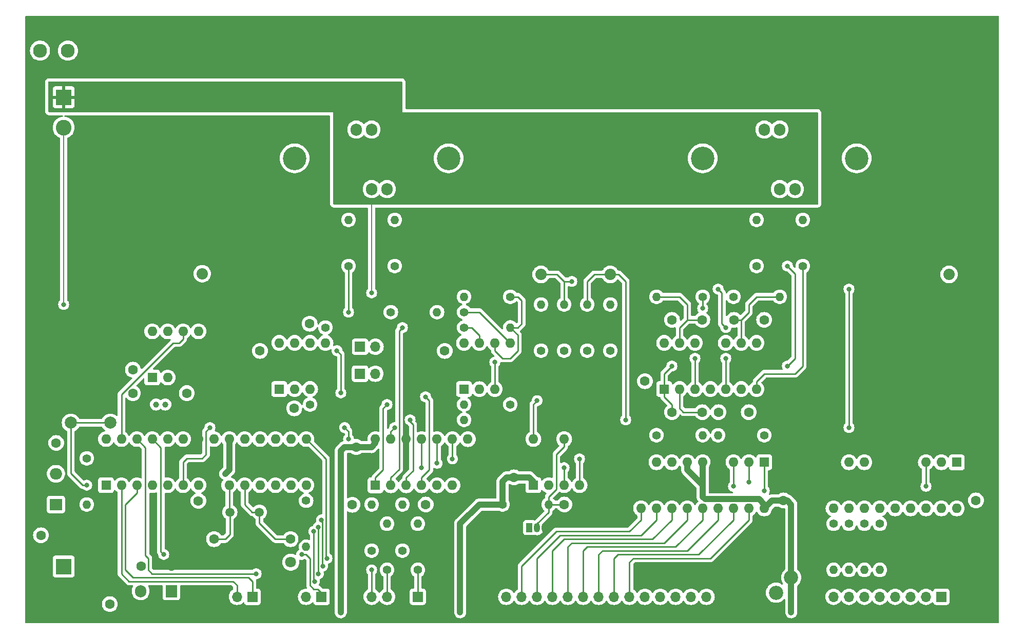
<source format=gbr>
%TF.GenerationSoftware,KiCad,Pcbnew,7.0.9*%
%TF.CreationDate,2024-01-17T08:58:22+01:00*%
%TF.ProjectId,DC Electronic Load,44432045-6c65-4637-9472-6f6e6963204c,rev?*%
%TF.SameCoordinates,Original*%
%TF.FileFunction,Copper,L2,Bot*%
%TF.FilePolarity,Positive*%
%FSLAX46Y46*%
G04 Gerber Fmt 4.6, Leading zero omitted, Abs format (unit mm)*
G04 Created by KiCad (PCBNEW 7.0.9) date 2024-01-17 08:58:22*
%MOMM*%
%LPD*%
G01*
G04 APERTURE LIST*
G04 Aperture macros list*
%AMRoundRect*
0 Rectangle with rounded corners*
0 $1 Rounding radius*
0 $2 $3 $4 $5 $6 $7 $8 $9 X,Y pos of 4 corners*
0 Add a 4 corners polygon primitive as box body*
4,1,4,$2,$3,$4,$5,$6,$7,$8,$9,$2,$3,0*
0 Add four circle primitives for the rounded corners*
1,1,$1+$1,$2,$3*
1,1,$1+$1,$4,$5*
1,1,$1+$1,$6,$7*
1,1,$1+$1,$8,$9*
0 Add four rect primitives between the rounded corners*
20,1,$1+$1,$2,$3,$4,$5,0*
20,1,$1+$1,$4,$5,$6,$7,0*
20,1,$1+$1,$6,$7,$8,$9,0*
20,1,$1+$1,$8,$9,$2,$3,0*%
G04 Aperture macros list end*
%TA.AperFunction,ComponentPad*%
%ADD10C,1.000000*%
%TD*%
%TA.AperFunction,ComponentPad*%
%ADD11C,3.885000*%
%TD*%
%TA.AperFunction,ComponentPad*%
%ADD12C,2.000000*%
%TD*%
%TA.AperFunction,ComponentPad*%
%ADD13C,1.600000*%
%TD*%
%TA.AperFunction,ComponentPad*%
%ADD14R,1.700000X1.700000*%
%TD*%
%TA.AperFunction,ComponentPad*%
%ADD15O,1.700000X1.700000*%
%TD*%
%TA.AperFunction,ComponentPad*%
%ADD16R,1.600000X1.600000*%
%TD*%
%TA.AperFunction,ComponentPad*%
%ADD17O,1.600000X1.600000*%
%TD*%
%TA.AperFunction,ComponentPad*%
%ADD18R,1.905000X2.000000*%
%TD*%
%TA.AperFunction,ComponentPad*%
%ADD19O,1.905000X2.000000*%
%TD*%
%TA.AperFunction,ComponentPad*%
%ADD20RoundRect,0.575000X0.575000X0.575000X-0.575000X0.575000X-0.575000X-0.575000X0.575000X-0.575000X0*%
%TD*%
%TA.AperFunction,ComponentPad*%
%ADD21C,2.300000*%
%TD*%
%TA.AperFunction,ComponentPad*%
%ADD22C,1.500000*%
%TD*%
%TA.AperFunction,ComponentPad*%
%ADD23C,1.400000*%
%TD*%
%TA.AperFunction,ComponentPad*%
%ADD24O,1.400000X1.400000*%
%TD*%
%TA.AperFunction,ComponentPad*%
%ADD25C,1.875000*%
%TD*%
%TA.AperFunction,ComponentPad*%
%ADD26R,2.600000X2.600000*%
%TD*%
%TA.AperFunction,ComponentPad*%
%ADD27C,2.600000*%
%TD*%
%TA.AperFunction,ComponentPad*%
%ADD28C,2.340000*%
%TD*%
%TA.AperFunction,ComponentPad*%
%ADD29R,2.000000X1.905000*%
%TD*%
%TA.AperFunction,ComponentPad*%
%ADD30O,2.000000X1.905000*%
%TD*%
%TA.AperFunction,ComponentPad*%
%ADD31R,1.050000X1.500000*%
%TD*%
%TA.AperFunction,ComponentPad*%
%ADD32O,1.050000X1.500000*%
%TD*%
%TA.AperFunction,ComponentPad*%
%ADD33R,1.800000X1.800000*%
%TD*%
%TA.AperFunction,ComponentPad*%
%ADD34C,1.800000*%
%TD*%
%TA.AperFunction,ViaPad*%
%ADD35C,0.800000*%
%TD*%
%TA.AperFunction,Conductor*%
%ADD36C,0.250000*%
%TD*%
%TA.AperFunction,Conductor*%
%ADD37C,1.000000*%
%TD*%
%TA.AperFunction,Conductor*%
%ADD38C,0.200000*%
%TD*%
G04 APERTURE END LIST*
D10*
%TO.P,Y2,1,1*%
%TO.N,Net-(U10-X2)*%
X87884000Y-95250000D03*
%TO.P,Y2,2,2*%
%TO.N,Net-(U10-X1)*%
X86360000Y-95250000D03*
%TD*%
D11*
%TO.P,H2,1,1*%
%TO.N,unconnected-(H2-Pad1)*%
X176530000Y-54610000D03*
%TO.P,H2,2,2*%
%TO.N,unconnected-(H2-Pad2)*%
X201930000Y-54610000D03*
%TD*%
%TO.P,H1,1,1*%
%TO.N,unconnected-(H1-Pad1)*%
X109220000Y-54610000D03*
%TO.P,H1,2,2*%
%TO.N,unconnected-(H1-Pad2)*%
X134620000Y-54610000D03*
%TD*%
D12*
%TO.P,SW1,1,1*%
%TO.N,GND*%
X72315000Y-93762000D03*
X78815000Y-93762000D03*
%TO.P,SW1,2,2*%
%TO.N,Net-(U11-PC6{slash}~{RESET})*%
X72315000Y-98262000D03*
X78815000Y-98262000D03*
%TD*%
D13*
%TO.P,C24,1*%
%TO.N,Net-(U12-VI)*%
X67370000Y-116840000D03*
%TO.P,C24,2*%
%TO.N,GND*%
X72370000Y-116840000D03*
%TD*%
%TO.P,C6,1*%
%TO.N,Net-(U3C--)*%
X181670000Y-81280000D03*
%TO.P,C6,2*%
%TO.N,Net-(C6-Pad2)*%
X186670000Y-81280000D03*
%TD*%
D14*
%TO.P,J2,1,Pin_1*%
%TO.N,/Digital/TXD*%
X102250000Y-127000000D03*
D15*
%TO.P,J2,2,Pin_2*%
%TO.N,/Digital/RXD*%
X99710000Y-127000000D03*
%TO.P,J2,3,Pin_3*%
%TO.N,GND*%
X97170000Y-127000000D03*
%TD*%
D16*
%TO.P,U11,1,PC6/~{RESET}*%
%TO.N,Net-(U11-PC6{slash}~{RESET})*%
X78115000Y-108575000D03*
D17*
%TO.P,U11,2,PD0*%
%TO.N,/Digital/RXD*%
X80655000Y-108575000D03*
%TO.P,U11,3,PD1*%
%TO.N,/Digital/TXD*%
X83195000Y-108575000D03*
%TO.P,U11,4,PD2*%
%TO.N,/Digital/RE_A*%
X85735000Y-108575000D03*
%TO.P,U11,5,PD3*%
%TO.N,/Digital/RE_B*%
X88275000Y-108575000D03*
%TO.P,U11,6,PD4*%
%TO.N,/Digital/LCD_CS*%
X90815000Y-108575000D03*
%TO.P,U11,7,VCC*%
%TO.N,+5V*%
X93355000Y-108575000D03*
%TO.P,U11,8,GND*%
%TO.N,GND*%
X95895000Y-108575000D03*
%TO.P,U11,9,PB6/XTAL1*%
%TO.N,Net-(U11-PB6{slash}XTAL1)*%
X98435000Y-108575000D03*
%TO.P,U11,10,PB7/XTAL2*%
%TO.N,Net-(U11-PB7{slash}XTAL2)*%
X100975000Y-108575000D03*
%TO.P,U11,11,PD5*%
%TO.N,/Digital/LCD_EN*%
X103515000Y-108575000D03*
%TO.P,U11,12,PD6*%
%TO.N,/Digital/LCD_RW*%
X106055000Y-108575000D03*
%TO.P,U11,13,PD7*%
%TO.N,/Digital/LCD_RS*%
X108595000Y-108575000D03*
%TO.P,U11,14,PB0*%
%TO.N,/Digital/LED_PWR*%
X111135000Y-108575000D03*
%TO.P,U11,15,PB1*%
%TO.N,/Digital/RE_BTN*%
X111135000Y-100955000D03*
%TO.P,U11,16,PB2*%
%TO.N,/Digital/KEY_CS*%
X108595000Y-100955000D03*
%TO.P,U11,17,PB3*%
%TO.N,/Digital/MOSI*%
X106055000Y-100955000D03*
%TO.P,U11,18,PB4*%
%TO.N,/Digital/MISO*%
X103515000Y-100955000D03*
%TO.P,U11,19,PB5*%
%TO.N,/Digital/SCLK*%
X100975000Y-100955000D03*
%TO.P,U11,20,AVCC*%
%TO.N,+5V*%
X98435000Y-100955000D03*
%TO.P,U11,21,AREF*%
%TO.N,unconnected-(U11-AREF-Pad21)*%
X95895000Y-100955000D03*
%TO.P,U11,22,AGND*%
%TO.N,GND*%
X93355000Y-100955000D03*
%TO.P,U11,23,PC0*%
%TO.N,/Digital/ADC_CS*%
X90815000Y-100955000D03*
%TO.P,U11,24,PC1*%
%TO.N,/Digital/DAC_CS*%
X88275000Y-100955000D03*
%TO.P,U11,25,PC2*%
%TO.N,Net-(J4-Pin_1)*%
X85735000Y-100955000D03*
%TO.P,U11,26,PC3*%
%TO.N,Net-(J4-Pin_2)*%
X83195000Y-100955000D03*
%TO.P,U11,27,PC4*%
%TO.N,/Digital/SDA*%
X80655000Y-100955000D03*
%TO.P,U11,28,PC5*%
%TO.N,/Digital/SCL*%
X78115000Y-100955000D03*
%TD*%
D18*
%TO.P,U12,1,VI*%
%TO.N,Net-(U12-VI)*%
X88900000Y-126055000D03*
D19*
%TO.P,U12,2,GND*%
%TO.N,GND*%
X86360000Y-126055000D03*
%TO.P,U12,3,VO*%
%TO.N,+5V*%
X83820000Y-126055000D03*
%TD*%
D20*
%TO.P,F1,1*%
%TO.N,GND*%
X87720000Y-36830000D03*
X83120000Y-36830000D03*
D21*
%TO.P,F1,2*%
%TO.N,/Vload+*%
X71820000Y-36830000D03*
X67220000Y-36830000D03*
%TD*%
D22*
%TO.P,Y1,1,1*%
%TO.N,Net-(U11-PB7{slash}XTAL2)*%
X103415000Y-113030000D03*
%TO.P,Y1,2,2*%
%TO.N,Net-(U11-PB6{slash}XTAL1)*%
X98535000Y-113030000D03*
%TD*%
D14*
%TO.P,U9,1,VSS*%
%TO.N,GND*%
X179705000Y-127000000D03*
D15*
%TO.P,U9,2,VDD*%
%TO.N,+5V*%
X177165000Y-127000000D03*
%TO.P,U9,3,VO*%
%TO.N,Net-(U9-VO)*%
X174625000Y-127000000D03*
%TO.P,U9,4,RS*%
%TO.N,/Digital/LCD_RS*%
X172085000Y-127000000D03*
%TO.P,U9,5,R/W*%
%TO.N,/Digital/LCD_RW*%
X169545000Y-127000000D03*
%TO.P,U9,6,E*%
%TO.N,/Digital/LCD_EN*%
X167005000Y-127000000D03*
%TO.P,U9,7,DB0*%
%TO.N,Net-(U6-GP7)*%
X164465000Y-127000000D03*
%TO.P,U9,8,DB1*%
%TO.N,Net-(U6-GP6)*%
X161925000Y-127000000D03*
%TO.P,U9,9,DB2*%
%TO.N,Net-(U6-GP5)*%
X159385000Y-127000000D03*
%TO.P,U9,10,DB3*%
%TO.N,Net-(U6-GP4)*%
X156845000Y-127000000D03*
%TO.P,U9,11,DB4*%
%TO.N,Net-(U6-GP3)*%
X154305000Y-127000000D03*
%TO.P,U9,12,DB5*%
%TO.N,Net-(U6-GP2)*%
X151765000Y-127000000D03*
%TO.P,U9,13,DB6*%
%TO.N,Net-(U6-GP1)*%
X149225000Y-127000000D03*
%TO.P,U9,14,DB7*%
%TO.N,Net-(U6-GP0)*%
X146685000Y-127000000D03*
%TO.P,U9,15,A*%
%TO.N,+5V*%
X144145000Y-127000000D03*
%TO.P,U9,16,K*%
%TO.N,GND*%
X141605000Y-127000000D03*
%TD*%
D23*
%TO.P,R29,1*%
%TO.N,Net-(U4-GP1)*%
X200660000Y-114935000D03*
D24*
%TO.P,R29,2*%
%TO.N,Net-(J3-Pin_7)*%
X200660000Y-122555000D03*
%TD*%
D25*
%TO.P,R19,1,1*%
%TO.N,GND*%
X149860000Y-35672500D03*
%TO.P,R19,2,2*%
%TO.N,/Vi1*%
X149860000Y-73772500D03*
%TD*%
D23*
%TO.P,R1,1*%
%TO.N,Net-(U1-+IN_A)*%
X153670000Y-86360000D03*
D24*
%TO.P,R1,2*%
%TO.N,/Vi1*%
X153670000Y-78740000D03*
%TD*%
D13*
%TO.P,C4,1*%
%TO.N,Net-(U3B--)*%
X179130000Y-96520000D03*
%TO.P,C4,2*%
%TO.N,Net-(C4-Pad2)*%
X184130000Y-96520000D03*
%TD*%
%TO.P,C15,1*%
%TO.N,GND*%
X100925000Y-117475000D03*
%TO.P,C15,2*%
%TO.N,Net-(U11-PB6{slash}XTAL1)*%
X95925000Y-117475000D03*
%TD*%
D23*
%TO.P,R34,1*%
%TO.N,Net-(SW2-A)*%
X129540000Y-122555000D03*
D24*
%TO.P,R34,2*%
%TO.N,/Digital/RE_A*%
X129540000Y-114935000D03*
%TD*%
D23*
%TO.P,R27,1*%
%TO.N,Net-(U4-GP3)*%
X205740000Y-114935000D03*
D24*
%TO.P,R27,2*%
%TO.N,Net-(J3-Pin_5)*%
X205740000Y-122555000D03*
%TD*%
D13*
%TO.P,C1,1*%
%TO.N,+12V*%
X103505000Y-86400000D03*
%TO.P,C1,2*%
%TO.N,GND*%
X103505000Y-91400000D03*
%TD*%
D23*
%TO.P,R7,1*%
%TO.N,ADC_ULoad*%
X137170000Y-82540000D03*
D24*
%TO.P,R7,2*%
%TO.N,Net-(U1--IN_B)*%
X144790000Y-82540000D03*
%TD*%
D23*
%TO.P,R35,1*%
%TO.N,Net-(SW2-B)*%
X124460000Y-122555000D03*
D24*
%TO.P,R35,2*%
%TO.N,/Digital/RE_B*%
X124460000Y-114935000D03*
%TD*%
D23*
%TO.P,R23,1*%
%TO.N,Net-(U2A-+)*%
X111760000Y-95250000D03*
D24*
%TO.P,R23,2*%
%TO.N,GND*%
X119380000Y-95250000D03*
%TD*%
D13*
%TO.P,C10,1*%
%TO.N,GND*%
X221605000Y-106085000D03*
%TO.P,C10,2*%
%TO.N,+5V*%
X221605000Y-111085000D03*
%TD*%
%TO.P,C2,1*%
%TO.N,+12V*%
X167005000Y-91400000D03*
%TO.P,C2,2*%
%TO.N,GND*%
X167005000Y-86400000D03*
%TD*%
D16*
%TO.P,U6,1,SCK*%
%TO.N,/Digital/SCLK*%
X186690000Y-104775000D03*
D17*
%TO.P,U6,2,SI*%
%TO.N,/Digital/MOSI*%
X184150000Y-104775000D03*
%TO.P,U6,3,SO*%
%TO.N,/Digital/MISO*%
X181610000Y-104775000D03*
%TO.P,U6,4,A1*%
%TO.N,GND*%
X179070000Y-104775000D03*
%TO.P,U6,5,A0*%
%TO.N,+5V*%
X176530000Y-104775000D03*
%TO.P,U6,6,~{RESET}*%
X173990000Y-104775000D03*
%TO.P,U6,7,~{CS}*%
%TO.N,/Digital/LCD_CS*%
X171450000Y-104775000D03*
%TO.P,U6,8,INT*%
%TO.N,unconnected-(U6-INT-Pad8)*%
X168910000Y-104775000D03*
%TO.P,U6,9,VSS*%
%TO.N,GND*%
X166370000Y-104775000D03*
%TO.P,U6,10,GP0*%
%TO.N,Net-(U6-GP0)*%
X166370000Y-112395000D03*
%TO.P,U6,11,GP1*%
%TO.N,Net-(U6-GP1)*%
X168910000Y-112395000D03*
%TO.P,U6,12,GP2*%
%TO.N,Net-(U6-GP2)*%
X171450000Y-112395000D03*
%TO.P,U6,13,GP3*%
%TO.N,Net-(U6-GP3)*%
X173990000Y-112395000D03*
%TO.P,U6,14,GP4*%
%TO.N,Net-(U6-GP4)*%
X176530000Y-112395000D03*
%TO.P,U6,15,GP5*%
%TO.N,Net-(U6-GP5)*%
X179070000Y-112395000D03*
%TO.P,U6,16,GP6*%
%TO.N,Net-(U6-GP6)*%
X181610000Y-112395000D03*
%TO.P,U6,17,GP7*%
%TO.N,Net-(U6-GP7)*%
X184150000Y-112395000D03*
%TO.P,U6,18,VDD*%
%TO.N,+5V*%
X186690000Y-112395000D03*
%TD*%
D23*
%TO.P,R2,1*%
%TO.N,Net-(U1-+IN_A)*%
X149860000Y-86360000D03*
D24*
%TO.P,R2,2*%
%TO.N,/Vi2*%
X149860000Y-78740000D03*
%TD*%
D14*
%TO.P,J3,1,Pin_1*%
%TO.N,Net-(J3-Pin_1)*%
X215900000Y-126990000D03*
D15*
%TO.P,J3,2,Pin_2*%
%TO.N,Net-(J3-Pin_2)*%
X213360000Y-126990000D03*
%TO.P,J3,3,Pin_3*%
%TO.N,Net-(J3-Pin_3)*%
X210820000Y-126990000D03*
%TO.P,J3,4,Pin_4*%
%TO.N,Net-(J3-Pin_4)*%
X208280000Y-126990000D03*
%TO.P,J3,5,Pin_5*%
%TO.N,Net-(J3-Pin_5)*%
X205740000Y-126990000D03*
%TO.P,J3,6,Pin_6*%
%TO.N,Net-(J3-Pin_6)*%
X203200000Y-126990000D03*
%TO.P,J3,7,Pin_7*%
%TO.N,Net-(J3-Pin_7)*%
X200660000Y-126990000D03*
%TO.P,J3,8,Pin_8*%
%TO.N,Net-(J3-Pin_8)*%
X198120000Y-126990000D03*
%TD*%
D23*
%TO.P,R3,1*%
%TO.N,Net-(U1-+IN_A)*%
X161290000Y-86360000D03*
D24*
%TO.P,R3,2*%
%TO.N,/Vi3*%
X161290000Y-78740000D03*
%TD*%
D23*
%TO.P,R6,1*%
%TO.N,GND*%
X144790000Y-97780000D03*
D24*
%TO.P,R6,2*%
%TO.N,Net-(U1--IN_A)*%
X137170000Y-97780000D03*
%TD*%
D13*
%TO.P,C23,1*%
%TO.N,Net-(U12-VI)*%
X78740000Y-128210000D03*
%TO.P,C23,2*%
%TO.N,GND*%
X78740000Y-123210000D03*
%TD*%
D23*
%TO.P,R16,1*%
%TO.N,Net-(C4-Pad2)*%
X193040000Y-72390000D03*
D24*
%TO.P,R16,2*%
%TO.N,Net-(Q3-G)*%
X193040000Y-64770000D03*
%TD*%
D13*
%TO.P,C12,1*%
%TO.N,GND*%
X119385000Y-107275000D03*
%TO.P,C12,2*%
%TO.N,+5V*%
X119385000Y-102275000D03*
%TD*%
D23*
%TO.P,R9,1*%
%TO.N,Net-(U1--IN_B)*%
X144780000Y-77470000D03*
D24*
%TO.P,R9,2*%
%TO.N,/Vload-*%
X137160000Y-77470000D03*
%TD*%
D23*
%TO.P,R33,1*%
%TO.N,+5V*%
X127000000Y-119380000D03*
D24*
%TO.P,R33,2*%
%TO.N,/Digital/RE_A*%
X127000000Y-111760000D03*
%TD*%
D13*
%TO.P,C17,1*%
%TO.N,+5V*%
X82550000Y-89495000D03*
%TO.P,C17,2*%
%TO.N,GND*%
X82550000Y-84495000D03*
%TD*%
D18*
%TO.P,Q2,1,D*%
%TO.N,/Vload-*%
X124460000Y-49855000D03*
D19*
%TO.P,Q2,2,G*%
%TO.N,Net-(Q2-G)*%
X121920000Y-49855000D03*
%TO.P,Q2,3,S*%
%TO.N,/Vi2*%
X119380000Y-49855000D03*
%TD*%
D26*
%TO.P,J1,1,Pin_1*%
%TO.N,/Vload-*%
X71120000Y-44530000D03*
D27*
%TO.P,J1,2,Pin_2*%
%TO.N,/Vload+*%
X71120000Y-49530000D03*
%TD*%
D23*
%TO.P,R30,1*%
%TO.N,Net-(U4-GP0)*%
X198120000Y-114935000D03*
D24*
%TO.P,R30,2*%
%TO.N,Net-(J3-Pin_8)*%
X198120000Y-122555000D03*
%TD*%
D23*
%TO.P,R31,1*%
%TO.N,Net-(U11-PC6{slash}~{RESET})*%
X74930000Y-104140000D03*
D24*
%TO.P,R31,2*%
%TO.N,+5V*%
X74930000Y-111760000D03*
%TD*%
D28*
%TO.P,RV1,1,1*%
%TO.N,+5V*%
X191135000Y-123825000D03*
%TO.P,RV1,2,2*%
%TO.N,Net-(U9-VO)*%
X188635000Y-126325000D03*
%TO.P,RV1,3,3*%
%TO.N,GND*%
X186135000Y-123825000D03*
%TD*%
D13*
%TO.P,C9,1*%
%TO.N,GND*%
X158710000Y-111760000D03*
%TO.P,C9,2*%
%TO.N,/Digital/Vref*%
X153710000Y-111760000D03*
%TD*%
%TO.P,C26,1*%
%TO.N,+12V*%
X69890000Y-101600000D03*
%TO.P,C26,2*%
%TO.N,GND*%
X74890000Y-101600000D03*
%TD*%
D23*
%TO.P,R10,1*%
%TO.N,/Vload+*%
X125095000Y-80010000D03*
D24*
%TO.P,R10,2*%
%TO.N,Net-(U1-+IN_B)*%
X132715000Y-80010000D03*
%TD*%
D23*
%TO.P,R17,1*%
%TO.N,Net-(C5-Pad2)*%
X118110000Y-72390000D03*
D24*
%TO.P,R17,2*%
%TO.N,Net-(Q2-G)*%
X118110000Y-64770000D03*
%TD*%
D13*
%TO.P,C3,1*%
%TO.N,Net-(U3A--)*%
X176470000Y-96520000D03*
%TO.P,C3,2*%
%TO.N,Net-(C3-Pad2)*%
X171470000Y-96520000D03*
%TD*%
D29*
%TO.P,U13,1,IN*%
%TO.N,Net-(U12-VI)*%
X69850000Y-111760000D03*
D30*
%TO.P,U13,2,GND*%
%TO.N,GND*%
X69850000Y-109220000D03*
%TO.P,U13,3,OUT*%
%TO.N,+12V*%
X69850000Y-106680000D03*
%TD*%
D23*
%TO.P,R8,1*%
%TO.N,Net-(U1-+IN_B)*%
X137170000Y-80000000D03*
D24*
%TO.P,R8,2*%
%TO.N,GND*%
X144790000Y-80000000D03*
%TD*%
D16*
%TO.P,U8,1,CH0*%
%TO.N,ADC_ILoad*%
X122555000Y-108585000D03*
D17*
%TO.P,U8,2,CH1*%
%TO.N,ADC_ULoad*%
X125095000Y-108585000D03*
%TO.P,U8,3,CH2*%
%TO.N,NTC1_OUT*%
X127635000Y-108585000D03*
%TO.P,U8,4,CH3*%
%TO.N,NTC2_OUT*%
X130175000Y-108585000D03*
%TO.P,U8,5,NC*%
%TO.N,unconnected-(U8-NC-Pad5)*%
X132715000Y-108585000D03*
%TO.P,U8,6,NC*%
%TO.N,unconnected-(U8-NC-Pad6)*%
X135255000Y-108585000D03*
%TO.P,U8,7,DGND*%
%TO.N,GND*%
X137795000Y-108585000D03*
%TO.P,U8,8,~{CS}/SHDN*%
%TO.N,/Digital/ADC_CS*%
X137795000Y-100965000D03*
%TO.P,U8,9,Din*%
%TO.N,/Digital/MOSI*%
X135255000Y-100965000D03*
%TO.P,U8,10,Dout*%
%TO.N,/Digital/MISO*%
X132715000Y-100965000D03*
%TO.P,U8,11,CLK*%
%TO.N,/Digital/SCLK*%
X130175000Y-100965000D03*
%TO.P,U8,12,AGND*%
%TO.N,GND*%
X127635000Y-100965000D03*
%TO.P,U8,13,Vref*%
%TO.N,/Digital/Vref*%
X125095000Y-100965000D03*
%TO.P,U8,14,Vdd*%
%TO.N,+5V*%
X122555000Y-100965000D03*
%TD*%
D14*
%TO.P,TH2,1*%
%TO.N,+12V*%
X120015000Y-85725000D03*
D15*
%TO.P,TH2,2*%
%TO.N,Net-(U2B-+)*%
X122555000Y-85725000D03*
%TD*%
D13*
%TO.P,C21,1*%
%TO.N,GND*%
X118745000Y-116800000D03*
%TO.P,C21,2*%
%TO.N,/Digital/RE_B*%
X118745000Y-111800000D03*
%TD*%
D23*
%TO.P,R5,1*%
%TO.N,Net-(U1--IN_A)*%
X144790000Y-95240000D03*
D24*
%TO.P,R5,2*%
%TO.N,ADC_ILoad*%
X137170000Y-95240000D03*
%TD*%
D23*
%TO.P,R15,1*%
%TO.N,Net-(C3-Pad2)*%
X185420000Y-72390000D03*
D24*
%TO.P,R15,2*%
%TO.N,Net-(Q4-G)*%
X185420000Y-64770000D03*
%TD*%
D23*
%TO.P,R14,1*%
%TO.N,/Vi1*%
X181610000Y-77470000D03*
D24*
%TO.P,R14,2*%
%TO.N,Net-(U3C--)*%
X189230000Y-77470000D03*
%TD*%
D25*
%TO.P,R21,1,1*%
%TO.N,GND*%
X217170000Y-35672500D03*
%TO.P,R21,2,2*%
%TO.N,/Vi3*%
X217170000Y-73772500D03*
%TD*%
D13*
%TO.P,C18,1*%
%TO.N,GND*%
X93345000Y-116165000D03*
%TO.P,C18,2*%
%TO.N,+5V*%
X93345000Y-111165000D03*
%TD*%
D16*
%TO.P,U3,1*%
%TO.N,Net-(C3-Pad2)*%
X170175000Y-92700000D03*
D17*
%TO.P,U3,2,-*%
%TO.N,Net-(U3A--)*%
X172715000Y-92700000D03*
%TO.P,U3,3,+*%
%TO.N,DAC_Out*%
X175255000Y-92700000D03*
%TO.P,U3,4,V+*%
%TO.N,+12V*%
X177795000Y-92700000D03*
%TO.P,U3,5,+*%
%TO.N,DAC_Out*%
X180335000Y-92700000D03*
%TO.P,U3,6,-*%
%TO.N,Net-(U3B--)*%
X182875000Y-92700000D03*
%TO.P,U3,7*%
%TO.N,Net-(C4-Pad2)*%
X185415000Y-92700000D03*
%TO.P,U3,8*%
%TO.N,Net-(C6-Pad2)*%
X185415000Y-85080000D03*
%TO.P,U3,9,-*%
%TO.N,Net-(U3C--)*%
X182875000Y-85080000D03*
%TO.P,U3,10,+*%
%TO.N,DAC_Out*%
X180335000Y-85080000D03*
%TO.P,U3,11,V-*%
%TO.N,GND*%
X177795000Y-85080000D03*
%TO.P,U3,12,+*%
%TO.N,DAC_Out*%
X175255000Y-85080000D03*
%TO.P,U3,13,-*%
%TO.N,Net-(U3D--)*%
X172715000Y-85080000D03*
%TO.P,U3,14*%
%TO.N,Net-(C5-Pad2)*%
X170175000Y-85080000D03*
%TD*%
D23*
%TO.P,R11,1*%
%TO.N,/Vi4*%
X168905000Y-100320000D03*
D24*
%TO.P,R11,2*%
%TO.N,Net-(U3A--)*%
X176525000Y-100320000D03*
%TD*%
D18*
%TO.P,Q4,1,D*%
%TO.N,/Vload-*%
X191770000Y-49855000D03*
D19*
%TO.P,Q4,2,G*%
%TO.N,Net-(Q4-G)*%
X189230000Y-49855000D03*
%TO.P,Q4,3,S*%
%TO.N,/Vi4*%
X186690000Y-49855000D03*
%TD*%
D16*
%TO.P,U1,1,OUTPUT_A*%
%TO.N,ADC_ILoad*%
X137160000Y-92710000D03*
D17*
%TO.P,U1,2,-IN_A*%
%TO.N,Net-(U1--IN_A)*%
X139700000Y-92710000D03*
%TO.P,U1,3,+IN_A*%
%TO.N,Net-(U1-+IN_A)*%
X142240000Y-92710000D03*
%TO.P,U1,4,V-*%
%TO.N,GND*%
X144780000Y-92710000D03*
%TO.P,U1,5,+IN_B*%
%TO.N,Net-(U1-+IN_B)*%
X144780000Y-85090000D03*
%TO.P,U1,6,-IN_B*%
%TO.N,Net-(U1--IN_B)*%
X142240000Y-85090000D03*
%TO.P,U1,7,OUTPUT_B*%
%TO.N,ADC_ULoad*%
X139700000Y-85090000D03*
%TO.P,U1,8,V+*%
%TO.N,+12V*%
X137160000Y-85090000D03*
%TD*%
D25*
%TO.P,R20,1,1*%
%TO.N,GND*%
X93980000Y-35560000D03*
%TO.P,R20,2,2*%
%TO.N,/Vi2*%
X93980000Y-73660000D03*
%TD*%
D14*
%TO.P,SW2,1,A*%
%TO.N,Net-(SW2-A)*%
X129550000Y-126990000D03*
D15*
%TO.P,SW2,2,C*%
%TO.N,GND*%
X127010000Y-126990000D03*
%TO.P,SW2,3,B*%
%TO.N,Net-(SW2-B)*%
X124470000Y-126990000D03*
%TO.P,SW2,4,S1*%
%TO.N,/Digital/RE_BTN*%
X121930000Y-126990000D03*
%TO.P,SW2,5,S2*%
%TO.N,GND*%
X119390000Y-126990000D03*
%TD*%
D25*
%TO.P,R22,1,1*%
%TO.N,GND*%
X161290000Y-35672500D03*
%TO.P,R22,2,2*%
%TO.N,/Vi4*%
X161290000Y-73772500D03*
%TD*%
D16*
%TO.P,U7,1,Vdd*%
%TO.N,+5V*%
X148600000Y-108575000D03*
D17*
%TO.P,U7,2,~{CS}*%
%TO.N,/Digital/DAC_CS*%
X151140000Y-108575000D03*
%TO.P,U7,3,SCK*%
%TO.N,/Digital/SCLK*%
X153680000Y-108575000D03*
%TO.P,U7,4,SDI*%
%TO.N,/Digital/MOSI*%
X156220000Y-108575000D03*
%TO.P,U7,5,~{LDAC}*%
%TO.N,GND*%
X156220000Y-100955000D03*
%TO.P,U7,6,Vref*%
%TO.N,/Digital/Vref*%
X153680000Y-100955000D03*
%TO.P,U7,7,Vss*%
%TO.N,GND*%
X151140000Y-100955000D03*
%TO.P,U7,8,Vout*%
%TO.N,DAC_Out*%
X148600000Y-100955000D03*
%TD*%
D16*
%TO.P,U2,1*%
%TO.N,NTC1_OUT*%
X106690000Y-92700000D03*
D17*
%TO.P,U2,2,-*%
X109230000Y-92700000D03*
%TO.P,U2,3,+*%
%TO.N,Net-(U2A-+)*%
X111770000Y-92700000D03*
%TO.P,U2,4,V-*%
%TO.N,GND*%
X114310000Y-92700000D03*
%TO.P,U2,5,+*%
%TO.N,Net-(U2B-+)*%
X114310000Y-85080000D03*
%TO.P,U2,6,-*%
%TO.N,NTC2_OUT*%
X111770000Y-85080000D03*
%TO.P,U2,7*%
X109230000Y-85080000D03*
%TO.P,U2,8,V+*%
%TO.N,+12V*%
X106690000Y-85080000D03*
%TD*%
D13*
%TO.P,C14,1*%
%TO.N,+5V*%
X189865000Y-111085000D03*
%TO.P,C14,2*%
%TO.N,GND*%
X189865000Y-106085000D03*
%TD*%
%TO.P,C25,1*%
%TO.N,+5V*%
X83880000Y-121920000D03*
%TO.P,C25,2*%
%TO.N,GND*%
X88880000Y-121920000D03*
%TD*%
D31*
%TO.P,U5,1*%
%TO.N,N/C*%
X147955000Y-115570000D03*
D32*
%TO.P,U5,2,K*%
%TO.N,/Digital/Vref*%
X149225000Y-115570000D03*
%TO.P,U5,3,A*%
%TO.N,GND*%
X150495000Y-115570000D03*
%TD*%
D13*
%TO.P,C7,1*%
%TO.N,Net-(U2A-+)*%
X109160000Y-95885000D03*
%TO.P,C7,2*%
%TO.N,GND*%
X104160000Y-95885000D03*
%TD*%
D33*
%TO.P,D1,1,K*%
%TO.N,GND*%
X106045000Y-121285000D03*
D34*
%TO.P,D1,2,A*%
%TO.N,Net-(D1-A)*%
X108585000Y-121285000D03*
%TD*%
D23*
%TO.P,R25,1*%
%TO.N,/Digital/LED_PWR*%
X111125000Y-111125000D03*
D24*
%TO.P,R25,2*%
%TO.N,Net-(D1-A)*%
X111125000Y-118745000D03*
%TD*%
D13*
%TO.P,C20,1*%
%TO.N,Net-(U10-X2)*%
X91440000Y-93385000D03*
%TO.P,C20,2*%
%TO.N,GND*%
X91440000Y-98385000D03*
%TD*%
D23*
%TO.P,R24,1*%
%TO.N,Net-(U2B-+)*%
X114300000Y-82550000D03*
D24*
%TO.P,R24,2*%
%TO.N,GND*%
X121920000Y-82550000D03*
%TD*%
D14*
%TO.P,J4,1,Pin_1*%
%TO.N,Net-(J4-Pin_1)*%
X113665000Y-127000000D03*
D15*
%TO.P,J4,2,Pin_2*%
%TO.N,Net-(J4-Pin_2)*%
X111125000Y-127000000D03*
%TO.P,J4,3,Pin_3*%
%TO.N,GND*%
X108585000Y-127000000D03*
%TD*%
D23*
%TO.P,R28,1*%
%TO.N,Net-(U4-GP2)*%
X203200000Y-114935000D03*
D24*
%TO.P,R28,2*%
%TO.N,Net-(J3-Pin_6)*%
X203200000Y-122555000D03*
%TD*%
D13*
%TO.P,C8,1*%
%TO.N,Net-(U2B-+)*%
X111700000Y-81915000D03*
%TO.P,C8,2*%
%TO.N,GND*%
X106700000Y-81915000D03*
%TD*%
%TO.P,C27,1*%
%TO.N,GND*%
X133985000Y-91400000D03*
%TO.P,C27,2*%
%TO.N,+12V*%
X133985000Y-86400000D03*
%TD*%
D23*
%TO.P,R18,1*%
%TO.N,Net-(C6-Pad2)*%
X125730000Y-72390000D03*
D24*
%TO.P,R18,2*%
%TO.N,Net-(Q1-G)*%
X125730000Y-64770000D03*
%TD*%
D16*
%TO.P,U10,1,X1*%
%TO.N,Net-(U10-X1)*%
X85735000Y-90795000D03*
D17*
%TO.P,U10,2,X2*%
%TO.N,Net-(U10-X2)*%
X88275000Y-90795000D03*
%TO.P,U10,3,VBAT*%
%TO.N,GND*%
X90815000Y-90795000D03*
%TO.P,U10,4,VSS*%
X93355000Y-90795000D03*
%TO.P,U10,5,SDA*%
%TO.N,/Digital/SCL*%
X93355000Y-83175000D03*
%TO.P,U10,6,SCL*%
%TO.N,/Digital/SDA*%
X90815000Y-83175000D03*
%TO.P,U10,7,MFP*%
%TO.N,/Digital/FLOAT*%
X88275000Y-83175000D03*
%TO.P,U10,8,VCC*%
%TO.N,+5V*%
X85735000Y-83175000D03*
%TD*%
D13*
%TO.P,C5,1*%
%TO.N,Net-(U3D--)*%
X176470000Y-81280000D03*
%TO.P,C5,2*%
%TO.N,Net-(C5-Pad2)*%
X171470000Y-81280000D03*
%TD*%
D23*
%TO.P,R13,1*%
%TO.N,/Vi2*%
X176530000Y-77470000D03*
D24*
%TO.P,R13,2*%
%TO.N,Net-(U3D--)*%
X168910000Y-77470000D03*
%TD*%
D13*
%TO.P,C16,1*%
%TO.N,GND*%
X103545000Y-117475000D03*
%TO.P,C16,2*%
%TO.N,Net-(U11-PB7{slash}XTAL2)*%
X108545000Y-117475000D03*
%TD*%
D16*
%TO.P,U4,1,SCK*%
%TO.N,/Digital/SCLK*%
X218430000Y-104785000D03*
D17*
%TO.P,U4,2,SI*%
%TO.N,/Digital/MOSI*%
X215890000Y-104785000D03*
%TO.P,U4,3,SO*%
%TO.N,/Digital/MISO*%
X213350000Y-104785000D03*
%TO.P,U4,4,A1*%
%TO.N,GND*%
X210810000Y-104785000D03*
%TO.P,U4,5,A0*%
X208270000Y-104785000D03*
%TO.P,U4,6,~{RESET}*%
X205730000Y-104785000D03*
%TO.P,U4,7,~{CS}*%
%TO.N,/Digital/KEY_CS*%
X203190000Y-104785000D03*
%TO.P,U4,8,INT*%
%TO.N,unconnected-(U4-INT-Pad8)*%
X200650000Y-104785000D03*
%TO.P,U4,9,VSS*%
%TO.N,GND*%
X198110000Y-104785000D03*
%TO.P,U4,10,GP0*%
%TO.N,Net-(U4-GP0)*%
X198110000Y-112405000D03*
%TO.P,U4,11,GP1*%
%TO.N,Net-(U4-GP1)*%
X200650000Y-112405000D03*
%TO.P,U4,12,GP2*%
%TO.N,Net-(U4-GP2)*%
X203190000Y-112405000D03*
%TO.P,U4,13,GP3*%
%TO.N,Net-(U4-GP3)*%
X205730000Y-112405000D03*
%TO.P,U4,14,GP4*%
%TO.N,Net-(J3-Pin_4)*%
X208270000Y-112405000D03*
%TO.P,U4,15,GP5*%
%TO.N,Net-(J3-Pin_3)*%
X210810000Y-112405000D03*
%TO.P,U4,16,GP6*%
%TO.N,Net-(J3-Pin_2)*%
X213350000Y-112405000D03*
%TO.P,U4,17,GP7*%
%TO.N,Net-(J3-Pin_1)*%
X215890000Y-112405000D03*
%TO.P,U4,18,VDD*%
%TO.N,+5V*%
X218430000Y-112405000D03*
%TD*%
D13*
%TO.P,C22,1*%
%TO.N,GND*%
X135850000Y-111760000D03*
%TO.P,C22,2*%
%TO.N,/Digital/RE_A*%
X130850000Y-111760000D03*
%TD*%
D23*
%TO.P,R12,1*%
%TO.N,/Vi3*%
X186685000Y-100330000D03*
D24*
%TO.P,R12,2*%
%TO.N,Net-(U3B--)*%
X179065000Y-100330000D03*
%TD*%
D13*
%TO.P,C19,1*%
%TO.N,Net-(U10-X1)*%
X82550000Y-93385000D03*
%TO.P,C19,2*%
%TO.N,GND*%
X82550000Y-98385000D03*
%TD*%
D23*
%TO.P,R32,1*%
%TO.N,+5V*%
X121920000Y-119380000D03*
D24*
%TO.P,R32,2*%
%TO.N,/Digital/RE_B*%
X121920000Y-111760000D03*
%TD*%
D13*
%TO.P,C11,1*%
%TO.N,+5V*%
X145415000Y-107275000D03*
%TO.P,C11,2*%
%TO.N,GND*%
X145415000Y-102275000D03*
%TD*%
D26*
%TO.P,J5,1*%
%TO.N,Net-(U12-VI)*%
X71120000Y-122000000D03*
D27*
%TO.P,J5,2*%
%TO.N,GND*%
X71120000Y-127000000D03*
%TD*%
D18*
%TO.P,Q3,1,D*%
%TO.N,/Vload-*%
X186690000Y-59690000D03*
D19*
%TO.P,Q3,2,G*%
%TO.N,Net-(Q3-G)*%
X189230000Y-59690000D03*
%TO.P,Q3,3,S*%
%TO.N,/Vi3*%
X191770000Y-59690000D03*
%TD*%
D23*
%TO.P,R4,1*%
%TO.N,Net-(U1-+IN_A)*%
X157480000Y-86360000D03*
D24*
%TO.P,R4,2*%
%TO.N,/Vi4*%
X157480000Y-78740000D03*
%TD*%
D14*
%TO.P,TH1,1*%
%TO.N,+12V*%
X120010000Y-90170000D03*
D15*
%TO.P,TH1,2*%
%TO.N,Net-(U2A-+)*%
X122550000Y-90170000D03*
%TD*%
D18*
%TO.P,Q1,1,D*%
%TO.N,/Vload-*%
X119380000Y-59690000D03*
D19*
%TO.P,Q1,2,G*%
%TO.N,Net-(Q1-G)*%
X121920000Y-59690000D03*
%TO.P,Q1,3,S*%
%TO.N,/Vi1*%
X124460000Y-59690000D03*
%TD*%
D23*
%TO.P,R26,1*%
%TO.N,+5V*%
X143510000Y-111760000D03*
D24*
%TO.P,R26,2*%
%TO.N,/Digital/Vref*%
X151130000Y-111760000D03*
%TD*%
D35*
%TO.N,Net-(J4-Pin_1)*%
X87630000Y-120015000D03*
X110400500Y-120015000D03*
%TO.N,Net-(U11-PC6{slash}~{RESET})*%
X74930000Y-108575000D03*
%TO.N,Net-(C3-Pad2)*%
X190500000Y-72390000D03*
X190500000Y-88900000D03*
X171450000Y-88900000D03*
%TO.N,+5V*%
X97790000Y-106680000D03*
X116840000Y-129540000D03*
X116840000Y-119380000D03*
X191135000Y-129540000D03*
X136525000Y-129540000D03*
%TO.N,/Digital/Vref*%
X125730000Y-99060000D03*
%TO.N,/Vload-*%
X121920000Y-76835000D03*
%TO.N,/Vi4*%
X163830000Y-97790000D03*
%TO.N,/Vi3*%
X200660000Y-99060000D03*
X200660000Y-76200000D03*
%TO.N,/Vi2*%
X176530000Y-79375000D03*
%TO.N,/Vi1*%
X154940000Y-74930000D03*
%TO.N,ADC_ILoad*%
X124460000Y-95250000D03*
%TO.N,ADC_ULoad*%
X127000000Y-82550000D03*
%TO.N,DAC_Out*%
X180340000Y-87630000D03*
X149225000Y-94615000D03*
X175260000Y-87630000D03*
%TO.N,/Digital/SCLK*%
X130175000Y-105678500D03*
X186690000Y-109488500D03*
X153670000Y-105678500D03*
%TO.N,/Digital/MOSI*%
X184150000Y-108039500D03*
X135255000Y-104229500D03*
X156210000Y-104229500D03*
%TO.N,/Digital/MISO*%
X213360000Y-108764000D03*
X132715000Y-104954000D03*
X181610000Y-108764000D03*
%TO.N,/Digital/LCD_RW*%
X113101755Y-115498245D03*
X113119500Y-123190000D03*
%TO.N,/Digital/LCD_RS*%
X113665000Y-114300000D03*
X113844500Y-121920000D03*
%TO.N,/Digital/RE_BTN*%
X121920000Y-122555000D03*
X114551255Y-120650000D03*
%TO.N,Net-(C5-Pad2)*%
X118110000Y-80010000D03*
%TO.N,Net-(C6-Pad2)*%
X179070000Y-76200000D03*
X180340000Y-82550000D03*
%TO.N,/Vload+*%
X71120000Y-78740000D03*
%TO.N,NTC1_OUT*%
X128270000Y-97790000D03*
%TO.N,NTC2_OUT*%
X116840000Y-93345000D03*
X130810000Y-93980000D03*
X116205000Y-86360000D03*
%TO.N,Net-(J4-Pin_2)*%
X102870000Y-123190000D03*
%TO.N,Net-(U1-+IN_A)*%
X142240000Y-88265000D03*
%TO.N,/Digital/LCD_CS*%
X95250000Y-99060000D03*
X117475000Y-99060000D03*
X118110000Y-100965000D03*
%TO.N,/Digital/LCD_EN*%
X112484500Y-124460000D03*
X112395000Y-116205000D03*
%TD*%
D36*
%TO.N,Net-(J4-Pin_1)*%
X111125000Y-120015000D02*
X110400500Y-120015000D01*
X112395000Y-125730000D02*
X111760000Y-125095000D01*
X113030000Y-125730000D02*
X112395000Y-125730000D01*
X113665000Y-126365000D02*
X113030000Y-125730000D01*
X113665000Y-127000000D02*
X113665000Y-126365000D01*
X111760000Y-120650000D02*
X111125000Y-120015000D01*
X111760000Y-125095000D02*
X111760000Y-120650000D01*
%TO.N,Net-(U3D--)*%
X172715000Y-82555000D02*
X172715000Y-85080000D01*
X173990000Y-81280000D02*
X172715000Y-82555000D01*
X173990000Y-78740000D02*
X173990000Y-81280000D01*
X172720000Y-77470000D02*
X173990000Y-78740000D01*
X168910000Y-77470000D02*
X172720000Y-77470000D01*
%TO.N,Net-(C3-Pad2)*%
X170175000Y-92700000D02*
X170175000Y-93975000D01*
X190500000Y-88900000D02*
X191770000Y-87630000D01*
X191770000Y-87630000D02*
X191770000Y-73660000D01*
X170175000Y-92700000D02*
X170175000Y-90175000D01*
X171470000Y-95270000D02*
X171470000Y-96520000D01*
X170175000Y-90175000D02*
X171450000Y-88900000D01*
X170175000Y-93975000D02*
X171470000Y-95270000D01*
X191770000Y-73660000D02*
X190500000Y-72390000D01*
%TO.N,Net-(C4-Pad2)*%
X191770000Y-90170000D02*
X193040000Y-88900000D01*
X191770000Y-90170000D02*
X186690000Y-90170000D01*
X186690000Y-90170000D02*
X185415000Y-91445000D01*
X193040000Y-88900000D02*
X193040000Y-72390000D01*
X185415000Y-91445000D02*
X185415000Y-92700000D01*
D37*
%TO.N,+5V*%
X93345000Y-108585000D02*
X93355000Y-108575000D01*
X176935000Y-110895000D02*
X176530000Y-110490000D01*
X139700000Y-111760000D02*
X143510000Y-111760000D01*
X148600000Y-107960000D02*
X148600000Y-108575000D01*
X143510000Y-111760000D02*
X143510000Y-107950000D01*
X97790000Y-106680000D02*
X98435000Y-106035000D01*
X136525000Y-129540000D02*
X136525000Y-114935000D01*
X176530000Y-110490000D02*
X176530000Y-108585000D01*
X191135000Y-111760000D02*
X191135000Y-123825000D01*
X188000000Y-111085000D02*
X189865000Y-111085000D01*
X122555000Y-100965000D02*
X122555000Y-101600000D01*
X98435000Y-106035000D02*
X98435000Y-100955000D01*
X189865000Y-111085000D02*
X190460000Y-111085000D01*
X143510000Y-107950000D02*
X144185000Y-107275000D01*
X191135000Y-123825000D02*
X191135000Y-129540000D01*
X147915000Y-107275000D02*
X148600000Y-107960000D01*
X145415000Y-107275000D02*
X147915000Y-107275000D01*
X176530000Y-108585000D02*
X176530000Y-104775000D01*
X186690000Y-112395000D02*
X186690000Y-111760000D01*
X119385000Y-102275000D02*
X117435000Y-102275000D01*
X186690000Y-112395000D02*
X188000000Y-111085000D01*
X144185000Y-107275000D02*
X145415000Y-107275000D01*
X116840000Y-119380000D02*
X116840000Y-129540000D01*
X116840000Y-102870000D02*
X116840000Y-119380000D01*
X173990000Y-106045000D02*
X173990000Y-104775000D01*
X121880000Y-102275000D02*
X119385000Y-102275000D01*
X186690000Y-111760000D02*
X185825000Y-110895000D01*
X117435000Y-102275000D02*
X116840000Y-102870000D01*
X122555000Y-101600000D02*
X121880000Y-102275000D01*
X136525000Y-114935000D02*
X139700000Y-111760000D01*
X176530000Y-108585000D02*
X173990000Y-106045000D01*
X185825000Y-110895000D02*
X176935000Y-110895000D01*
X190460000Y-111085000D02*
X191135000Y-111760000D01*
D36*
%TO.N,/Digital/Vref*%
X153680000Y-102225000D02*
X153680000Y-100955000D01*
X151130000Y-110490000D02*
X152400000Y-109220000D01*
X125095000Y-99695000D02*
X125730000Y-99060000D01*
X153710000Y-111760000D02*
X151130000Y-111760000D01*
X151130000Y-113030000D02*
X149225000Y-114935000D01*
X151130000Y-111760000D02*
X151130000Y-113030000D01*
X149225000Y-114935000D02*
X149225000Y-115930000D01*
X151130000Y-111760000D02*
X151130000Y-110490000D01*
X152400000Y-103505000D02*
X153680000Y-102225000D01*
X125095000Y-100965000D02*
X125095000Y-99695000D01*
X152400000Y-109220000D02*
X152400000Y-103505000D01*
D38*
%TO.N,/Vload-*%
X121920000Y-76835000D02*
X121920000Y-61595000D01*
D36*
%TO.N,/Digital/RXD*%
X80655000Y-108575000D02*
X80655000Y-123200000D01*
X80655000Y-123200000D02*
X81915000Y-124460000D01*
X99060000Y-124460000D02*
X99710000Y-125110000D01*
X81915000Y-124460000D02*
X99060000Y-124460000D01*
X99710000Y-125110000D02*
X99710000Y-127000000D01*
%TO.N,/Digital/TXD*%
X81280000Y-111760000D02*
X81280000Y-122555000D01*
X102250000Y-124460000D02*
X102250000Y-127000000D01*
X82550000Y-123825000D02*
X101613604Y-123825000D01*
X83195000Y-109845000D02*
X81280000Y-111760000D01*
X101613604Y-123825000D02*
X101614302Y-123824302D01*
X101614302Y-123824302D02*
X102250000Y-124460000D01*
X83195000Y-108575000D02*
X83195000Y-109845000D01*
X81280000Y-122555000D02*
X82550000Y-123825000D01*
%TO.N,/Vi4*%
X158637500Y-73772500D02*
X157480000Y-74930000D01*
X157480000Y-74930000D02*
X157480000Y-78740000D01*
X161290000Y-73772500D02*
X158637500Y-73772500D01*
X161290000Y-73772500D02*
X162672500Y-73772500D01*
X162672500Y-73772500D02*
X163830000Y-74930000D01*
X163830000Y-97790000D02*
X163830000Y-74930000D01*
%TO.N,/Vi3*%
X200660000Y-81280000D02*
X200660000Y-80010000D01*
X200660000Y-99060000D02*
X200660000Y-81280000D01*
X200660000Y-80010000D02*
X200660000Y-76200000D01*
%TO.N,/Vi2*%
X176530000Y-77470000D02*
X176530000Y-79375000D01*
%TO.N,/Vi1*%
X153670000Y-74930000D02*
X154940000Y-74930000D01*
X153670000Y-78740000D02*
X153670000Y-74930000D01*
X152512500Y-73772500D02*
X149860000Y-73772500D01*
X153670000Y-74930000D02*
X152512500Y-73772500D01*
%TO.N,ADC_ILoad*%
X123825000Y-95885000D02*
X124460000Y-95250000D01*
X123825000Y-106045000D02*
X123825000Y-97155000D01*
X123825000Y-97155000D02*
X123825000Y-95885000D01*
X122555000Y-107315000D02*
X123825000Y-106045000D01*
X122555000Y-108585000D02*
X122555000Y-107315000D01*
%TO.N,ADC_ULoad*%
X125095000Y-107315000D02*
X126455000Y-105955000D01*
X139710000Y-83830000D02*
X139710000Y-85080000D01*
X137170000Y-82540000D02*
X138420000Y-82540000D01*
X126455000Y-83095000D02*
X127000000Y-82550000D01*
X126455000Y-105955000D02*
X126455000Y-83095000D01*
X125095000Y-108585000D02*
X125095000Y-107315000D01*
X138420000Y-82540000D02*
X139710000Y-83830000D01*
%TO.N,DAC_Out*%
X180335000Y-92700000D02*
X180335000Y-88270000D01*
X180340000Y-88265000D02*
X180340000Y-87630000D01*
X175260000Y-87630000D02*
X175255000Y-87635000D01*
X148600000Y-100955000D02*
X148600000Y-95240000D01*
X175255000Y-87635000D02*
X175255000Y-92700000D01*
X148600000Y-95240000D02*
X149225000Y-94615000D01*
X180335000Y-88270000D02*
X180340000Y-88265000D01*
%TO.N,/Digital/SCLK*%
X186690000Y-104775000D02*
X186690000Y-108585000D01*
X153680000Y-106055000D02*
X153670000Y-106045000D01*
X153670000Y-106045000D02*
X153670000Y-105678500D01*
X130175000Y-100965000D02*
X130175000Y-104775000D01*
X130175000Y-104775000D02*
X130175000Y-105678500D01*
X186690000Y-108585000D02*
X186690000Y-109488500D01*
X153680000Y-108575000D02*
X153680000Y-106055000D01*
%TO.N,/Digital/MOSI*%
X135255000Y-100965000D02*
X135255000Y-104229500D01*
X184150000Y-104775000D02*
X184150000Y-107315000D01*
X156220000Y-104785000D02*
X156210000Y-104775000D01*
X156210000Y-104775000D02*
X156210000Y-104229500D01*
X156220000Y-108575000D02*
X156220000Y-104785000D01*
X184150000Y-107315000D02*
X184150000Y-108039500D01*
%TO.N,/Digital/MISO*%
X181610000Y-104775000D02*
X181610000Y-107950000D01*
X213350000Y-108575000D02*
X213360000Y-108585000D01*
X132715000Y-100965000D02*
X132715000Y-104140000D01*
X181610000Y-107950000D02*
X181610000Y-108764000D01*
X213360000Y-108585000D02*
X213360000Y-108764000D01*
X213350000Y-104785000D02*
X213350000Y-108575000D01*
X132715000Y-104140000D02*
X132715000Y-104954000D01*
%TO.N,/Digital/LCD_RW*%
X113030000Y-123190000D02*
X113119500Y-123190000D01*
X113101755Y-115498245D02*
X113120000Y-115516490D01*
X113120000Y-123100000D02*
X113030000Y-123190000D01*
X113120000Y-115516490D02*
X113120000Y-123100000D01*
%TO.N,/Digital/LCD_RS*%
X113826755Y-114461755D02*
X113826755Y-121758245D01*
X113665000Y-121920000D02*
X113844500Y-121920000D01*
X113826755Y-121758245D02*
X113665000Y-121920000D01*
X113665000Y-114300000D02*
X113826755Y-114461755D01*
%TO.N,/Digital/RE_BTN*%
X121920000Y-122555000D02*
X121930000Y-122565000D01*
X114390000Y-104210000D02*
X114390000Y-120560000D01*
X111135000Y-100955000D02*
X114390000Y-104210000D01*
X114300000Y-120650000D02*
X114551255Y-120650000D01*
X114390000Y-120560000D02*
X114300000Y-120650000D01*
X121930000Y-122565000D02*
X121930000Y-126990000D01*
%TO.N,Net-(U3A--)*%
X173355000Y-96520000D02*
X176470000Y-96520000D01*
X172715000Y-95880000D02*
X173355000Y-96520000D01*
X172715000Y-92700000D02*
X172715000Y-95880000D01*
%TO.N,Net-(U3C--)*%
X182875000Y-81285000D02*
X182875000Y-85080000D01*
X185420000Y-77470000D02*
X189230000Y-77470000D01*
X182880000Y-81280000D02*
X184150000Y-80010000D01*
X181670000Y-81280000D02*
X182880000Y-81280000D01*
X184150000Y-80010000D02*
X184150000Y-78740000D01*
X184150000Y-78740000D02*
X185420000Y-77470000D01*
X182880000Y-81280000D02*
X182875000Y-81285000D01*
%TO.N,Net-(C5-Pad2)*%
X118110000Y-80010000D02*
X118110000Y-72390000D01*
%TO.N,Net-(U3D--)*%
X173990000Y-81280000D02*
X176470000Y-81280000D01*
%TO.N,Net-(C6-Pad2)*%
X179705000Y-76835000D02*
X179070000Y-76200000D01*
X185415000Y-85080000D02*
X186065000Y-85080000D01*
X179705000Y-81915000D02*
X180340000Y-82550000D01*
X179705000Y-79375000D02*
X179705000Y-81915000D01*
X179705000Y-79375000D02*
X179705000Y-76835000D01*
%TO.N,Net-(U11-PB6{slash}XTAL1)*%
X98435000Y-108575000D02*
X98435000Y-112930000D01*
X98535000Y-116730000D02*
X97790000Y-117475000D01*
X98535000Y-113030000D02*
X98535000Y-116730000D01*
X97790000Y-117475000D02*
X95925000Y-117475000D01*
X98435000Y-112930000D02*
X98535000Y-113030000D01*
%TO.N,Net-(U11-PB7{slash}XTAL2)*%
X100975000Y-111770000D02*
X102235000Y-113030000D01*
X108545000Y-117475000D02*
X106045000Y-117475000D01*
X103415000Y-114845000D02*
X103415000Y-113030000D01*
X106045000Y-117475000D02*
X103415000Y-114845000D01*
X102235000Y-113030000D02*
X103415000Y-113030000D01*
X100975000Y-108575000D02*
X100975000Y-111770000D01*
D38*
%TO.N,/Vload+*%
X71120000Y-78740000D02*
X71120000Y-49530000D01*
D36*
%TO.N,NTC1_OUT*%
X128270000Y-98080000D02*
X128270000Y-97790000D01*
X127635000Y-108585000D02*
X127635000Y-107315000D01*
X128760000Y-98570000D02*
X128270000Y-98080000D01*
X128760000Y-106190000D02*
X128760000Y-98570000D01*
X127635000Y-107315000D02*
X128760000Y-106190000D01*
%TO.N,NTC2_OUT*%
X116840000Y-86995000D02*
X116205000Y-86360000D01*
X131445000Y-94615000D02*
X130810000Y-93980000D01*
X131445000Y-106045000D02*
X131445000Y-94615000D01*
X116840000Y-93345000D02*
X116840000Y-86995000D01*
X130175000Y-108585000D02*
X130175000Y-107315000D01*
X130175000Y-107315000D02*
X131445000Y-106045000D01*
%TO.N,Net-(J4-Pin_1)*%
X87150000Y-119535000D02*
X87630000Y-120015000D01*
X87150000Y-102370000D02*
X87150000Y-119535000D01*
X85735000Y-100955000D02*
X87150000Y-102370000D01*
%TO.N,Net-(J4-Pin_2)*%
X83195000Y-100955000D02*
X84610000Y-102370000D01*
X84610000Y-102370000D02*
X84610000Y-120170000D01*
X85090000Y-122555000D02*
X85725000Y-123190000D01*
X84610000Y-120170000D02*
X85090000Y-120650000D01*
X102870000Y-123190000D02*
X85725000Y-123190000D01*
X85090000Y-120650000D02*
X85090000Y-122555000D01*
%TO.N,Net-(U1-+IN_A)*%
X142250000Y-88275000D02*
X142250000Y-92700000D01*
X142240000Y-88265000D02*
X142250000Y-88275000D01*
%TO.N,Net-(U1--IN_B)*%
X144780000Y-87630000D02*
X143510000Y-87630000D01*
X142240000Y-86360000D02*
X142250000Y-86350000D01*
X146050000Y-77470000D02*
X146685000Y-78105000D01*
X143510000Y-87630000D02*
X142240000Y-86360000D01*
X146050000Y-86360000D02*
X144780000Y-87630000D01*
X144790000Y-82540000D02*
X146050000Y-83800000D01*
X146050000Y-82550000D02*
X146040000Y-82540000D01*
X146040000Y-82540000D02*
X144790000Y-82540000D01*
X146685000Y-81915000D02*
X146050000Y-82550000D01*
X146050000Y-83800000D02*
X146050000Y-86360000D01*
X142250000Y-86350000D02*
X142250000Y-85080000D01*
X144780000Y-77470000D02*
X146050000Y-77470000D01*
X146685000Y-78105000D02*
X146685000Y-81915000D01*
%TO.N,/Digital/LCD_CS*%
X118110000Y-99695000D02*
X118110000Y-100965000D01*
X94615000Y-103505000D02*
X94615000Y-99695000D01*
X94615000Y-99695000D02*
X95250000Y-99060000D01*
X90815000Y-104765000D02*
X91440000Y-104140000D01*
X91440000Y-104140000D02*
X93980000Y-104140000D01*
X90815000Y-108575000D02*
X90815000Y-104765000D01*
X93980000Y-104140000D02*
X94615000Y-103505000D01*
X117475000Y-99060000D02*
X118110000Y-99695000D01*
%TO.N,Net-(U1-+IN_B)*%
X139710000Y-80000000D02*
X144790000Y-85080000D01*
X137170000Y-80000000D02*
X139710000Y-80000000D01*
%TO.N,Net-(U11-PC6{slash}~{RESET})*%
X72315000Y-106605000D02*
X74285000Y-108575000D01*
X74285000Y-108575000D02*
X74930000Y-108575000D01*
X72315000Y-98262000D02*
X72315000Y-106605000D01*
X78815000Y-98262000D02*
X72315000Y-98262000D01*
%TO.N,Net-(SW2-A)*%
X129550000Y-126990000D02*
X129550000Y-122565000D01*
X129550000Y-122565000D02*
X129540000Y-122555000D01*
%TO.N,Net-(SW2-B)*%
X124460000Y-122555000D02*
X124460000Y-126980000D01*
X124460000Y-126980000D02*
X124470000Y-126990000D01*
%TO.N,Net-(U6-GP0)*%
X152400000Y-116205000D02*
X164465000Y-116205000D01*
X146685000Y-127000000D02*
X146685000Y-121920000D01*
X166370000Y-114300000D02*
X166370000Y-112395000D01*
X146685000Y-121920000D02*
X152400000Y-116205000D01*
X164465000Y-116205000D02*
X166370000Y-114300000D01*
%TO.N,Net-(U6-GP1)*%
X168910000Y-114300000D02*
X166370000Y-116840000D01*
X149225000Y-120650000D02*
X149225000Y-127000000D01*
X166370000Y-116840000D02*
X153035000Y-116840000D01*
X168910000Y-112395000D02*
X168910000Y-114300000D01*
X153035000Y-116840000D02*
X149225000Y-120650000D01*
%TO.N,Net-(U6-GP2)*%
X153670000Y-117475000D02*
X151765000Y-119380000D01*
X151765000Y-119380000D02*
X151765000Y-127000000D01*
X168275000Y-117475000D02*
X153670000Y-117475000D01*
X171450000Y-114300000D02*
X168275000Y-117475000D01*
X171450000Y-112395000D02*
X171450000Y-114300000D01*
%TO.N,Net-(U6-GP3)*%
X170180000Y-118110000D02*
X154940000Y-118110000D01*
X173990000Y-112395000D02*
X173990000Y-114300000D01*
X154305000Y-118745000D02*
X154305000Y-127000000D01*
X173990000Y-114300000D02*
X170180000Y-118110000D01*
X154940000Y-118110000D02*
X154305000Y-118745000D01*
%TO.N,Net-(U6-GP4)*%
X157480000Y-118745000D02*
X156845000Y-119380000D01*
X172085000Y-118745000D02*
X157480000Y-118745000D01*
X176530000Y-114300000D02*
X172085000Y-118745000D01*
X156845000Y-119380000D02*
X156845000Y-127000000D01*
X176530000Y-112395000D02*
X176530000Y-114300000D01*
%TO.N,Net-(U6-GP5)*%
X159385000Y-120015000D02*
X159385000Y-127000000D01*
X179070000Y-112395000D02*
X179070000Y-114300000D01*
X173990000Y-119380000D02*
X160020000Y-119380000D01*
X160020000Y-119380000D02*
X159385000Y-120015000D01*
X179070000Y-114300000D02*
X173990000Y-119380000D01*
%TO.N,Net-(U6-GP6)*%
X175895000Y-120015000D02*
X162560000Y-120015000D01*
X162560000Y-120015000D02*
X161925000Y-120650000D01*
X161925000Y-120650000D02*
X161925000Y-127000000D01*
X181610000Y-114300000D02*
X175895000Y-120015000D01*
X181610000Y-112395000D02*
X181610000Y-114300000D01*
%TO.N,Net-(U6-GP7)*%
X165100000Y-120650000D02*
X164465000Y-121285000D01*
X164465000Y-121285000D02*
X164465000Y-127000000D01*
X177800000Y-120650000D02*
X165100000Y-120650000D01*
X184150000Y-114300000D02*
X177800000Y-120650000D01*
X184150000Y-112395000D02*
X184150000Y-114300000D01*
%TO.N,/Digital/LCD_EN*%
X112395000Y-123190000D02*
X112395000Y-124370500D01*
X112395000Y-124370500D02*
X112484500Y-124460000D01*
X112395000Y-116205000D02*
X112395000Y-123190000D01*
%TO.N,/Digital/SDA*%
X90815000Y-83175000D02*
X90815000Y-84445000D01*
X80655000Y-93625000D02*
X89190000Y-85090000D01*
X90815000Y-84445000D02*
X90170000Y-85090000D01*
X90170000Y-85090000D02*
X89190000Y-85090000D01*
X80655000Y-100955000D02*
X80655000Y-93625000D01*
%TD*%
%TA.AperFunction,Conductor*%
%TO.N,/Vload-*%
G36*
X195523039Y-47009685D02*
G01*
X195568794Y-47062489D01*
X195580000Y-47114000D01*
X195580000Y-62106000D01*
X195560315Y-62173039D01*
X195507511Y-62218794D01*
X195456000Y-62230000D01*
X115694000Y-62230000D01*
X115626961Y-62210315D01*
X115581206Y-62157511D01*
X115570000Y-62106000D01*
X115570000Y-59797598D01*
X120467000Y-59797598D01*
X120481904Y-59977472D01*
X120481904Y-59977475D01*
X120481905Y-59977476D01*
X120541017Y-60210905D01*
X120637745Y-60431422D01*
X120769449Y-60633010D01*
X120932537Y-60810171D01*
X121122561Y-60958072D01*
X121334336Y-61072679D01*
X121452598Y-61113278D01*
X121562083Y-61150865D01*
X121562085Y-61150865D01*
X121562087Y-61150866D01*
X121799601Y-61190500D01*
X121799602Y-61190500D01*
X122040398Y-61190500D01*
X122040399Y-61190500D01*
X122277913Y-61150866D01*
X122505664Y-61072679D01*
X122717439Y-60958072D01*
X122907463Y-60810171D01*
X123070551Y-60633010D01*
X123086190Y-60609071D01*
X123139336Y-60563714D01*
X123208567Y-60554290D01*
X123271904Y-60583791D01*
X123293808Y-60609070D01*
X123309449Y-60633010D01*
X123472537Y-60810171D01*
X123662561Y-60958072D01*
X123874336Y-61072679D01*
X123992598Y-61113278D01*
X124102083Y-61150865D01*
X124102085Y-61150865D01*
X124102087Y-61150866D01*
X124339601Y-61190500D01*
X124339602Y-61190500D01*
X124580398Y-61190500D01*
X124580399Y-61190500D01*
X124817913Y-61150866D01*
X125045664Y-61072679D01*
X125257439Y-60958072D01*
X125447463Y-60810171D01*
X125610551Y-60633010D01*
X125742255Y-60431422D01*
X125838983Y-60210905D01*
X125898095Y-59977476D01*
X125913000Y-59797600D01*
X125913000Y-59797598D01*
X187777000Y-59797598D01*
X187791904Y-59977472D01*
X187791904Y-59977475D01*
X187791905Y-59977476D01*
X187851017Y-60210905D01*
X187947745Y-60431422D01*
X188079449Y-60633010D01*
X188242537Y-60810171D01*
X188432561Y-60958072D01*
X188644336Y-61072679D01*
X188762598Y-61113278D01*
X188872083Y-61150865D01*
X188872085Y-61150865D01*
X188872087Y-61150866D01*
X189109601Y-61190500D01*
X189109602Y-61190500D01*
X189350398Y-61190500D01*
X189350399Y-61190500D01*
X189587913Y-61150866D01*
X189815664Y-61072679D01*
X190027439Y-60958072D01*
X190217463Y-60810171D01*
X190380551Y-60633010D01*
X190396190Y-60609071D01*
X190449336Y-60563714D01*
X190518567Y-60554290D01*
X190581904Y-60583791D01*
X190603808Y-60609070D01*
X190619449Y-60633010D01*
X190782537Y-60810171D01*
X190972561Y-60958072D01*
X191184336Y-61072679D01*
X191302598Y-61113278D01*
X191412083Y-61150865D01*
X191412085Y-61150865D01*
X191412087Y-61150866D01*
X191649601Y-61190500D01*
X191649602Y-61190500D01*
X191890398Y-61190500D01*
X191890399Y-61190500D01*
X192127913Y-61150866D01*
X192355664Y-61072679D01*
X192567439Y-60958072D01*
X192757463Y-60810171D01*
X192920551Y-60633010D01*
X193052255Y-60431422D01*
X193148983Y-60210905D01*
X193208095Y-59977476D01*
X193223000Y-59797600D01*
X193223000Y-59582400D01*
X193208095Y-59402524D01*
X193148983Y-59169095D01*
X193052255Y-58948578D01*
X192920551Y-58746990D01*
X192757463Y-58569829D01*
X192623358Y-58465451D01*
X192567441Y-58421929D01*
X192355665Y-58307321D01*
X192355656Y-58307318D01*
X192127916Y-58229134D01*
X191949777Y-58199408D01*
X191890399Y-58189500D01*
X191649601Y-58189500D01*
X191602098Y-58197426D01*
X191412083Y-58229134D01*
X191184343Y-58307318D01*
X191184334Y-58307321D01*
X190972558Y-58421929D01*
X190838456Y-58526305D01*
X190782537Y-58569829D01*
X190619449Y-58746990D01*
X190603808Y-58770931D01*
X190550661Y-58816287D01*
X190481430Y-58825710D01*
X190418094Y-58796207D01*
X190396192Y-58770931D01*
X190380551Y-58746990D01*
X190217463Y-58569829D01*
X190083358Y-58465451D01*
X190027441Y-58421929D01*
X189815665Y-58307321D01*
X189815656Y-58307318D01*
X189587916Y-58229134D01*
X189409777Y-58199408D01*
X189350399Y-58189500D01*
X189109601Y-58189500D01*
X189062098Y-58197426D01*
X188872083Y-58229134D01*
X188644343Y-58307318D01*
X188644334Y-58307321D01*
X188432558Y-58421929D01*
X188298456Y-58526305D01*
X188242537Y-58569829D01*
X188242534Y-58569831D01*
X188242534Y-58569832D01*
X188079449Y-58746990D01*
X187947743Y-58948581D01*
X187851017Y-59169094D01*
X187791904Y-59402527D01*
X187777000Y-59582402D01*
X187777000Y-59797598D01*
X125913000Y-59797598D01*
X125913000Y-59582400D01*
X125898095Y-59402524D01*
X125838983Y-59169095D01*
X125742255Y-58948578D01*
X125610551Y-58746990D01*
X125447463Y-58569829D01*
X125313358Y-58465451D01*
X125257441Y-58421929D01*
X125045665Y-58307321D01*
X125045656Y-58307318D01*
X124817916Y-58229134D01*
X124639777Y-58199408D01*
X124580399Y-58189500D01*
X124339601Y-58189500D01*
X124292098Y-58197426D01*
X124102083Y-58229134D01*
X123874343Y-58307318D01*
X123874334Y-58307321D01*
X123662558Y-58421929D01*
X123528456Y-58526305D01*
X123472537Y-58569829D01*
X123309449Y-58746990D01*
X123293808Y-58770931D01*
X123240661Y-58816287D01*
X123171430Y-58825710D01*
X123108094Y-58796207D01*
X123086192Y-58770931D01*
X123070551Y-58746990D01*
X122907463Y-58569829D01*
X122773358Y-58465451D01*
X122717441Y-58421929D01*
X122505665Y-58307321D01*
X122505656Y-58307318D01*
X122277916Y-58229134D01*
X122099777Y-58199408D01*
X122040399Y-58189500D01*
X121799601Y-58189500D01*
X121752098Y-58197426D01*
X121562083Y-58229134D01*
X121334343Y-58307318D01*
X121334334Y-58307321D01*
X121122558Y-58421929D01*
X120988456Y-58526305D01*
X120932537Y-58569829D01*
X120932534Y-58569831D01*
X120932534Y-58569832D01*
X120769449Y-58746990D01*
X120637743Y-58948581D01*
X120541017Y-59169094D01*
X120481904Y-59402527D01*
X120467000Y-59582402D01*
X120467000Y-59797598D01*
X115570000Y-59797598D01*
X115570000Y-54610005D01*
X132172170Y-54610005D01*
X132191470Y-54916783D01*
X132191471Y-54916790D01*
X132249074Y-55218755D01*
X132344065Y-55511107D01*
X132344067Y-55511112D01*
X132474947Y-55789246D01*
X132474949Y-55789249D01*
X132474950Y-55789251D01*
X132639664Y-56048798D01*
X132835609Y-56285655D01*
X132835610Y-56285656D01*
X133059692Y-56496083D01*
X133059702Y-56496091D01*
X133308375Y-56676763D01*
X133308393Y-56676775D01*
X133577765Y-56824863D01*
X133577773Y-56824867D01*
X133863575Y-56938024D01*
X133863578Y-56938025D01*
X133962826Y-56963507D01*
X134161322Y-57014472D01*
X134310660Y-57033338D01*
X134466289Y-57052999D01*
X134466295Y-57052999D01*
X134466299Y-57053000D01*
X134466301Y-57053000D01*
X134773699Y-57053000D01*
X134773701Y-57053000D01*
X134773706Y-57052999D01*
X134773710Y-57052999D01*
X134854670Y-57042771D01*
X135078678Y-57014472D01*
X135376421Y-56938025D01*
X135376424Y-56938024D01*
X135662226Y-56824867D01*
X135662230Y-56824864D01*
X135662235Y-56824863D01*
X135931613Y-56676771D01*
X136180306Y-56496085D01*
X136404391Y-56285655D01*
X136600336Y-56048798D01*
X136765050Y-55789251D01*
X136895935Y-55511106D01*
X136990927Y-55218751D01*
X137048528Y-54916794D01*
X137067830Y-54610005D01*
X174082170Y-54610005D01*
X174101470Y-54916783D01*
X174101471Y-54916790D01*
X174159074Y-55218755D01*
X174254065Y-55511107D01*
X174254067Y-55511112D01*
X174384947Y-55789246D01*
X174384949Y-55789249D01*
X174384950Y-55789251D01*
X174549664Y-56048798D01*
X174745609Y-56285655D01*
X174745610Y-56285656D01*
X174969692Y-56496083D01*
X174969702Y-56496091D01*
X175218375Y-56676763D01*
X175218393Y-56676775D01*
X175487765Y-56824863D01*
X175487773Y-56824867D01*
X175773575Y-56938024D01*
X175773578Y-56938025D01*
X175872826Y-56963507D01*
X176071322Y-57014472D01*
X176220660Y-57033338D01*
X176376289Y-57052999D01*
X176376295Y-57052999D01*
X176376299Y-57053000D01*
X176376301Y-57053000D01*
X176683699Y-57053000D01*
X176683701Y-57053000D01*
X176683706Y-57052999D01*
X176683710Y-57052999D01*
X176764670Y-57042771D01*
X176988678Y-57014472D01*
X177286421Y-56938025D01*
X177286424Y-56938024D01*
X177572226Y-56824867D01*
X177572230Y-56824864D01*
X177572235Y-56824863D01*
X177841613Y-56676771D01*
X178090306Y-56496085D01*
X178314391Y-56285655D01*
X178510336Y-56048798D01*
X178675050Y-55789251D01*
X178805935Y-55511106D01*
X178900927Y-55218751D01*
X178958528Y-54916794D01*
X178977830Y-54610000D01*
X178958528Y-54303206D01*
X178900927Y-54001249D01*
X178805935Y-53708894D01*
X178675050Y-53430749D01*
X178510336Y-53171202D01*
X178314391Y-52934345D01*
X178090306Y-52723915D01*
X178090303Y-52723913D01*
X178090297Y-52723908D01*
X177841624Y-52543236D01*
X177841606Y-52543224D01*
X177572234Y-52395136D01*
X177572226Y-52395132D01*
X177286424Y-52281975D01*
X177286421Y-52281974D01*
X176988675Y-52205527D01*
X176683710Y-52167000D01*
X176683701Y-52167000D01*
X176376299Y-52167000D01*
X176376289Y-52167000D01*
X176071324Y-52205527D01*
X175773578Y-52281974D01*
X175773575Y-52281975D01*
X175487773Y-52395132D01*
X175487765Y-52395136D01*
X175218393Y-52543224D01*
X175218375Y-52543236D01*
X174969702Y-52723908D01*
X174969692Y-52723916D01*
X174745610Y-52934343D01*
X174549663Y-53171203D01*
X174384947Y-53430753D01*
X174254067Y-53708887D01*
X174254065Y-53708892D01*
X174159074Y-54001244D01*
X174101471Y-54303209D01*
X174101470Y-54303216D01*
X174082170Y-54609994D01*
X174082170Y-54610005D01*
X137067830Y-54610005D01*
X137067830Y-54610000D01*
X137048528Y-54303206D01*
X136990927Y-54001249D01*
X136895935Y-53708894D01*
X136765050Y-53430749D01*
X136600336Y-53171202D01*
X136404391Y-52934345D01*
X136180306Y-52723915D01*
X136180303Y-52723913D01*
X136180297Y-52723908D01*
X135931624Y-52543236D01*
X135931606Y-52543224D01*
X135662234Y-52395136D01*
X135662226Y-52395132D01*
X135376424Y-52281975D01*
X135376421Y-52281974D01*
X135078675Y-52205527D01*
X134773710Y-52167000D01*
X134773701Y-52167000D01*
X134466299Y-52167000D01*
X134466289Y-52167000D01*
X134161324Y-52205527D01*
X133863578Y-52281974D01*
X133863575Y-52281975D01*
X133577773Y-52395132D01*
X133577765Y-52395136D01*
X133308393Y-52543224D01*
X133308375Y-52543236D01*
X133059702Y-52723908D01*
X133059692Y-52723916D01*
X132835610Y-52934343D01*
X132639663Y-53171203D01*
X132474947Y-53430753D01*
X132344067Y-53708887D01*
X132344065Y-53708892D01*
X132249074Y-54001244D01*
X132191471Y-54303209D01*
X132191470Y-54303216D01*
X132172170Y-54609994D01*
X132172170Y-54610005D01*
X115570000Y-54610005D01*
X115570000Y-49962598D01*
X117927000Y-49962598D01*
X117941904Y-50142472D01*
X117941904Y-50142475D01*
X117941905Y-50142476D01*
X118001017Y-50375905D01*
X118097745Y-50596422D01*
X118229449Y-50798010D01*
X118392537Y-50975171D01*
X118582561Y-51123072D01*
X118794336Y-51237679D01*
X118912598Y-51278278D01*
X119022083Y-51315865D01*
X119022085Y-51315865D01*
X119022087Y-51315866D01*
X119259601Y-51355500D01*
X119259602Y-51355500D01*
X119500398Y-51355500D01*
X119500399Y-51355500D01*
X119737913Y-51315866D01*
X119965664Y-51237679D01*
X120177439Y-51123072D01*
X120367463Y-50975171D01*
X120530551Y-50798010D01*
X120546190Y-50774071D01*
X120599336Y-50728714D01*
X120668567Y-50719290D01*
X120731904Y-50748791D01*
X120753808Y-50774070D01*
X120769449Y-50798010D01*
X120932537Y-50975171D01*
X121122561Y-51123072D01*
X121334336Y-51237679D01*
X121452598Y-51278278D01*
X121562083Y-51315865D01*
X121562085Y-51315865D01*
X121562087Y-51315866D01*
X121799601Y-51355500D01*
X121799602Y-51355500D01*
X122040398Y-51355500D01*
X122040399Y-51355500D01*
X122277913Y-51315866D01*
X122505664Y-51237679D01*
X122717439Y-51123072D01*
X122907463Y-50975171D01*
X123070551Y-50798010D01*
X123202255Y-50596422D01*
X123298983Y-50375905D01*
X123358095Y-50142476D01*
X123373000Y-49962600D01*
X123373000Y-49962598D01*
X185237000Y-49962598D01*
X185251904Y-50142472D01*
X185251904Y-50142475D01*
X185251905Y-50142476D01*
X185311017Y-50375905D01*
X185407745Y-50596422D01*
X185539449Y-50798010D01*
X185702537Y-50975171D01*
X185892561Y-51123072D01*
X186104336Y-51237679D01*
X186222598Y-51278278D01*
X186332083Y-51315865D01*
X186332085Y-51315865D01*
X186332087Y-51315866D01*
X186569601Y-51355500D01*
X186569602Y-51355500D01*
X186810398Y-51355500D01*
X186810399Y-51355500D01*
X187047913Y-51315866D01*
X187275664Y-51237679D01*
X187487439Y-51123072D01*
X187677463Y-50975171D01*
X187840551Y-50798010D01*
X187856190Y-50774071D01*
X187909336Y-50728714D01*
X187978567Y-50719290D01*
X188041904Y-50748791D01*
X188063808Y-50774070D01*
X188079449Y-50798010D01*
X188242537Y-50975171D01*
X188432561Y-51123072D01*
X188644336Y-51237679D01*
X188762598Y-51278278D01*
X188872083Y-51315865D01*
X188872085Y-51315865D01*
X188872087Y-51315866D01*
X189109601Y-51355500D01*
X189109602Y-51355500D01*
X189350398Y-51355500D01*
X189350399Y-51355500D01*
X189587913Y-51315866D01*
X189815664Y-51237679D01*
X190027439Y-51123072D01*
X190217463Y-50975171D01*
X190380551Y-50798010D01*
X190512255Y-50596422D01*
X190608983Y-50375905D01*
X190668095Y-50142476D01*
X190683000Y-49962600D01*
X190683000Y-49747400D01*
X190668095Y-49567524D01*
X190608983Y-49334095D01*
X190512255Y-49113578D01*
X190380551Y-48911990D01*
X190217463Y-48734829D01*
X190083358Y-48630451D01*
X190027441Y-48586929D01*
X189815665Y-48472321D01*
X189815656Y-48472318D01*
X189587916Y-48394134D01*
X189409777Y-48364408D01*
X189350399Y-48354500D01*
X189109601Y-48354500D01*
X189062098Y-48362426D01*
X188872083Y-48394134D01*
X188644343Y-48472318D01*
X188644334Y-48472321D01*
X188432558Y-48586929D01*
X188298456Y-48691305D01*
X188242537Y-48734829D01*
X188079449Y-48911990D01*
X188063808Y-48935931D01*
X188010661Y-48981287D01*
X187941430Y-48990710D01*
X187878094Y-48961207D01*
X187856192Y-48935931D01*
X187840551Y-48911990D01*
X187677463Y-48734829D01*
X187543358Y-48630451D01*
X187487441Y-48586929D01*
X187275665Y-48472321D01*
X187275656Y-48472318D01*
X187047916Y-48394134D01*
X186869777Y-48364408D01*
X186810399Y-48354500D01*
X186569601Y-48354500D01*
X186522098Y-48362426D01*
X186332083Y-48394134D01*
X186104343Y-48472318D01*
X186104334Y-48472321D01*
X185892558Y-48586929D01*
X185758456Y-48691305D01*
X185702537Y-48734829D01*
X185702534Y-48734831D01*
X185702534Y-48734832D01*
X185539449Y-48911990D01*
X185407743Y-49113581D01*
X185311017Y-49334094D01*
X185251904Y-49567527D01*
X185237000Y-49747402D01*
X185237000Y-49962598D01*
X123373000Y-49962598D01*
X123373000Y-49747400D01*
X123358095Y-49567524D01*
X123298983Y-49334095D01*
X123202255Y-49113578D01*
X123070551Y-48911990D01*
X122907463Y-48734829D01*
X122773358Y-48630451D01*
X122717441Y-48586929D01*
X122505665Y-48472321D01*
X122505656Y-48472318D01*
X122277916Y-48394134D01*
X122099777Y-48364408D01*
X122040399Y-48354500D01*
X121799601Y-48354500D01*
X121752098Y-48362426D01*
X121562083Y-48394134D01*
X121334343Y-48472318D01*
X121334334Y-48472321D01*
X121122558Y-48586929D01*
X120988456Y-48691305D01*
X120932537Y-48734829D01*
X120769449Y-48911990D01*
X120753808Y-48935931D01*
X120700661Y-48981287D01*
X120631430Y-48990710D01*
X120568094Y-48961207D01*
X120546192Y-48935931D01*
X120530551Y-48911990D01*
X120367463Y-48734829D01*
X120233358Y-48630451D01*
X120177441Y-48586929D01*
X119965665Y-48472321D01*
X119965656Y-48472318D01*
X119737916Y-48394134D01*
X119559777Y-48364408D01*
X119500399Y-48354500D01*
X119259601Y-48354500D01*
X119212098Y-48362426D01*
X119022083Y-48394134D01*
X118794343Y-48472318D01*
X118794334Y-48472321D01*
X118582558Y-48586929D01*
X118448456Y-48691305D01*
X118392537Y-48734829D01*
X118392534Y-48734831D01*
X118392534Y-48734832D01*
X118229449Y-48911990D01*
X118097743Y-49113581D01*
X118001017Y-49334094D01*
X117941904Y-49567527D01*
X117927000Y-49747402D01*
X117927000Y-49962598D01*
X115570000Y-49962598D01*
X115570000Y-46990000D01*
X127000000Y-46990000D01*
X195456000Y-46990000D01*
X195523039Y-47009685D01*
G37*
%TD.AperFunction*%
%TD*%
%TA.AperFunction,Conductor*%
%TO.N,/Vload-*%
G36*
X126943039Y-41929685D02*
G01*
X126988794Y-41982489D01*
X127000000Y-42034000D01*
X127000000Y-46990000D01*
X68704000Y-46990000D01*
X68636961Y-46970315D01*
X68591206Y-46917511D01*
X68580000Y-46866000D01*
X68580000Y-45877844D01*
X69320000Y-45877844D01*
X69326401Y-45937372D01*
X69326403Y-45937379D01*
X69376645Y-46072086D01*
X69376649Y-46072093D01*
X69462809Y-46187187D01*
X69462812Y-46187190D01*
X69577906Y-46273350D01*
X69577913Y-46273354D01*
X69712620Y-46323596D01*
X69712627Y-46323598D01*
X69772155Y-46329999D01*
X69772172Y-46330000D01*
X70870000Y-46330000D01*
X70870000Y-45134310D01*
X70878817Y-45139158D01*
X71037886Y-45180000D01*
X71160894Y-45180000D01*
X71282933Y-45164583D01*
X71370000Y-45130110D01*
X71370000Y-46330000D01*
X72467828Y-46330000D01*
X72467844Y-46329999D01*
X72527372Y-46323598D01*
X72527379Y-46323596D01*
X72662086Y-46273354D01*
X72662093Y-46273350D01*
X72777187Y-46187190D01*
X72777190Y-46187187D01*
X72863350Y-46072093D01*
X72863354Y-46072086D01*
X72913596Y-45937379D01*
X72913598Y-45937372D01*
X72919999Y-45877844D01*
X72920000Y-45877827D01*
X72920000Y-44780000D01*
X71720728Y-44780000D01*
X71743100Y-44732457D01*
X71773873Y-44571138D01*
X71763561Y-44407234D01*
X71722220Y-44280000D01*
X72920000Y-44280000D01*
X72920000Y-43182172D01*
X72919999Y-43182155D01*
X72913598Y-43122627D01*
X72913596Y-43122620D01*
X72863354Y-42987913D01*
X72863350Y-42987906D01*
X72777190Y-42872812D01*
X72777187Y-42872809D01*
X72662093Y-42786649D01*
X72662086Y-42786645D01*
X72527379Y-42736403D01*
X72527372Y-42736401D01*
X72467844Y-42730000D01*
X71370000Y-42730000D01*
X71370000Y-43925689D01*
X71361183Y-43920842D01*
X71202114Y-43880000D01*
X71079106Y-43880000D01*
X70957067Y-43895417D01*
X70870000Y-43929889D01*
X70870000Y-42730000D01*
X69772155Y-42730000D01*
X69712627Y-42736401D01*
X69712620Y-42736403D01*
X69577913Y-42786645D01*
X69577906Y-42786649D01*
X69462812Y-42872809D01*
X69462809Y-42872812D01*
X69376649Y-42987906D01*
X69376645Y-42987913D01*
X69326403Y-43122620D01*
X69326401Y-43122627D01*
X69320000Y-43182155D01*
X69320000Y-44280000D01*
X70519272Y-44280000D01*
X70496900Y-44327543D01*
X70466127Y-44488862D01*
X70476439Y-44652766D01*
X70517780Y-44780000D01*
X69320000Y-44780000D01*
X69320000Y-45877844D01*
X68580000Y-45877844D01*
X68580000Y-42034000D01*
X68599685Y-41966961D01*
X68652489Y-41921206D01*
X68704000Y-41910000D01*
X126876000Y-41910000D01*
X126943039Y-41929685D01*
G37*
%TD.AperFunction*%
%TD*%
%TA.AperFunction,Conductor*%
%TO.N,GND*%
G36*
X225367539Y-31134685D02*
G01*
X225413294Y-31187489D01*
X225424500Y-31239000D01*
X225424500Y-131208000D01*
X225404815Y-131275039D01*
X225352011Y-131320794D01*
X225300500Y-131332000D01*
X64894500Y-131332000D01*
X64827461Y-131312315D01*
X64781706Y-131259511D01*
X64770500Y-131208000D01*
X64770500Y-128210001D01*
X77434532Y-128210001D01*
X77454364Y-128436686D01*
X77454366Y-128436697D01*
X77513258Y-128656488D01*
X77513261Y-128656497D01*
X77609431Y-128862732D01*
X77609432Y-128862734D01*
X77739954Y-129049141D01*
X77900858Y-129210045D01*
X77900861Y-129210047D01*
X78087266Y-129340568D01*
X78293504Y-129436739D01*
X78513308Y-129495635D01*
X78675230Y-129509801D01*
X78739998Y-129515468D01*
X78740000Y-129515468D01*
X78740002Y-129515468D01*
X78796673Y-129510509D01*
X78966692Y-129495635D01*
X79186496Y-129436739D01*
X79392734Y-129340568D01*
X79579139Y-129210047D01*
X79740047Y-129049139D01*
X79870568Y-128862734D01*
X79966739Y-128656496D01*
X80025635Y-128436692D01*
X80045468Y-128210000D01*
X80045253Y-128207547D01*
X80039801Y-128145230D01*
X80025635Y-127983308D01*
X79966739Y-127763504D01*
X79870568Y-127557266D01*
X79740047Y-127370861D01*
X79740045Y-127370858D01*
X79579141Y-127209954D01*
X79392734Y-127079432D01*
X79392732Y-127079431D01*
X79186497Y-126983261D01*
X79186488Y-126983258D01*
X78966697Y-126924366D01*
X78966693Y-126924365D01*
X78966692Y-126924365D01*
X78966691Y-126924364D01*
X78966686Y-126924364D01*
X78740002Y-126904532D01*
X78739998Y-126904532D01*
X78513313Y-126924364D01*
X78513302Y-126924366D01*
X78293511Y-126983258D01*
X78293502Y-126983261D01*
X78087267Y-127079431D01*
X78087265Y-127079432D01*
X77900858Y-127209954D01*
X77739954Y-127370858D01*
X77609432Y-127557265D01*
X77609431Y-127557267D01*
X77513261Y-127763502D01*
X77513258Y-127763511D01*
X77454366Y-127983302D01*
X77454364Y-127983313D01*
X77434532Y-128209998D01*
X77434532Y-128210001D01*
X64770500Y-128210001D01*
X64770500Y-123347870D01*
X69319500Y-123347870D01*
X69319501Y-123347876D01*
X69325908Y-123407483D01*
X69376202Y-123542328D01*
X69376206Y-123542335D01*
X69462452Y-123657544D01*
X69462455Y-123657547D01*
X69577664Y-123743793D01*
X69577671Y-123743797D01*
X69712517Y-123794091D01*
X69712516Y-123794091D01*
X69719444Y-123794835D01*
X69772127Y-123800500D01*
X72467872Y-123800499D01*
X72527483Y-123794091D01*
X72662331Y-123743796D01*
X72777546Y-123657546D01*
X72863796Y-123542331D01*
X72914091Y-123407483D01*
X72920500Y-123347873D01*
X72920499Y-120652128D01*
X72914990Y-120600876D01*
X72914091Y-120592516D01*
X72863797Y-120457671D01*
X72863793Y-120457664D01*
X72777547Y-120342455D01*
X72777544Y-120342452D01*
X72662335Y-120256206D01*
X72662328Y-120256202D01*
X72527482Y-120205908D01*
X72527483Y-120205908D01*
X72467883Y-120199501D01*
X72467881Y-120199500D01*
X72467873Y-120199500D01*
X72467864Y-120199500D01*
X69772129Y-120199500D01*
X69772123Y-120199501D01*
X69712516Y-120205908D01*
X69577671Y-120256202D01*
X69577664Y-120256206D01*
X69462455Y-120342452D01*
X69462452Y-120342455D01*
X69376206Y-120457664D01*
X69376202Y-120457671D01*
X69325908Y-120592517D01*
X69319501Y-120652116D01*
X69319501Y-120652123D01*
X69319500Y-120652135D01*
X69319500Y-123347870D01*
X64770500Y-123347870D01*
X64770500Y-116840001D01*
X66064532Y-116840001D01*
X66084364Y-117066686D01*
X66084366Y-117066697D01*
X66143258Y-117286488D01*
X66143261Y-117286497D01*
X66239431Y-117492732D01*
X66239432Y-117492734D01*
X66369954Y-117679141D01*
X66530858Y-117840045D01*
X66530861Y-117840047D01*
X66717266Y-117970568D01*
X66923504Y-118066739D01*
X67143308Y-118125635D01*
X67305230Y-118139801D01*
X67369998Y-118145468D01*
X67370000Y-118145468D01*
X67370002Y-118145468D01*
X67426673Y-118140509D01*
X67596692Y-118125635D01*
X67816496Y-118066739D01*
X68022734Y-117970568D01*
X68209139Y-117840047D01*
X68370047Y-117679139D01*
X68500568Y-117492734D01*
X68596739Y-117286496D01*
X68655635Y-117066692D01*
X68675468Y-116840000D01*
X68673916Y-116822266D01*
X68667577Y-116749804D01*
X68655635Y-116613308D01*
X68596739Y-116393504D01*
X68500568Y-116187266D01*
X68381168Y-116016744D01*
X68370045Y-116000858D01*
X68209141Y-115839954D01*
X68022734Y-115709432D01*
X68022732Y-115709431D01*
X67816497Y-115613261D01*
X67816488Y-115613258D01*
X67596697Y-115554366D01*
X67596693Y-115554365D01*
X67596692Y-115554365D01*
X67596691Y-115554364D01*
X67596686Y-115554364D01*
X67370002Y-115534532D01*
X67369998Y-115534532D01*
X67143313Y-115554364D01*
X67143302Y-115554366D01*
X66923511Y-115613258D01*
X66923502Y-115613261D01*
X66717267Y-115709431D01*
X66717265Y-115709432D01*
X66530858Y-115839954D01*
X66369954Y-116000858D01*
X66239432Y-116187265D01*
X66239431Y-116187267D01*
X66143261Y-116393502D01*
X66143258Y-116393511D01*
X66084366Y-116613302D01*
X66084364Y-116613313D01*
X66064532Y-116839998D01*
X66064532Y-116840001D01*
X64770500Y-116840001D01*
X64770500Y-112760370D01*
X68349500Y-112760370D01*
X68349501Y-112760376D01*
X68355908Y-112819983D01*
X68406202Y-112954828D01*
X68406206Y-112954835D01*
X68492452Y-113070044D01*
X68492455Y-113070047D01*
X68607664Y-113156293D01*
X68607671Y-113156297D01*
X68742517Y-113206591D01*
X68742516Y-113206591D01*
X68749444Y-113207335D01*
X68802127Y-113213000D01*
X70897872Y-113212999D01*
X70957483Y-113206591D01*
X71092331Y-113156296D01*
X71207546Y-113070046D01*
X71293796Y-112954831D01*
X71344091Y-112819983D01*
X71350500Y-112760373D01*
X71350499Y-111760000D01*
X73724357Y-111760000D01*
X73744884Y-111981535D01*
X73744885Y-111981537D01*
X73805769Y-112195523D01*
X73805775Y-112195538D01*
X73904938Y-112394683D01*
X73904943Y-112394691D01*
X74039020Y-112572238D01*
X74203437Y-112722123D01*
X74203439Y-112722125D01*
X74392595Y-112839245D01*
X74392596Y-112839245D01*
X74392599Y-112839247D01*
X74600060Y-112919618D01*
X74818757Y-112960500D01*
X74818759Y-112960500D01*
X75041241Y-112960500D01*
X75041243Y-112960500D01*
X75259940Y-112919618D01*
X75467401Y-112839247D01*
X75656562Y-112722124D01*
X75820981Y-112572236D01*
X75955058Y-112394689D01*
X76054229Y-112195528D01*
X76115115Y-111981536D01*
X76135643Y-111760000D01*
X76134926Y-111752267D01*
X76115115Y-111538464D01*
X76115114Y-111538462D01*
X76113132Y-111531497D01*
X76054229Y-111324472D01*
X76054224Y-111324461D01*
X75955061Y-111125316D01*
X75955056Y-111125308D01*
X75820979Y-110947761D01*
X75656562Y-110797876D01*
X75656560Y-110797874D01*
X75467404Y-110680754D01*
X75467398Y-110680752D01*
X75259940Y-110600382D01*
X75041243Y-110559500D01*
X74818757Y-110559500D01*
X74600060Y-110600382D01*
X74501661Y-110638502D01*
X74392601Y-110680752D01*
X74392595Y-110680754D01*
X74203439Y-110797874D01*
X74203437Y-110797876D01*
X74039020Y-110947761D01*
X73904943Y-111125308D01*
X73904938Y-111125316D01*
X73805775Y-111324461D01*
X73805769Y-111324476D01*
X73744885Y-111538462D01*
X73744884Y-111538464D01*
X73724357Y-111759999D01*
X73724357Y-111760000D01*
X71350499Y-111760000D01*
X71350499Y-110759628D01*
X71344091Y-110700017D01*
X71341266Y-110692444D01*
X71293797Y-110565171D01*
X71293793Y-110565164D01*
X71207547Y-110449955D01*
X71207544Y-110449952D01*
X71092335Y-110363706D01*
X71092328Y-110363702D01*
X70957482Y-110313408D01*
X70957483Y-110313408D01*
X70897883Y-110307001D01*
X70897881Y-110307000D01*
X70897873Y-110307000D01*
X70897864Y-110307000D01*
X68802129Y-110307000D01*
X68802123Y-110307001D01*
X68742516Y-110313408D01*
X68607671Y-110363702D01*
X68607664Y-110363706D01*
X68492455Y-110449952D01*
X68492452Y-110449955D01*
X68406206Y-110565164D01*
X68406202Y-110565171D01*
X68355908Y-110700017D01*
X68349501Y-110759616D01*
X68349501Y-110759623D01*
X68349500Y-110759635D01*
X68349500Y-112760370D01*
X64770500Y-112760370D01*
X64770500Y-106800399D01*
X68349500Y-106800399D01*
X68358676Y-106855388D01*
X68389134Y-107037916D01*
X68467318Y-107265656D01*
X68467321Y-107265665D01*
X68581929Y-107477441D01*
X68624911Y-107532664D01*
X68729829Y-107667463D01*
X68906990Y-107830551D01*
X69108578Y-107962255D01*
X69329095Y-108058983D01*
X69562524Y-108118095D01*
X69742400Y-108133000D01*
X69742402Y-108133000D01*
X69957598Y-108133000D01*
X69957600Y-108133000D01*
X70137476Y-108118095D01*
X70370905Y-108058983D01*
X70591422Y-107962255D01*
X70793010Y-107830551D01*
X70970171Y-107667463D01*
X71118072Y-107477439D01*
X71232679Y-107265664D01*
X71310866Y-107037913D01*
X71350500Y-106800399D01*
X71350500Y-106559601D01*
X71310866Y-106322087D01*
X71310460Y-106320905D01*
X71259337Y-106171988D01*
X71232679Y-106094336D01*
X71219883Y-106070692D01*
X71200037Y-106034019D01*
X71118072Y-105882561D01*
X71115725Y-105879546D01*
X71075085Y-105827331D01*
X70970171Y-105692537D01*
X70793010Y-105529449D01*
X70591422Y-105397745D01*
X70591419Y-105397743D01*
X70591418Y-105397743D01*
X70370905Y-105301017D01*
X70137472Y-105241904D01*
X69993329Y-105229960D01*
X69957600Y-105227000D01*
X69742400Y-105227000D01*
X69709898Y-105229693D01*
X69562527Y-105241904D01*
X69329094Y-105301017D01*
X69108581Y-105397743D01*
X68906990Y-105529449D01*
X68729888Y-105692483D01*
X68729829Y-105692537D01*
X68694329Y-105738148D01*
X68581929Y-105882558D01*
X68467321Y-106094334D01*
X68467318Y-106094343D01*
X68389134Y-106322083D01*
X68363696Y-106474530D01*
X68349500Y-106559601D01*
X68349500Y-106800399D01*
X64770500Y-106800399D01*
X64770500Y-101600001D01*
X68584532Y-101600001D01*
X68604364Y-101826686D01*
X68604366Y-101826697D01*
X68663258Y-102046488D01*
X68663261Y-102046497D01*
X68759431Y-102252732D01*
X68759432Y-102252734D01*
X68889954Y-102439141D01*
X69050858Y-102600045D01*
X69050861Y-102600047D01*
X69237266Y-102730568D01*
X69443504Y-102826739D01*
X69443509Y-102826740D01*
X69443511Y-102826741D01*
X69496415Y-102840916D01*
X69663308Y-102885635D01*
X69825230Y-102899801D01*
X69889998Y-102905468D01*
X69890000Y-102905468D01*
X69890002Y-102905468D01*
X69946673Y-102900509D01*
X70116692Y-102885635D01*
X70336496Y-102826739D01*
X70542734Y-102730568D01*
X70729139Y-102600047D01*
X70890047Y-102439139D01*
X71020568Y-102252734D01*
X71116739Y-102046496D01*
X71175635Y-101826692D01*
X71192634Y-101632384D01*
X71195468Y-101600001D01*
X71195468Y-101599998D01*
X71187356Y-101507285D01*
X71175635Y-101373308D01*
X71116739Y-101153504D01*
X71020568Y-100947266D01*
X70901168Y-100776744D01*
X70890045Y-100760858D01*
X70729141Y-100599954D01*
X70542734Y-100469432D01*
X70542732Y-100469431D01*
X70336497Y-100373261D01*
X70336488Y-100373258D01*
X70116697Y-100314366D01*
X70116693Y-100314365D01*
X70116692Y-100314365D01*
X70116691Y-100314364D01*
X70116686Y-100314364D01*
X69890002Y-100294532D01*
X69889998Y-100294532D01*
X69663313Y-100314364D01*
X69663302Y-100314366D01*
X69443511Y-100373258D01*
X69443502Y-100373261D01*
X69237267Y-100469431D01*
X69237265Y-100469432D01*
X69050858Y-100599954D01*
X68889954Y-100760858D01*
X68759432Y-100947265D01*
X68759431Y-100947267D01*
X68663261Y-101153502D01*
X68663258Y-101153511D01*
X68604366Y-101373302D01*
X68604364Y-101373313D01*
X68584532Y-101599998D01*
X68584532Y-101600001D01*
X64770500Y-101600001D01*
X64770500Y-98262005D01*
X70809357Y-98262005D01*
X70829890Y-98509812D01*
X70829892Y-98509824D01*
X70890936Y-98750881D01*
X70990826Y-98978606D01*
X71126833Y-99186782D01*
X71126836Y-99186785D01*
X71295256Y-99369738D01*
X71408744Y-99458069D01*
X71491488Y-99522472D01*
X71491493Y-99522475D01*
X71624517Y-99594464D01*
X71674108Y-99643683D01*
X71689500Y-99703519D01*
X71689500Y-106522255D01*
X71687775Y-106537872D01*
X71688061Y-106537899D01*
X71687326Y-106545665D01*
X71689500Y-106614814D01*
X71689500Y-106644343D01*
X71689501Y-106644360D01*
X71690368Y-106651231D01*
X71690826Y-106657050D01*
X71692290Y-106703624D01*
X71692291Y-106703627D01*
X71697880Y-106722867D01*
X71701824Y-106741911D01*
X71704336Y-106761792D01*
X71719621Y-106800399D01*
X71721490Y-106805119D01*
X71723382Y-106810647D01*
X71736381Y-106855388D01*
X71746580Y-106872634D01*
X71755138Y-106890103D01*
X71762514Y-106908732D01*
X71789898Y-106946423D01*
X71793106Y-106951307D01*
X71816827Y-106991416D01*
X71816833Y-106991424D01*
X71830990Y-107005580D01*
X71843628Y-107020376D01*
X71855405Y-107036586D01*
X71855406Y-107036587D01*
X71891309Y-107066288D01*
X71895620Y-107070210D01*
X72842798Y-108017388D01*
X73784194Y-108958784D01*
X73794019Y-108971048D01*
X73794240Y-108970866D01*
X73799210Y-108976873D01*
X73799213Y-108976876D01*
X73799214Y-108976877D01*
X73849651Y-109024241D01*
X73870530Y-109045120D01*
X73876004Y-109049366D01*
X73880442Y-109053156D01*
X73914418Y-109085062D01*
X73914422Y-109085064D01*
X73931973Y-109094713D01*
X73948231Y-109105392D01*
X73964064Y-109117674D01*
X73986015Y-109127172D01*
X74006837Y-109136183D01*
X74012081Y-109138752D01*
X74052908Y-109161197D01*
X74072312Y-109166179D01*
X74090710Y-109172478D01*
X74109105Y-109180438D01*
X74155129Y-109187726D01*
X74160832Y-109188907D01*
X74205981Y-109200500D01*
X74226017Y-109200500D01*
X74245233Y-109201998D01*
X74245519Y-109202043D01*
X74308693Y-109231882D01*
X74318440Y-109241570D01*
X74324128Y-109247887D01*
X74324129Y-109247888D01*
X74477265Y-109359148D01*
X74477270Y-109359151D01*
X74650192Y-109436142D01*
X74650197Y-109436144D01*
X74835354Y-109475500D01*
X74835355Y-109475500D01*
X75024644Y-109475500D01*
X75024646Y-109475500D01*
X75209803Y-109436144D01*
X75382730Y-109359151D01*
X75535871Y-109247888D01*
X75662533Y-109107216D01*
X75757179Y-108943284D01*
X75815674Y-108763256D01*
X75835460Y-108575000D01*
X75815674Y-108386744D01*
X75757179Y-108206716D01*
X75662533Y-108042784D01*
X75535871Y-107902112D01*
X75493023Y-107870981D01*
X75382734Y-107790851D01*
X75382729Y-107790848D01*
X75209807Y-107713857D01*
X75209802Y-107713855D01*
X75064001Y-107682865D01*
X75024646Y-107674500D01*
X74835354Y-107674500D01*
X74802897Y-107681398D01*
X74650197Y-107713855D01*
X74650192Y-107713857D01*
X74491584Y-107784475D01*
X74422334Y-107793760D01*
X74359057Y-107764132D01*
X74353467Y-107758877D01*
X73677498Y-107082908D01*
X72976819Y-106382228D01*
X72943334Y-106320905D01*
X72940500Y-106294547D01*
X72940500Y-104140000D01*
X73724357Y-104140000D01*
X73744884Y-104361535D01*
X73744885Y-104361537D01*
X73805769Y-104575523D01*
X73805775Y-104575538D01*
X73904938Y-104774683D01*
X73904943Y-104774691D01*
X74039020Y-104952238D01*
X74203437Y-105102123D01*
X74203439Y-105102125D01*
X74392595Y-105219245D01*
X74392596Y-105219245D01*
X74392599Y-105219247D01*
X74600060Y-105299618D01*
X74818757Y-105340500D01*
X74818759Y-105340500D01*
X75041241Y-105340500D01*
X75041243Y-105340500D01*
X75259940Y-105299618D01*
X75467401Y-105219247D01*
X75656562Y-105102124D01*
X75820981Y-104952236D01*
X75955058Y-104774689D01*
X76054229Y-104575528D01*
X76115115Y-104361536D01*
X76135643Y-104140000D01*
X76134926Y-104132267D01*
X76115115Y-103918464D01*
X76115114Y-103918462D01*
X76113845Y-103914003D01*
X76054229Y-103704472D01*
X76051641Y-103699274D01*
X75955061Y-103505316D01*
X75955056Y-103505308D01*
X75820979Y-103327761D01*
X75656562Y-103177876D01*
X75656560Y-103177874D01*
X75467404Y-103060754D01*
X75467398Y-103060752D01*
X75451007Y-103054402D01*
X75259940Y-102980382D01*
X75041243Y-102939500D01*
X74818757Y-102939500D01*
X74600060Y-102980382D01*
X74468864Y-103031207D01*
X74392601Y-103060752D01*
X74392595Y-103060754D01*
X74203439Y-103177874D01*
X74203437Y-103177876D01*
X74039020Y-103327761D01*
X73904943Y-103505308D01*
X73904938Y-103505316D01*
X73805775Y-103704461D01*
X73805769Y-103704476D01*
X73744885Y-103918462D01*
X73744884Y-103918464D01*
X73724357Y-104139999D01*
X73724357Y-104140000D01*
X72940500Y-104140000D01*
X72940500Y-99703519D01*
X72960185Y-99636480D01*
X73005483Y-99594464D01*
X73049125Y-99570846D01*
X73138509Y-99522474D01*
X73334744Y-99369738D01*
X73503164Y-99186785D01*
X73639173Y-98978607D01*
X73639175Y-98978603D01*
X73646595Y-98961689D01*
X73691551Y-98908203D01*
X73758287Y-98887514D01*
X73760150Y-98887500D01*
X77369850Y-98887500D01*
X77436889Y-98907185D01*
X77482644Y-98959989D01*
X77483405Y-98961689D01*
X77490824Y-98978603D01*
X77626833Y-99186782D01*
X77626836Y-99186785D01*
X77795256Y-99369738D01*
X77795259Y-99369740D01*
X77795262Y-99369743D01*
X77908743Y-99458069D01*
X77949556Y-99514779D01*
X77953231Y-99584552D01*
X77918599Y-99645235D01*
X77864675Y-99675697D01*
X77668508Y-99728259D01*
X77668502Y-99728261D01*
X77462267Y-99824431D01*
X77462265Y-99824432D01*
X77275858Y-99954954D01*
X77114954Y-100115858D01*
X76984432Y-100302265D01*
X76984431Y-100302267D01*
X76888261Y-100508502D01*
X76888258Y-100508511D01*
X76829366Y-100728302D01*
X76829364Y-100728313D01*
X76809532Y-100954998D01*
X76809532Y-100955001D01*
X76829364Y-101181686D01*
X76829366Y-101181697D01*
X76888258Y-101401488D01*
X76888261Y-101401497D01*
X76984431Y-101607732D01*
X76984432Y-101607734D01*
X77114954Y-101794141D01*
X77275858Y-101955045D01*
X77275861Y-101955047D01*
X77462266Y-102085568D01*
X77668504Y-102181739D01*
X77668509Y-102181740D01*
X77668511Y-102181741D01*
X77705817Y-102191737D01*
X77888308Y-102240635D01*
X78045791Y-102254413D01*
X78114998Y-102260468D01*
X78115000Y-102260468D01*
X78115002Y-102260468D01*
X78171673Y-102255509D01*
X78341692Y-102240635D01*
X78561496Y-102181739D01*
X78767734Y-102085568D01*
X78954139Y-101955047D01*
X79115047Y-101794139D01*
X79245568Y-101607734D01*
X79272618Y-101549724D01*
X79318790Y-101497285D01*
X79385983Y-101478133D01*
X79452865Y-101498348D01*
X79497382Y-101549725D01*
X79524429Y-101607728D01*
X79524432Y-101607734D01*
X79654954Y-101794141D01*
X79815858Y-101955045D01*
X79815861Y-101955047D01*
X80002266Y-102085568D01*
X80208504Y-102181739D01*
X80208509Y-102181740D01*
X80208511Y-102181741D01*
X80245817Y-102191737D01*
X80428308Y-102240635D01*
X80585791Y-102254413D01*
X80654998Y-102260468D01*
X80655000Y-102260468D01*
X80655002Y-102260468D01*
X80711673Y-102255509D01*
X80881692Y-102240635D01*
X81101496Y-102181739D01*
X81307734Y-102085568D01*
X81494139Y-101955047D01*
X81655047Y-101794139D01*
X81785568Y-101607734D01*
X81812618Y-101549724D01*
X81858790Y-101497285D01*
X81925983Y-101478133D01*
X81992865Y-101498348D01*
X82037382Y-101549725D01*
X82064429Y-101607728D01*
X82064432Y-101607734D01*
X82194954Y-101794141D01*
X82355858Y-101955045D01*
X82355861Y-101955047D01*
X82542266Y-102085568D01*
X82748504Y-102181739D01*
X82748509Y-102181740D01*
X82748511Y-102181741D01*
X82785817Y-102191737D01*
X82968308Y-102240635D01*
X83125791Y-102254413D01*
X83194998Y-102260468D01*
X83195000Y-102260468D01*
X83195002Y-102260468D01*
X83251673Y-102255509D01*
X83421692Y-102240635D01*
X83490048Y-102222319D01*
X83559897Y-102223982D01*
X83609822Y-102254413D01*
X83948181Y-102592771D01*
X83981666Y-102654094D01*
X83984500Y-102680452D01*
X83984500Y-107313566D01*
X83964815Y-107380605D01*
X83912011Y-107426360D01*
X83842853Y-107436304D01*
X83808095Y-107425948D01*
X83641496Y-107348261D01*
X83641492Y-107348260D01*
X83641488Y-107348258D01*
X83421697Y-107289366D01*
X83421693Y-107289365D01*
X83421692Y-107289365D01*
X83421691Y-107289364D01*
X83421686Y-107289364D01*
X83195002Y-107269532D01*
X83194998Y-107269532D01*
X82968313Y-107289364D01*
X82968302Y-107289366D01*
X82748511Y-107348258D01*
X82748502Y-107348261D01*
X82542267Y-107444431D01*
X82542265Y-107444432D01*
X82355858Y-107574954D01*
X82194954Y-107735858D01*
X82064432Y-107922265D01*
X82064431Y-107922267D01*
X82037382Y-107980275D01*
X81991209Y-108032714D01*
X81924016Y-108051866D01*
X81857135Y-108031650D01*
X81812618Y-107980275D01*
X81810379Y-107975474D01*
X81785568Y-107922266D01*
X81655934Y-107737128D01*
X81655045Y-107735858D01*
X81494141Y-107574954D01*
X81307734Y-107444432D01*
X81307732Y-107444431D01*
X81101497Y-107348261D01*
X81101488Y-107348258D01*
X80881697Y-107289366D01*
X80881693Y-107289365D01*
X80881692Y-107289365D01*
X80881691Y-107289364D01*
X80881686Y-107289364D01*
X80655002Y-107269532D01*
X80654998Y-107269532D01*
X80428313Y-107289364D01*
X80428302Y-107289366D01*
X80208511Y-107348258D01*
X80208502Y-107348261D01*
X80002267Y-107444431D01*
X80002265Y-107444432D01*
X79815858Y-107574954D01*
X79654954Y-107735858D01*
X79637725Y-107760464D01*
X79583147Y-107804088D01*
X79513648Y-107811280D01*
X79451294Y-107779757D01*
X79415882Y-107719526D01*
X79412861Y-107702591D01*
X79409091Y-107667516D01*
X79358797Y-107532671D01*
X79358793Y-107532664D01*
X79272547Y-107417455D01*
X79272544Y-107417452D01*
X79157335Y-107331206D01*
X79157328Y-107331202D01*
X79022482Y-107280908D01*
X79022483Y-107280908D01*
X78962883Y-107274501D01*
X78962881Y-107274500D01*
X78962873Y-107274500D01*
X78962864Y-107274500D01*
X77267129Y-107274500D01*
X77267123Y-107274501D01*
X77207516Y-107280908D01*
X77072671Y-107331202D01*
X77072664Y-107331206D01*
X76957455Y-107417452D01*
X76957452Y-107417455D01*
X76871206Y-107532664D01*
X76871202Y-107532671D01*
X76820908Y-107667517D01*
X76814501Y-107727116D01*
X76814500Y-107727135D01*
X76814500Y-109422870D01*
X76814501Y-109422876D01*
X76820908Y-109482483D01*
X76871202Y-109617328D01*
X76871206Y-109617335D01*
X76957452Y-109732544D01*
X76957455Y-109732547D01*
X77072664Y-109818793D01*
X77072671Y-109818797D01*
X77207517Y-109869091D01*
X77207516Y-109869091D01*
X77214444Y-109869835D01*
X77267127Y-109875500D01*
X78962872Y-109875499D01*
X79022483Y-109869091D01*
X79157331Y-109818796D01*
X79272546Y-109732546D01*
X79358796Y-109617331D01*
X79409091Y-109482483D01*
X79412862Y-109447401D01*
X79439599Y-109382855D01*
X79496990Y-109343006D01*
X79566816Y-109340511D01*
X79626905Y-109376163D01*
X79637726Y-109389536D01*
X79654956Y-109414143D01*
X79815858Y-109575045D01*
X79976623Y-109687613D01*
X80020248Y-109742189D01*
X80029500Y-109789188D01*
X80029500Y-123117255D01*
X80027775Y-123132872D01*
X80028061Y-123132899D01*
X80027326Y-123140665D01*
X80029500Y-123209814D01*
X80029500Y-123239343D01*
X80029501Y-123239360D01*
X80030368Y-123246231D01*
X80030826Y-123252050D01*
X80032290Y-123298624D01*
X80032291Y-123298627D01*
X80037880Y-123317867D01*
X80041824Y-123336911D01*
X80043210Y-123347876D01*
X80044336Y-123356791D01*
X80061490Y-123400119D01*
X80063382Y-123405647D01*
X80076381Y-123450388D01*
X80086580Y-123467634D01*
X80095138Y-123485103D01*
X80102514Y-123503732D01*
X80129898Y-123541423D01*
X80133106Y-123546307D01*
X80156827Y-123586416D01*
X80156833Y-123586424D01*
X80170990Y-123600580D01*
X80183627Y-123615375D01*
X80195406Y-123631587D01*
X80226785Y-123657546D01*
X80231309Y-123661288D01*
X80235620Y-123665210D01*
X81122244Y-124551835D01*
X81414197Y-124843788D01*
X81424022Y-124856051D01*
X81424243Y-124855869D01*
X81429214Y-124861878D01*
X81455217Y-124886295D01*
X81479635Y-124909226D01*
X81500529Y-124930120D01*
X81506011Y-124934373D01*
X81510443Y-124938157D01*
X81544418Y-124970062D01*
X81561976Y-124979714D01*
X81578235Y-124990395D01*
X81594064Y-125002673D01*
X81636838Y-125021182D01*
X81642056Y-125023738D01*
X81682908Y-125046197D01*
X81702316Y-125051180D01*
X81720717Y-125057480D01*
X81739104Y-125065437D01*
X81782488Y-125072308D01*
X81785119Y-125072725D01*
X81790839Y-125073909D01*
X81835981Y-125085500D01*
X81856016Y-125085500D01*
X81875414Y-125087026D01*
X81895194Y-125090159D01*
X81895195Y-125090160D01*
X81895195Y-125090159D01*
X81895196Y-125090160D01*
X81941584Y-125085775D01*
X81947422Y-125085500D01*
X82457624Y-125085500D01*
X82524663Y-125105185D01*
X82570418Y-125157989D01*
X82580362Y-125227147D01*
X82561432Y-125277322D01*
X82537745Y-125313576D01*
X82441017Y-125534094D01*
X82381904Y-125767527D01*
X82367000Y-125947402D01*
X82367000Y-126162598D01*
X82381904Y-126342472D01*
X82441017Y-126575905D01*
X82519396Y-126754592D01*
X82537745Y-126796422D01*
X82669449Y-126998010D01*
X82832537Y-127175171D01*
X83022561Y-127323072D01*
X83234336Y-127437679D01*
X83312224Y-127464418D01*
X83462083Y-127515865D01*
X83462085Y-127515865D01*
X83462087Y-127515866D01*
X83699601Y-127555500D01*
X83699602Y-127555500D01*
X83940398Y-127555500D01*
X83940399Y-127555500D01*
X84177913Y-127515866D01*
X84405664Y-127437679D01*
X84617439Y-127323072D01*
X84807463Y-127175171D01*
X84970551Y-126998010D01*
X85102255Y-126796422D01*
X85198983Y-126575905D01*
X85258095Y-126342476D01*
X85273000Y-126162600D01*
X85273000Y-125947400D01*
X85258095Y-125767524D01*
X85198983Y-125534095D01*
X85102255Y-125313578D01*
X85080822Y-125280773D01*
X85078568Y-125277322D01*
X85058380Y-125210433D01*
X85077559Y-125143247D01*
X85130018Y-125097096D01*
X85182376Y-125085500D01*
X87323000Y-125085500D01*
X87390039Y-125105185D01*
X87435794Y-125157989D01*
X87447000Y-125209500D01*
X87447000Y-127102870D01*
X87447001Y-127102876D01*
X87453408Y-127162483D01*
X87503702Y-127297328D01*
X87503706Y-127297335D01*
X87589952Y-127412544D01*
X87589955Y-127412547D01*
X87705164Y-127498793D01*
X87705171Y-127498797D01*
X87840017Y-127549091D01*
X87840016Y-127549091D01*
X87846944Y-127549835D01*
X87899627Y-127555500D01*
X89900372Y-127555499D01*
X89959983Y-127549091D01*
X90094831Y-127498796D01*
X90210046Y-127412546D01*
X90296296Y-127297331D01*
X90346591Y-127162483D01*
X90353000Y-127102873D01*
X90352999Y-125209499D01*
X90372684Y-125142461D01*
X90425487Y-125096706D01*
X90476999Y-125085500D01*
X98749548Y-125085500D01*
X98816587Y-125105185D01*
X98837229Y-125121819D01*
X99048181Y-125332771D01*
X99081666Y-125394094D01*
X99084500Y-125420452D01*
X99084500Y-125724773D01*
X99064815Y-125791812D01*
X99031623Y-125826348D01*
X98838597Y-125961505D01*
X98671505Y-126128597D01*
X98535965Y-126322169D01*
X98535964Y-126322171D01*
X98436098Y-126536335D01*
X98436094Y-126536344D01*
X98374938Y-126764586D01*
X98374936Y-126764596D01*
X98354341Y-126999999D01*
X98354341Y-127000000D01*
X98374936Y-127235403D01*
X98374938Y-127235413D01*
X98436094Y-127463655D01*
X98436096Y-127463659D01*
X98436097Y-127463663D01*
X98511341Y-127625023D01*
X98535965Y-127677830D01*
X98535967Y-127677834D01*
X98644281Y-127832521D01*
X98671505Y-127871401D01*
X98838599Y-128038495D01*
X98935384Y-128106265D01*
X99032165Y-128174032D01*
X99032167Y-128174033D01*
X99032170Y-128174035D01*
X99246337Y-128273903D01*
X99246343Y-128273904D01*
X99246344Y-128273905D01*
X99283262Y-128283797D01*
X99474592Y-128335063D01*
X99651034Y-128350500D01*
X99709999Y-128355659D01*
X99710000Y-128355659D01*
X99710001Y-128355659D01*
X99768966Y-128350500D01*
X99945408Y-128335063D01*
X100173663Y-128273903D01*
X100387830Y-128174035D01*
X100581401Y-128038495D01*
X100703329Y-127916566D01*
X100764648Y-127883084D01*
X100834340Y-127888068D01*
X100890274Y-127929939D01*
X100907189Y-127960917D01*
X100956202Y-128092328D01*
X100956206Y-128092335D01*
X101042452Y-128207544D01*
X101042455Y-128207547D01*
X101157664Y-128293793D01*
X101157671Y-128293797D01*
X101292517Y-128344091D01*
X101292516Y-128344091D01*
X101299444Y-128344835D01*
X101352127Y-128350500D01*
X103147872Y-128350499D01*
X103207483Y-128344091D01*
X103342331Y-128293796D01*
X103457546Y-128207546D01*
X103543796Y-128092331D01*
X103594091Y-127957483D01*
X103600500Y-127897873D01*
X103600499Y-126102128D01*
X103594091Y-126042517D01*
X103592810Y-126039083D01*
X103543797Y-125907671D01*
X103543793Y-125907664D01*
X103457547Y-125792455D01*
X103457544Y-125792452D01*
X103342335Y-125706206D01*
X103342328Y-125706202D01*
X103207482Y-125655908D01*
X103207483Y-125655908D01*
X103147883Y-125649501D01*
X103147881Y-125649500D01*
X103147873Y-125649500D01*
X103147865Y-125649500D01*
X102999500Y-125649500D01*
X102932461Y-125629815D01*
X102886706Y-125577011D01*
X102875500Y-125525500D01*
X102875500Y-124542742D01*
X102877224Y-124527122D01*
X102876939Y-124527095D01*
X102877673Y-124519333D01*
X102875500Y-124450172D01*
X102875500Y-124420656D01*
X102875500Y-124420650D01*
X102874631Y-124413779D01*
X102874173Y-124407952D01*
X102872710Y-124361373D01*
X102867119Y-124342130D01*
X102863173Y-124323078D01*
X102860664Y-124303208D01*
X102843504Y-124259867D01*
X102841622Y-124254372D01*
X102840088Y-124249090D01*
X102840289Y-124179222D01*
X102878233Y-124120553D01*
X102941872Y-124091712D01*
X102959165Y-124090500D01*
X102964644Y-124090500D01*
X102964646Y-124090500D01*
X103149803Y-124051144D01*
X103322730Y-123974151D01*
X103475871Y-123862888D01*
X103602533Y-123722216D01*
X103697179Y-123558284D01*
X103755674Y-123378256D01*
X103775460Y-123190000D01*
X103755674Y-123001744D01*
X103697179Y-122821716D01*
X103602533Y-122657784D01*
X103475871Y-122517112D01*
X103475870Y-122517111D01*
X103322734Y-122405851D01*
X103322729Y-122405848D01*
X103149807Y-122328857D01*
X103149802Y-122328855D01*
X102976012Y-122291916D01*
X102964646Y-122289500D01*
X102775354Y-122289500D01*
X102763988Y-122291916D01*
X102590197Y-122328855D01*
X102590192Y-122328857D01*
X102417270Y-122405848D01*
X102417265Y-122405851D01*
X102264130Y-122517110D01*
X102264126Y-122517114D01*
X102258400Y-122523474D01*
X102198913Y-122560121D01*
X102166252Y-122564500D01*
X86035452Y-122564500D01*
X85968413Y-122544815D01*
X85947771Y-122528181D01*
X85751819Y-122332228D01*
X85718334Y-122270905D01*
X85715500Y-122244547D01*
X85715500Y-120732742D01*
X85717224Y-120717122D01*
X85716939Y-120717095D01*
X85717673Y-120709333D01*
X85715876Y-120652127D01*
X85715500Y-120640171D01*
X85715500Y-120610650D01*
X85714631Y-120603779D01*
X85714173Y-120597952D01*
X85713955Y-120591016D01*
X85712710Y-120551373D01*
X85707119Y-120532130D01*
X85703173Y-120513078D01*
X85700664Y-120493208D01*
X85683504Y-120449867D01*
X85681624Y-120444379D01*
X85668618Y-120399610D01*
X85658419Y-120382364D01*
X85649858Y-120364888D01*
X85642487Y-120346270D01*
X85642486Y-120346268D01*
X85615090Y-120308560D01*
X85611892Y-120303691D01*
X85598896Y-120281716D01*
X85588171Y-120263580D01*
X85588169Y-120263578D01*
X85588166Y-120263574D01*
X85574005Y-120249413D01*
X85561370Y-120234620D01*
X85549593Y-120218412D01*
X85513693Y-120188713D01*
X85509381Y-120184790D01*
X85271819Y-119947228D01*
X85238334Y-119885905D01*
X85235500Y-119859547D01*
X85235500Y-109949136D01*
X85255185Y-109882097D01*
X85307989Y-109836342D01*
X85377147Y-109826398D01*
X85391582Y-109829358D01*
X85508308Y-109860635D01*
X85670230Y-109874801D01*
X85734998Y-109880468D01*
X85735000Y-109880468D01*
X85735002Y-109880468D01*
X85799614Y-109874815D01*
X85961692Y-109860635D01*
X86181496Y-109801739D01*
X86348095Y-109724051D01*
X86417173Y-109713560D01*
X86480957Y-109742080D01*
X86519196Y-109800556D01*
X86524500Y-109836434D01*
X86524500Y-119452255D01*
X86522775Y-119467872D01*
X86523061Y-119467899D01*
X86522326Y-119475665D01*
X86524500Y-119544814D01*
X86524500Y-119574343D01*
X86524501Y-119574360D01*
X86525368Y-119581231D01*
X86525826Y-119587050D01*
X86527290Y-119633624D01*
X86527291Y-119633627D01*
X86532880Y-119652867D01*
X86536824Y-119671911D01*
X86539336Y-119691792D01*
X86540236Y-119694064D01*
X86556490Y-119735119D01*
X86558382Y-119740647D01*
X86570660Y-119782908D01*
X86571382Y-119785390D01*
X86581386Y-119802307D01*
X86581580Y-119802634D01*
X86590138Y-119820103D01*
X86597514Y-119838732D01*
X86624898Y-119876423D01*
X86628106Y-119881307D01*
X86651827Y-119921416D01*
X86651833Y-119921424D01*
X86665990Y-119935580D01*
X86678628Y-119950376D01*
X86690405Y-119966586D01*
X86694545Y-119970994D01*
X86726087Y-120033338D01*
X86727474Y-120042916D01*
X86744326Y-120203256D01*
X86744327Y-120203259D01*
X86802818Y-120383277D01*
X86802821Y-120383284D01*
X86897467Y-120547216D01*
X87024129Y-120687888D01*
X87177265Y-120799148D01*
X87177270Y-120799151D01*
X87350192Y-120876142D01*
X87350197Y-120876144D01*
X87535354Y-120915500D01*
X87535355Y-120915500D01*
X87724644Y-120915500D01*
X87724646Y-120915500D01*
X87909803Y-120876144D01*
X88082730Y-120799151D01*
X88235871Y-120687888D01*
X88362533Y-120547216D01*
X88457179Y-120383284D01*
X88515674Y-120203256D01*
X88535460Y-120015000D01*
X88515674Y-119826744D01*
X88457179Y-119646716D01*
X88362533Y-119482784D01*
X88235871Y-119342112D01*
X88235870Y-119342111D01*
X88082734Y-119230851D01*
X88082729Y-119230848D01*
X87909807Y-119153857D01*
X87909804Y-119153856D01*
X87873717Y-119146185D01*
X87812235Y-119112991D01*
X87778460Y-119051827D01*
X87775500Y-119024895D01*
X87775500Y-109949136D01*
X87795185Y-109882097D01*
X87847989Y-109836342D01*
X87917147Y-109826398D01*
X87931582Y-109829358D01*
X88048308Y-109860635D01*
X88210230Y-109874801D01*
X88274998Y-109880468D01*
X88275000Y-109880468D01*
X88275002Y-109880468D01*
X88339614Y-109874815D01*
X88501692Y-109860635D01*
X88721496Y-109801739D01*
X88927734Y-109705568D01*
X89114139Y-109575047D01*
X89275047Y-109414139D01*
X89405568Y-109227734D01*
X89432618Y-109169724D01*
X89478790Y-109117285D01*
X89545983Y-109098133D01*
X89612865Y-109118348D01*
X89657381Y-109169724D01*
X89665776Y-109187726D01*
X89684429Y-109227728D01*
X89684432Y-109227734D01*
X89814954Y-109414141D01*
X89975858Y-109575045D01*
X89990140Y-109585045D01*
X90162266Y-109705568D01*
X90368504Y-109801739D01*
X90368509Y-109801740D01*
X90368511Y-109801741D01*
X90378681Y-109804466D01*
X90588308Y-109860635D01*
X90750230Y-109874801D01*
X90814998Y-109880468D01*
X90815000Y-109880468D01*
X90815002Y-109880468D01*
X90879614Y-109874815D01*
X91041692Y-109860635D01*
X91261496Y-109801739D01*
X91467734Y-109705568D01*
X91654139Y-109575047D01*
X91815047Y-109414139D01*
X91945568Y-109227734D01*
X91972618Y-109169724D01*
X92018790Y-109117285D01*
X92085983Y-109098133D01*
X92152865Y-109118348D01*
X92197381Y-109169724D01*
X92205776Y-109187726D01*
X92224429Y-109227728D01*
X92224432Y-109227734D01*
X92354954Y-109414141D01*
X92515858Y-109575045D01*
X92530140Y-109585045D01*
X92702266Y-109705568D01*
X92808888Y-109755287D01*
X92861326Y-109801458D01*
X92880478Y-109868652D01*
X92860262Y-109935533D01*
X92808887Y-109980050D01*
X92692267Y-110034431D01*
X92692265Y-110034432D01*
X92505858Y-110164954D01*
X92344954Y-110325858D01*
X92214432Y-110512265D01*
X92214431Y-110512267D01*
X92118261Y-110718502D01*
X92118258Y-110718511D01*
X92059366Y-110938302D01*
X92059364Y-110938313D01*
X92039532Y-111164998D01*
X92039532Y-111165001D01*
X92059364Y-111391686D01*
X92059366Y-111391697D01*
X92118258Y-111611488D01*
X92118261Y-111611497D01*
X92214431Y-111817732D01*
X92214432Y-111817734D01*
X92344954Y-112004141D01*
X92505858Y-112165045D01*
X92505861Y-112165047D01*
X92692266Y-112295568D01*
X92898504Y-112391739D01*
X92898509Y-112391740D01*
X92898511Y-112391741D01*
X92947995Y-112405000D01*
X93118308Y-112450635D01*
X93280230Y-112464801D01*
X93344998Y-112470468D01*
X93345000Y-112470468D01*
X93345002Y-112470468D01*
X93401673Y-112465509D01*
X93571692Y-112450635D01*
X93791496Y-112391739D01*
X93997734Y-112295568D01*
X94184139Y-112165047D01*
X94345047Y-112004139D01*
X94475568Y-111817734D01*
X94571739Y-111611496D01*
X94630635Y-111391692D01*
X94650468Y-111165000D01*
X94648916Y-111147266D01*
X94641906Y-111067134D01*
X94630635Y-110938308D01*
X94585130Y-110768481D01*
X94571741Y-110718511D01*
X94571738Y-110718502D01*
X94559580Y-110692430D01*
X94475568Y-110512266D01*
X94369040Y-110360127D01*
X94345045Y-110325858D01*
X94184141Y-110164954D01*
X93997734Y-110034432D01*
X93997732Y-110034431D01*
X93891112Y-109984713D01*
X93838673Y-109938540D01*
X93819521Y-109871347D01*
X93839737Y-109804466D01*
X93891111Y-109759950D01*
X94007734Y-109705568D01*
X94194139Y-109575047D01*
X94355047Y-109414139D01*
X94485568Y-109227734D01*
X94581739Y-109021496D01*
X94640635Y-108801692D01*
X94660468Y-108575000D01*
X94640635Y-108348308D01*
X94584420Y-108138511D01*
X94581741Y-108128511D01*
X94581738Y-108128502D01*
X94550665Y-108061866D01*
X94485568Y-107922266D01*
X94355934Y-107737128D01*
X94355045Y-107735858D01*
X94194141Y-107574954D01*
X94007734Y-107444432D01*
X94007732Y-107444431D01*
X93801497Y-107348261D01*
X93801488Y-107348258D01*
X93581697Y-107289366D01*
X93581693Y-107289365D01*
X93581692Y-107289365D01*
X93581691Y-107289364D01*
X93581686Y-107289364D01*
X93355002Y-107269532D01*
X93354998Y-107269532D01*
X93128313Y-107289364D01*
X93128302Y-107289366D01*
X92908511Y-107348258D01*
X92908502Y-107348261D01*
X92702267Y-107444431D01*
X92702265Y-107444432D01*
X92515858Y-107574954D01*
X92354954Y-107735858D01*
X92224432Y-107922265D01*
X92224431Y-107922267D01*
X92197382Y-107980275D01*
X92151209Y-108032714D01*
X92084016Y-108051866D01*
X92017135Y-108031650D01*
X91972618Y-107980275D01*
X91970379Y-107975474D01*
X91945568Y-107922266D01*
X91815934Y-107737128D01*
X91815045Y-107735858D01*
X91654140Y-107574953D01*
X91493377Y-107462386D01*
X91449752Y-107407809D01*
X91440500Y-107360811D01*
X91440500Y-105075452D01*
X91460185Y-105008413D01*
X91476819Y-104987771D01*
X91662772Y-104801819D01*
X91724095Y-104768334D01*
X91750453Y-104765500D01*
X93897257Y-104765500D01*
X93912877Y-104767224D01*
X93912904Y-104766939D01*
X93920660Y-104767671D01*
X93920667Y-104767673D01*
X93989814Y-104765500D01*
X94019350Y-104765500D01*
X94026228Y-104764630D01*
X94032041Y-104764172D01*
X94078627Y-104762709D01*
X94097869Y-104757117D01*
X94116912Y-104753174D01*
X94136792Y-104750664D01*
X94180122Y-104733507D01*
X94185646Y-104731617D01*
X94189396Y-104730527D01*
X94230390Y-104718618D01*
X94247629Y-104708422D01*
X94265103Y-104699862D01*
X94283727Y-104692488D01*
X94283727Y-104692487D01*
X94283732Y-104692486D01*
X94321449Y-104665082D01*
X94326305Y-104661892D01*
X94366420Y-104638170D01*
X94380586Y-104624003D01*
X94395381Y-104611368D01*
X94398619Y-104609014D01*
X94411587Y-104599594D01*
X94441302Y-104563674D01*
X94445202Y-104559387D01*
X94998786Y-104005802D01*
X95011048Y-103995980D01*
X95010865Y-103995759D01*
X95016867Y-103990792D01*
X95016877Y-103990786D01*
X95064241Y-103940348D01*
X95085120Y-103919470D01*
X95089373Y-103913986D01*
X95093150Y-103909563D01*
X95125062Y-103875582D01*
X95134714Y-103858023D01*
X95145389Y-103841772D01*
X95157674Y-103825936D01*
X95176186Y-103783152D01*
X95178742Y-103777935D01*
X95201197Y-103737092D01*
X95206180Y-103717680D01*
X95212477Y-103699291D01*
X95220438Y-103680895D01*
X95227729Y-103634853D01*
X95228908Y-103629162D01*
X95240500Y-103584019D01*
X95240500Y-103563983D01*
X95242027Y-103544582D01*
X95242562Y-103541204D01*
X95245160Y-103524804D01*
X95241011Y-103480908D01*
X95240775Y-103478415D01*
X95240500Y-103472577D01*
X95240500Y-102279385D01*
X95260185Y-102212346D01*
X95312989Y-102166591D01*
X95382147Y-102156647D01*
X95416901Y-102167002D01*
X95448504Y-102181739D01*
X95448509Y-102181740D01*
X95448511Y-102181741D01*
X95485817Y-102191737D01*
X95668308Y-102240635D01*
X95825791Y-102254413D01*
X95894998Y-102260468D01*
X95895000Y-102260468D01*
X95895002Y-102260468D01*
X95951673Y-102255509D01*
X96121692Y-102240635D01*
X96341496Y-102181739D01*
X96547734Y-102085568D01*
X96734139Y-101955047D01*
X96895047Y-101794139D01*
X97025568Y-101607734D01*
X97052618Y-101549724D01*
X97098790Y-101497285D01*
X97165983Y-101478133D01*
X97232865Y-101498348D01*
X97277382Y-101549725D01*
X97304429Y-101607728D01*
X97304432Y-101607734D01*
X97412075Y-101761465D01*
X97434402Y-101827671D01*
X97434500Y-101832588D01*
X97434500Y-105569218D01*
X97414815Y-105636257D01*
X97398181Y-105656899D01*
X97046662Y-106008417D01*
X96952401Y-106124019D01*
X96950302Y-106126593D01*
X96858634Y-106302082D01*
X96856090Y-106306953D01*
X96800112Y-106502584D01*
X96784662Y-106705474D01*
X96784662Y-106705477D01*
X96810368Y-106907321D01*
X96810370Y-106907329D01*
X96876183Y-107099870D01*
X96876189Y-107099882D01*
X96979406Y-107275221D01*
X96979410Y-107275227D01*
X96997451Y-107295196D01*
X97115581Y-107425948D01*
X97115821Y-107426213D01*
X97136955Y-107441732D01*
X97279828Y-107546646D01*
X97279835Y-107546650D01*
X97362381Y-107584578D01*
X97415080Y-107630454D01*
X97434610Y-107697539D01*
X97414771Y-107764533D01*
X97412186Y-107768375D01*
X97304431Y-107922267D01*
X97208261Y-108128502D01*
X97208258Y-108128511D01*
X97149366Y-108348302D01*
X97149364Y-108348313D01*
X97129532Y-108574998D01*
X97129532Y-108575001D01*
X97149364Y-108801686D01*
X97149366Y-108801697D01*
X97208258Y-109021488D01*
X97208261Y-109021497D01*
X97304431Y-109227732D01*
X97304432Y-109227734D01*
X97434954Y-109414141D01*
X97595858Y-109575045D01*
X97756623Y-109687613D01*
X97800248Y-109742189D01*
X97809500Y-109789188D01*
X97809500Y-111946871D01*
X97789815Y-112013910D01*
X97756626Y-112048443D01*
X97747116Y-112055103D01*
X97728123Y-112068402D01*
X97573400Y-112223124D01*
X97447900Y-112402357D01*
X97447898Y-112402361D01*
X97355426Y-112600668D01*
X97355422Y-112600677D01*
X97298793Y-112812020D01*
X97298793Y-112812024D01*
X97279723Y-113029997D01*
X97279723Y-113030002D01*
X97284030Y-113079226D01*
X97298457Y-113244141D01*
X97298793Y-113247975D01*
X97298793Y-113247979D01*
X97355422Y-113459322D01*
X97355424Y-113459326D01*
X97355425Y-113459330D01*
X97381750Y-113515784D01*
X97447897Y-113657638D01*
X97464000Y-113680635D01*
X97573402Y-113836877D01*
X97728123Y-113991598D01*
X97856624Y-114081575D01*
X97900248Y-114136151D01*
X97909500Y-114183149D01*
X97909500Y-116419547D01*
X97889815Y-116486586D01*
X97873181Y-116507228D01*
X97567228Y-116813181D01*
X97505905Y-116846666D01*
X97479547Y-116849500D01*
X97139188Y-116849500D01*
X97072149Y-116829815D01*
X97037613Y-116796623D01*
X96925045Y-116635858D01*
X96764141Y-116474954D01*
X96577734Y-116344432D01*
X96577732Y-116344431D01*
X96371497Y-116248261D01*
X96371488Y-116248258D01*
X96151697Y-116189366D01*
X96151693Y-116189365D01*
X96151692Y-116189365D01*
X96151691Y-116189364D01*
X96151686Y-116189364D01*
X95925002Y-116169532D01*
X95924998Y-116169532D01*
X95698313Y-116189364D01*
X95698302Y-116189366D01*
X95478511Y-116248258D01*
X95478502Y-116248261D01*
X95272267Y-116344431D01*
X95272265Y-116344432D01*
X95085858Y-116474954D01*
X94924954Y-116635858D01*
X94794432Y-116822265D01*
X94794431Y-116822267D01*
X94698261Y-117028502D01*
X94698258Y-117028511D01*
X94639366Y-117248302D01*
X94639364Y-117248313D01*
X94619532Y-117474998D01*
X94619532Y-117475001D01*
X94639364Y-117701686D01*
X94639366Y-117701697D01*
X94698258Y-117921488D01*
X94698261Y-117921497D01*
X94794431Y-118127732D01*
X94794432Y-118127734D01*
X94924954Y-118314141D01*
X95085858Y-118475045D01*
X95085861Y-118475047D01*
X95272266Y-118605568D01*
X95478504Y-118701739D01*
X95698308Y-118760635D01*
X95856694Y-118774492D01*
X95924998Y-118780468D01*
X95925000Y-118780468D01*
X95925002Y-118780468D01*
X95993306Y-118774492D01*
X96151692Y-118760635D01*
X96371496Y-118701739D01*
X96577734Y-118605568D01*
X96764139Y-118475047D01*
X96925047Y-118314139D01*
X97003681Y-118201836D01*
X97037613Y-118153377D01*
X97092189Y-118109752D01*
X97139188Y-118100500D01*
X97707257Y-118100500D01*
X97722877Y-118102224D01*
X97722904Y-118101939D01*
X97730660Y-118102671D01*
X97730667Y-118102673D01*
X97799814Y-118100500D01*
X97829350Y-118100500D01*
X97836228Y-118099630D01*
X97842041Y-118099172D01*
X97888627Y-118097709D01*
X97907869Y-118092117D01*
X97926912Y-118088174D01*
X97946792Y-118085664D01*
X97990122Y-118068507D01*
X97995646Y-118066617D01*
X97999396Y-118065527D01*
X98040390Y-118053618D01*
X98057629Y-118043422D01*
X98075103Y-118034862D01*
X98093727Y-118027488D01*
X98093727Y-118027487D01*
X98093732Y-118027486D01*
X98131449Y-118000082D01*
X98136305Y-117996892D01*
X98176420Y-117973170D01*
X98190589Y-117958999D01*
X98205379Y-117946368D01*
X98221587Y-117934594D01*
X98251299Y-117898676D01*
X98255212Y-117894376D01*
X98918787Y-117230802D01*
X98931042Y-117220986D01*
X98930859Y-117220764D01*
X98936866Y-117215792D01*
X98936877Y-117215786D01*
X98967775Y-117182882D01*
X98984227Y-117165364D01*
X98994671Y-117154918D01*
X99005120Y-117144471D01*
X99009379Y-117138978D01*
X99013152Y-117134561D01*
X99045062Y-117100582D01*
X99054713Y-117083024D01*
X99065396Y-117066761D01*
X99077673Y-117050936D01*
X99096185Y-117008153D01*
X99098738Y-117002941D01*
X99121197Y-116962092D01*
X99126180Y-116942680D01*
X99132481Y-116924280D01*
X99140437Y-116905896D01*
X99147729Y-116859852D01*
X99148906Y-116854171D01*
X99160500Y-116809019D01*
X99160500Y-116788983D01*
X99162027Y-116769582D01*
X99165160Y-116749804D01*
X99160775Y-116703415D01*
X99160500Y-116697577D01*
X99160500Y-114183149D01*
X99180185Y-114116110D01*
X99213374Y-114081576D01*
X99341877Y-113991598D01*
X99496598Y-113836877D01*
X99622102Y-113657639D01*
X99714575Y-113459330D01*
X99771207Y-113247977D01*
X99790277Y-113030000D01*
X99786753Y-112989725D01*
X99783700Y-112954828D01*
X99771207Y-112812023D01*
X99714575Y-112600670D01*
X99622102Y-112402362D01*
X99622100Y-112402359D01*
X99622099Y-112402357D01*
X99496599Y-112223124D01*
X99429891Y-112156416D01*
X99341877Y-112068402D01*
X99162639Y-111942898D01*
X99162635Y-111942896D01*
X99132093Y-111928653D01*
X99079655Y-111882480D01*
X99060500Y-111816272D01*
X99060500Y-109789188D01*
X99080185Y-109722149D01*
X99113377Y-109687613D01*
X99199473Y-109627328D01*
X99274139Y-109575047D01*
X99435047Y-109414139D01*
X99565568Y-109227734D01*
X99592618Y-109169724D01*
X99638790Y-109117285D01*
X99705983Y-109098133D01*
X99772865Y-109118348D01*
X99817381Y-109169724D01*
X99825776Y-109187726D01*
X99844429Y-109227728D01*
X99844432Y-109227734D01*
X99974954Y-109414141D01*
X100135858Y-109575045D01*
X100296623Y-109687613D01*
X100340248Y-109742189D01*
X100349500Y-109789188D01*
X100349500Y-111687255D01*
X100347775Y-111702872D01*
X100348061Y-111702899D01*
X100347326Y-111710665D01*
X100349500Y-111779814D01*
X100349500Y-111809343D01*
X100349501Y-111809360D01*
X100350368Y-111816231D01*
X100350826Y-111822050D01*
X100352290Y-111868624D01*
X100352291Y-111868627D01*
X100357880Y-111887867D01*
X100361824Y-111906911D01*
X100364336Y-111926792D01*
X100376894Y-111958511D01*
X100381490Y-111970119D01*
X100383382Y-111975647D01*
X100391449Y-112003413D01*
X100396382Y-112020390D01*
X100400105Y-112026686D01*
X100406580Y-112037634D01*
X100415136Y-112055100D01*
X100422514Y-112073732D01*
X100447356Y-112107925D01*
X100449898Y-112111423D01*
X100453106Y-112116307D01*
X100476827Y-112156416D01*
X100476833Y-112156424D01*
X100490990Y-112170580D01*
X100503628Y-112185376D01*
X100515405Y-112201586D01*
X100515406Y-112201587D01*
X100551309Y-112231288D01*
X100555620Y-112235210D01*
X101474561Y-113154152D01*
X101734197Y-113413788D01*
X101744022Y-113426051D01*
X101744243Y-113425869D01*
X101749214Y-113431878D01*
X101762625Y-113444471D01*
X101799635Y-113479226D01*
X101820529Y-113500120D01*
X101826011Y-113504373D01*
X101830443Y-113508157D01*
X101864418Y-113540062D01*
X101881976Y-113549714D01*
X101898235Y-113560395D01*
X101914064Y-113572673D01*
X101956838Y-113591182D01*
X101962056Y-113593738D01*
X102002908Y-113616197D01*
X102022316Y-113621180D01*
X102040717Y-113627480D01*
X102059104Y-113635437D01*
X102102488Y-113642308D01*
X102105119Y-113642725D01*
X102110839Y-113643909D01*
X102155981Y-113655500D01*
X102176016Y-113655500D01*
X102195414Y-113657026D01*
X102215196Y-113660160D01*
X102250707Y-113656803D01*
X102319302Y-113670092D01*
X102363951Y-113709129D01*
X102423585Y-113794294D01*
X102453402Y-113836877D01*
X102608123Y-113991598D01*
X102736624Y-114081575D01*
X102780248Y-114136151D01*
X102789500Y-114183149D01*
X102789500Y-114762255D01*
X102787775Y-114777872D01*
X102788061Y-114777899D01*
X102787326Y-114785665D01*
X102789500Y-114854814D01*
X102789500Y-114884343D01*
X102789501Y-114884360D01*
X102790368Y-114891231D01*
X102790826Y-114897050D01*
X102792290Y-114943624D01*
X102792291Y-114943627D01*
X102797880Y-114962867D01*
X102801824Y-114981911D01*
X102803421Y-114994547D01*
X102804336Y-115001791D01*
X102821490Y-115045119D01*
X102823382Y-115050647D01*
X102836381Y-115095388D01*
X102846580Y-115112634D01*
X102855138Y-115130103D01*
X102862514Y-115148732D01*
X102889898Y-115186423D01*
X102893106Y-115191307D01*
X102916827Y-115231416D01*
X102916833Y-115231424D01*
X102930990Y-115245580D01*
X102943627Y-115260375D01*
X102955406Y-115276587D01*
X102977204Y-115294620D01*
X102991309Y-115306288D01*
X102995620Y-115310210D01*
X104298712Y-116613302D01*
X105544194Y-117858784D01*
X105554019Y-117871048D01*
X105554240Y-117870866D01*
X105559210Y-117876873D01*
X105559213Y-117876876D01*
X105559214Y-117876877D01*
X105609651Y-117924241D01*
X105630530Y-117945120D01*
X105636004Y-117949366D01*
X105640442Y-117953156D01*
X105674418Y-117985062D01*
X105674422Y-117985064D01*
X105691973Y-117994713D01*
X105708231Y-118005392D01*
X105724064Y-118017674D01*
X105746015Y-118027172D01*
X105766837Y-118036183D01*
X105772081Y-118038752D01*
X105812908Y-118061197D01*
X105832312Y-118066179D01*
X105850710Y-118072478D01*
X105869105Y-118080438D01*
X105915129Y-118087726D01*
X105920832Y-118088907D01*
X105965981Y-118100500D01*
X105986016Y-118100500D01*
X106005413Y-118102026D01*
X106025196Y-118105160D01*
X106071584Y-118100775D01*
X106077422Y-118100500D01*
X107330812Y-118100500D01*
X107397851Y-118120185D01*
X107432387Y-118153377D01*
X107544954Y-118314141D01*
X107705858Y-118475045D01*
X107705861Y-118475047D01*
X107892266Y-118605568D01*
X108098504Y-118701739D01*
X108318308Y-118760635D01*
X108476694Y-118774492D01*
X108544998Y-118780468D01*
X108545000Y-118780468D01*
X108545002Y-118780468D01*
X108613306Y-118774492D01*
X108771692Y-118760635D01*
X108991496Y-118701739D01*
X109197734Y-118605568D01*
X109384139Y-118475047D01*
X109545047Y-118314139D01*
X109675568Y-118127734D01*
X109771739Y-117921496D01*
X109830635Y-117701692D01*
X109847634Y-117507384D01*
X109850468Y-117475001D01*
X109850468Y-117474998D01*
X109844801Y-117410230D01*
X109830635Y-117248308D01*
X109771739Y-117028504D01*
X109675568Y-116822266D01*
X109545047Y-116635861D01*
X109545045Y-116635858D01*
X109384141Y-116474954D01*
X109197734Y-116344432D01*
X109197732Y-116344431D01*
X108991497Y-116248261D01*
X108991488Y-116248258D01*
X108771697Y-116189366D01*
X108771693Y-116189365D01*
X108771692Y-116189365D01*
X108771691Y-116189364D01*
X108771686Y-116189364D01*
X108545002Y-116169532D01*
X108544998Y-116169532D01*
X108318313Y-116189364D01*
X108318302Y-116189366D01*
X108098511Y-116248258D01*
X108098502Y-116248261D01*
X107892267Y-116344431D01*
X107892265Y-116344432D01*
X107705858Y-116474954D01*
X107544954Y-116635858D01*
X107432387Y-116796623D01*
X107377811Y-116840248D01*
X107330812Y-116849500D01*
X106355452Y-116849500D01*
X106288413Y-116829815D01*
X106267771Y-116813181D01*
X104076819Y-114622228D01*
X104043334Y-114560905D01*
X104040500Y-114534547D01*
X104040500Y-114183149D01*
X104060185Y-114116110D01*
X104093374Y-114081576D01*
X104221877Y-113991598D01*
X104376598Y-113836877D01*
X104502102Y-113657639D01*
X104594575Y-113459330D01*
X104651207Y-113247977D01*
X104670277Y-113030000D01*
X104666753Y-112989725D01*
X104663700Y-112954828D01*
X104651207Y-112812023D01*
X104594575Y-112600670D01*
X104502102Y-112402362D01*
X104502100Y-112402359D01*
X104502099Y-112402357D01*
X104376599Y-112223124D01*
X104309891Y-112156416D01*
X104221877Y-112068402D01*
X104064924Y-111958502D01*
X104042638Y-111942897D01*
X103883364Y-111868627D01*
X103844330Y-111850425D01*
X103844326Y-111850424D01*
X103844322Y-111850422D01*
X103632977Y-111793793D01*
X103415002Y-111774723D01*
X103414998Y-111774723D01*
X103269682Y-111787436D01*
X103197023Y-111793793D01*
X103197020Y-111793793D01*
X102985677Y-111850422D01*
X102985668Y-111850426D01*
X102787361Y-111942898D01*
X102787357Y-111942900D01*
X102608121Y-112068402D01*
X102470738Y-112205786D01*
X102409415Y-112239271D01*
X102339723Y-112234287D01*
X102295376Y-112205786D01*
X101996508Y-111906918D01*
X101636819Y-111547228D01*
X101603334Y-111485905D01*
X101600500Y-111459547D01*
X101600500Y-109789188D01*
X101620185Y-109722149D01*
X101653377Y-109687613D01*
X101739473Y-109627328D01*
X101814139Y-109575047D01*
X101975047Y-109414139D01*
X102105568Y-109227734D01*
X102132618Y-109169724D01*
X102178790Y-109117285D01*
X102245983Y-109098133D01*
X102312865Y-109118348D01*
X102357381Y-109169724D01*
X102365776Y-109187726D01*
X102384429Y-109227728D01*
X102384432Y-109227734D01*
X102514954Y-109414141D01*
X102675858Y-109575045D01*
X102690140Y-109585045D01*
X102862266Y-109705568D01*
X103068504Y-109801739D01*
X103068509Y-109801740D01*
X103068511Y-109801741D01*
X103078681Y-109804466D01*
X103288308Y-109860635D01*
X103450230Y-109874801D01*
X103514998Y-109880468D01*
X103515000Y-109880468D01*
X103515002Y-109880468D01*
X103579614Y-109874815D01*
X103741692Y-109860635D01*
X103961496Y-109801739D01*
X104167734Y-109705568D01*
X104354139Y-109575047D01*
X104515047Y-109414139D01*
X104645568Y-109227734D01*
X104672618Y-109169724D01*
X104718790Y-109117285D01*
X104785983Y-109098133D01*
X104852865Y-109118348D01*
X104897381Y-109169724D01*
X104905776Y-109187726D01*
X104924429Y-109227728D01*
X104924432Y-109227734D01*
X105054954Y-109414141D01*
X105215858Y-109575045D01*
X105230140Y-109585045D01*
X105402266Y-109705568D01*
X105608504Y-109801739D01*
X105608509Y-109801740D01*
X105608511Y-109801741D01*
X105618681Y-109804466D01*
X105828308Y-109860635D01*
X105990230Y-109874801D01*
X106054998Y-109880468D01*
X106055000Y-109880468D01*
X106055002Y-109880468D01*
X106119614Y-109874815D01*
X106281692Y-109860635D01*
X106501496Y-109801739D01*
X106707734Y-109705568D01*
X106894139Y-109575047D01*
X107055047Y-109414139D01*
X107185568Y-109227734D01*
X107212618Y-109169724D01*
X107258790Y-109117285D01*
X107325983Y-109098133D01*
X107392865Y-109118348D01*
X107437381Y-109169724D01*
X107445776Y-109187726D01*
X107464429Y-109227728D01*
X107464432Y-109227734D01*
X107594954Y-109414141D01*
X107755858Y-109575045D01*
X107770140Y-109585045D01*
X107942266Y-109705568D01*
X108148504Y-109801739D01*
X108148509Y-109801740D01*
X108148511Y-109801741D01*
X108158681Y-109804466D01*
X108368308Y-109860635D01*
X108530230Y-109874801D01*
X108594998Y-109880468D01*
X108595000Y-109880468D01*
X108595002Y-109880468D01*
X108659614Y-109874815D01*
X108821692Y-109860635D01*
X109041496Y-109801739D01*
X109247734Y-109705568D01*
X109434139Y-109575047D01*
X109595047Y-109414139D01*
X109725568Y-109227734D01*
X109752618Y-109169724D01*
X109798790Y-109117285D01*
X109865983Y-109098133D01*
X109932865Y-109118348D01*
X109977381Y-109169724D01*
X109985776Y-109187726D01*
X110004429Y-109227728D01*
X110004432Y-109227734D01*
X110134954Y-109414141D01*
X110295858Y-109575045D01*
X110310140Y-109585045D01*
X110482266Y-109705568D01*
X110664917Y-109790740D01*
X110717355Y-109836911D01*
X110736507Y-109904105D01*
X110716291Y-109970986D01*
X110663126Y-110016321D01*
X110657306Y-110018747D01*
X110587607Y-110045748D01*
X110587595Y-110045754D01*
X110398439Y-110162874D01*
X110398437Y-110162876D01*
X110234020Y-110312761D01*
X110099943Y-110490308D01*
X110099938Y-110490316D01*
X110000775Y-110689461D01*
X110000769Y-110689476D01*
X109939885Y-110903462D01*
X109939884Y-110903464D01*
X109919357Y-111124999D01*
X109919357Y-111125000D01*
X109939884Y-111346535D01*
X109939885Y-111346537D01*
X110000769Y-111560523D01*
X110000775Y-111560538D01*
X110099938Y-111759683D01*
X110099943Y-111759691D01*
X110234020Y-111937238D01*
X110344150Y-112037634D01*
X110396157Y-112085045D01*
X110398437Y-112087123D01*
X110398439Y-112087125D01*
X110587595Y-112204245D01*
X110587596Y-112204245D01*
X110587599Y-112204247D01*
X110795060Y-112284618D01*
X111013757Y-112325500D01*
X111013759Y-112325500D01*
X111236241Y-112325500D01*
X111236243Y-112325500D01*
X111454940Y-112284618D01*
X111662401Y-112204247D01*
X111851562Y-112087124D01*
X112015981Y-111937236D01*
X112150058Y-111759689D01*
X112249229Y-111560528D01*
X112310115Y-111346536D01*
X112330643Y-111125000D01*
X112327356Y-111089532D01*
X112310115Y-110903464D01*
X112310114Y-110903462D01*
X112309806Y-110902381D01*
X112249229Y-110689472D01*
X112249224Y-110689461D01*
X112150061Y-110490316D01*
X112150056Y-110490308D01*
X112015979Y-110312761D01*
X111851562Y-110162876D01*
X111851560Y-110162874D01*
X111662404Y-110045754D01*
X111662389Y-110045747D01*
X111603618Y-110022979D01*
X111548216Y-109980406D01*
X111524626Y-109914639D01*
X111540337Y-109846559D01*
X111590362Y-109797780D01*
X111595979Y-109794985D01*
X111787734Y-109705568D01*
X111974139Y-109575047D01*
X112135047Y-109414139D01*
X112265568Y-109227734D01*
X112361739Y-109021496D01*
X112420635Y-108801692D01*
X112440468Y-108575000D01*
X112420635Y-108348308D01*
X112364420Y-108138511D01*
X112361741Y-108128511D01*
X112361738Y-108128502D01*
X112330665Y-108061866D01*
X112265568Y-107922266D01*
X112135934Y-107737128D01*
X112135045Y-107735858D01*
X111974141Y-107574954D01*
X111787734Y-107444432D01*
X111787732Y-107444431D01*
X111581497Y-107348261D01*
X111581488Y-107348258D01*
X111361697Y-107289366D01*
X111361693Y-107289365D01*
X111361692Y-107289365D01*
X111361691Y-107289364D01*
X111361686Y-107289364D01*
X111135002Y-107269532D01*
X111134998Y-107269532D01*
X110908313Y-107289364D01*
X110908302Y-107289366D01*
X110688511Y-107348258D01*
X110688502Y-107348261D01*
X110482267Y-107444431D01*
X110482265Y-107444432D01*
X110295858Y-107574954D01*
X110134954Y-107735858D01*
X110004432Y-107922265D01*
X110004431Y-107922267D01*
X109977382Y-107980275D01*
X109931209Y-108032714D01*
X109864016Y-108051866D01*
X109797135Y-108031650D01*
X109752618Y-107980275D01*
X109750379Y-107975474D01*
X109725568Y-107922266D01*
X109595934Y-107737128D01*
X109595045Y-107735858D01*
X109434141Y-107574954D01*
X109247734Y-107444432D01*
X109247732Y-107444431D01*
X109041497Y-107348261D01*
X109041488Y-107348258D01*
X108821697Y-107289366D01*
X108821693Y-107289365D01*
X108821692Y-107289365D01*
X108821691Y-107289364D01*
X108821686Y-107289364D01*
X108595002Y-107269532D01*
X108594998Y-107269532D01*
X108368313Y-107289364D01*
X108368302Y-107289366D01*
X108148511Y-107348258D01*
X108148502Y-107348261D01*
X107942267Y-107444431D01*
X107942265Y-107444432D01*
X107755858Y-107574954D01*
X107594954Y-107735858D01*
X107464432Y-107922265D01*
X107464431Y-107922267D01*
X107437382Y-107980275D01*
X107391209Y-108032714D01*
X107324016Y-108051866D01*
X107257135Y-108031650D01*
X107212618Y-107980275D01*
X107210379Y-107975474D01*
X107185568Y-107922266D01*
X107055934Y-107737128D01*
X107055045Y-107735858D01*
X106894141Y-107574954D01*
X106707734Y-107444432D01*
X106707732Y-107444431D01*
X106501497Y-107348261D01*
X106501488Y-107348258D01*
X106281697Y-107289366D01*
X106281693Y-107289365D01*
X106281692Y-107289365D01*
X106281691Y-107289364D01*
X106281686Y-107289364D01*
X106055002Y-107269532D01*
X106054998Y-107269532D01*
X105828313Y-107289364D01*
X105828302Y-107289366D01*
X105608511Y-107348258D01*
X105608502Y-107348261D01*
X105402267Y-107444431D01*
X105402265Y-107444432D01*
X105215858Y-107574954D01*
X105054954Y-107735858D01*
X104924432Y-107922265D01*
X104924431Y-107922267D01*
X104897382Y-107980275D01*
X104851209Y-108032714D01*
X104784016Y-108051866D01*
X104717135Y-108031650D01*
X104672618Y-107980275D01*
X104670379Y-107975474D01*
X104645568Y-107922266D01*
X104515934Y-107737128D01*
X104515045Y-107735858D01*
X104354141Y-107574954D01*
X104167734Y-107444432D01*
X104167732Y-107444431D01*
X103961497Y-107348261D01*
X103961488Y-107348258D01*
X103741697Y-107289366D01*
X103741693Y-107289365D01*
X103741692Y-107289365D01*
X103741691Y-107289364D01*
X103741686Y-107289364D01*
X103515002Y-107269532D01*
X103514998Y-107269532D01*
X103288313Y-107289364D01*
X103288302Y-107289366D01*
X103068511Y-107348258D01*
X103068502Y-107348261D01*
X102862267Y-107444431D01*
X102862265Y-107444432D01*
X102675858Y-107574954D01*
X102514954Y-107735858D01*
X102384432Y-107922265D01*
X102384431Y-107922267D01*
X102357382Y-107980275D01*
X102311209Y-108032714D01*
X102244016Y-108051866D01*
X102177135Y-108031650D01*
X102132618Y-107980275D01*
X102130379Y-107975474D01*
X102105568Y-107922266D01*
X101975934Y-107737128D01*
X101975045Y-107735858D01*
X101814141Y-107574954D01*
X101627734Y-107444432D01*
X101627732Y-107444431D01*
X101421497Y-107348261D01*
X101421488Y-107348258D01*
X101201697Y-107289366D01*
X101201693Y-107289365D01*
X101201692Y-107289365D01*
X101201691Y-107289364D01*
X101201686Y-107289364D01*
X100975002Y-107269532D01*
X100974998Y-107269532D01*
X100748313Y-107289364D01*
X100748302Y-107289366D01*
X100528511Y-107348258D01*
X100528502Y-107348261D01*
X100322267Y-107444431D01*
X100322265Y-107444432D01*
X100135858Y-107574954D01*
X99974954Y-107735858D01*
X99844432Y-107922265D01*
X99844431Y-107922267D01*
X99817382Y-107980275D01*
X99771209Y-108032714D01*
X99704016Y-108051866D01*
X99637135Y-108031650D01*
X99592618Y-107980275D01*
X99590379Y-107975474D01*
X99565568Y-107922266D01*
X99435934Y-107737128D01*
X99435045Y-107735858D01*
X99274141Y-107574954D01*
X99087734Y-107444432D01*
X99087732Y-107444431D01*
X98881497Y-107348261D01*
X98881482Y-107348256D01*
X98816986Y-107330974D01*
X98757326Y-107294609D01*
X98726798Y-107231762D01*
X98735093Y-107162386D01*
X98761397Y-107123522D01*
X99133487Y-106751433D01*
X99198053Y-106690059D01*
X99233112Y-106639686D01*
X99235925Y-106635957D01*
X99274698Y-106588407D01*
X99290607Y-106557948D01*
X99294667Y-106551248D01*
X99314295Y-106523049D01*
X99338492Y-106466660D01*
X99340498Y-106462435D01*
X99368909Y-106408049D01*
X99378360Y-106375015D01*
X99380991Y-106367628D01*
X99381042Y-106367510D01*
X99394540Y-106336058D01*
X99406895Y-106275935D01*
X99408006Y-106271412D01*
X99424887Y-106212418D01*
X99427495Y-106178155D01*
X99428587Y-106170376D01*
X99428838Y-106169158D01*
X99435500Y-106136741D01*
X99435500Y-106075401D01*
X99435679Y-106070692D01*
X99435684Y-106070633D01*
X99439881Y-106015507D01*
X99440337Y-106009525D01*
X99440196Y-106008420D01*
X99435997Y-105975441D01*
X99435500Y-105967602D01*
X99435500Y-101832588D01*
X99455185Y-101765549D01*
X99457925Y-101761465D01*
X99565568Y-101607734D01*
X99592618Y-101549724D01*
X99638790Y-101497285D01*
X99705983Y-101478133D01*
X99772865Y-101498348D01*
X99817382Y-101549725D01*
X99844429Y-101607728D01*
X99844432Y-101607734D01*
X99974954Y-101794141D01*
X100135858Y-101955045D01*
X100135861Y-101955047D01*
X100322266Y-102085568D01*
X100528504Y-102181739D01*
X100528509Y-102181740D01*
X100528511Y-102181741D01*
X100565817Y-102191737D01*
X100748308Y-102240635D01*
X100905791Y-102254413D01*
X100974998Y-102260468D01*
X100975000Y-102260468D01*
X100975002Y-102260468D01*
X101031673Y-102255509D01*
X101201692Y-102240635D01*
X101421496Y-102181739D01*
X101627734Y-102085568D01*
X101814139Y-101955047D01*
X101975047Y-101794139D01*
X102105568Y-101607734D01*
X102132618Y-101549724D01*
X102178790Y-101497285D01*
X102245983Y-101478133D01*
X102312865Y-101498348D01*
X102357382Y-101549725D01*
X102384429Y-101607728D01*
X102384432Y-101607734D01*
X102514954Y-101794141D01*
X102675858Y-101955045D01*
X102675861Y-101955047D01*
X102862266Y-102085568D01*
X103068504Y-102181739D01*
X103068509Y-102181740D01*
X103068511Y-102181741D01*
X103105817Y-102191737D01*
X103288308Y-102240635D01*
X103445791Y-102254413D01*
X103514998Y-102260468D01*
X103515000Y-102260468D01*
X103515002Y-102260468D01*
X103571673Y-102255509D01*
X103741692Y-102240635D01*
X103961496Y-102181739D01*
X104167734Y-102085568D01*
X104354139Y-101955047D01*
X104515047Y-101794139D01*
X104645568Y-101607734D01*
X104672618Y-101549724D01*
X104718790Y-101497285D01*
X104785983Y-101478133D01*
X104852865Y-101498348D01*
X104897382Y-101549725D01*
X104924429Y-101607728D01*
X104924432Y-101607734D01*
X105054954Y-101794141D01*
X105215858Y-101955045D01*
X105215861Y-101955047D01*
X105402266Y-102085568D01*
X105608504Y-102181739D01*
X105608509Y-102181740D01*
X105608511Y-102181741D01*
X105645817Y-102191737D01*
X105828308Y-102240635D01*
X105985791Y-102254413D01*
X106054998Y-102260468D01*
X106055000Y-102260468D01*
X106055002Y-102260468D01*
X106111673Y-102255509D01*
X106281692Y-102240635D01*
X106501496Y-102181739D01*
X106707734Y-102085568D01*
X106894139Y-101955047D01*
X107055047Y-101794139D01*
X107185568Y-101607734D01*
X107212618Y-101549724D01*
X107258790Y-101497285D01*
X107325983Y-101478133D01*
X107392865Y-101498348D01*
X107437382Y-101549725D01*
X107464429Y-101607728D01*
X107464432Y-101607734D01*
X107594954Y-101794141D01*
X107755858Y-101955045D01*
X107755861Y-101955047D01*
X107942266Y-102085568D01*
X108148504Y-102181739D01*
X108148509Y-102181740D01*
X108148511Y-102181741D01*
X108185817Y-102191737D01*
X108368308Y-102240635D01*
X108525791Y-102254413D01*
X108594998Y-102260468D01*
X108595000Y-102260468D01*
X108595002Y-102260468D01*
X108651673Y-102255509D01*
X108821692Y-102240635D01*
X109041496Y-102181739D01*
X109247734Y-102085568D01*
X109434139Y-101955047D01*
X109595047Y-101794139D01*
X109725568Y-101607734D01*
X109752618Y-101549724D01*
X109798790Y-101497285D01*
X109865983Y-101478133D01*
X109932865Y-101498348D01*
X109977382Y-101549725D01*
X110004429Y-101607728D01*
X110004432Y-101607734D01*
X110134954Y-101794141D01*
X110295858Y-101955045D01*
X110295861Y-101955047D01*
X110482266Y-102085568D01*
X110688504Y-102181739D01*
X110688509Y-102181740D01*
X110688511Y-102181741D01*
X110725817Y-102191737D01*
X110908308Y-102240635D01*
X111065791Y-102254413D01*
X111134998Y-102260468D01*
X111135000Y-102260468D01*
X111135002Y-102260468D01*
X111191673Y-102255509D01*
X111361692Y-102240635D01*
X111430048Y-102222319D01*
X111499897Y-102223982D01*
X111549822Y-102254413D01*
X113728181Y-104432771D01*
X113761666Y-104494094D01*
X113764500Y-104520452D01*
X113764500Y-113275500D01*
X113744815Y-113342539D01*
X113692011Y-113388294D01*
X113640500Y-113399500D01*
X113570354Y-113399500D01*
X113544267Y-113405045D01*
X113385197Y-113438855D01*
X113385192Y-113438857D01*
X113212270Y-113515848D01*
X113212265Y-113515851D01*
X113059129Y-113627111D01*
X112932466Y-113767785D01*
X112837821Y-113931715D01*
X112837818Y-113931722D01*
X112779327Y-114111740D01*
X112779326Y-114111744D01*
X112759540Y-114300000D01*
X112779326Y-114488256D01*
X112779327Y-114488259D01*
X112792462Y-114528684D01*
X112794457Y-114598525D01*
X112758377Y-114658358D01*
X112724968Y-114680281D01*
X112649022Y-114714095D01*
X112649020Y-114714096D01*
X112495884Y-114825356D01*
X112369221Y-114966030D01*
X112274576Y-115129960D01*
X112274574Y-115129964D01*
X112233867Y-115255247D01*
X112194429Y-115312922D01*
X112141720Y-115338218D01*
X112125116Y-115341747D01*
X112115197Y-115343856D01*
X112115196Y-115343856D01*
X112115193Y-115343857D01*
X112115192Y-115343857D01*
X111942270Y-115420848D01*
X111942265Y-115420851D01*
X111789129Y-115532111D01*
X111662466Y-115672785D01*
X111567821Y-115836715D01*
X111567818Y-115836722D01*
X111510138Y-116014245D01*
X111509326Y-116016744D01*
X111489540Y-116205000D01*
X111509326Y-116393256D01*
X111509327Y-116393259D01*
X111567818Y-116573277D01*
X111567821Y-116573284D01*
X111662467Y-116737216D01*
X111705772Y-116785310D01*
X111737650Y-116820715D01*
X111767880Y-116883706D01*
X111769500Y-116903687D01*
X111769500Y-117526225D01*
X111749815Y-117593264D01*
X111697011Y-117639019D01*
X111627853Y-117648963D01*
X111600707Y-117641852D01*
X111496566Y-117601508D01*
X111454940Y-117585382D01*
X111236243Y-117544500D01*
X111013757Y-117544500D01*
X110795060Y-117585382D01*
X110663864Y-117636207D01*
X110587601Y-117665752D01*
X110587595Y-117665754D01*
X110398439Y-117782874D01*
X110398437Y-117782876D01*
X110234020Y-117932761D01*
X110099943Y-118110308D01*
X110099938Y-118110316D01*
X110000775Y-118309461D01*
X110000769Y-118309476D01*
X109939885Y-118523462D01*
X109939884Y-118523464D01*
X109919357Y-118744999D01*
X109919357Y-118745000D01*
X109939884Y-118966533D01*
X109979847Y-119106990D01*
X109979259Y-119176857D01*
X109940992Y-119235315D01*
X109933466Y-119241241D01*
X109794627Y-119342113D01*
X109667966Y-119482785D01*
X109573321Y-119646715D01*
X109573318Y-119646722D01*
X109514827Y-119826740D01*
X109514826Y-119826744D01*
X109508929Y-119882853D01*
X109497497Y-119991619D01*
X109470912Y-120056234D01*
X109413615Y-120096218D01*
X109343796Y-120098878D01*
X109315159Y-120087712D01*
X109149509Y-119998067D01*
X109149506Y-119998066D01*
X109149503Y-119998064D01*
X109149497Y-119998062D01*
X109149495Y-119998061D01*
X108929984Y-119922702D01*
X108722131Y-119888018D01*
X108701049Y-119884500D01*
X108468951Y-119884500D01*
X108447869Y-119888018D01*
X108240015Y-119922702D01*
X108020504Y-119998061D01*
X108020495Y-119998064D01*
X107816371Y-120108531D01*
X107816365Y-120108535D01*
X107633222Y-120251081D01*
X107633219Y-120251084D01*
X107633216Y-120251086D01*
X107633216Y-120251087D01*
X107582474Y-120306208D01*
X107476016Y-120421852D01*
X107349075Y-120616151D01*
X107255842Y-120828699D01*
X107198866Y-121053691D01*
X107198864Y-121053702D01*
X107179700Y-121284993D01*
X107179700Y-121285006D01*
X107198864Y-121516297D01*
X107198866Y-121516308D01*
X107255842Y-121741300D01*
X107349075Y-121953848D01*
X107476016Y-122148147D01*
X107476019Y-122148151D01*
X107476021Y-122148153D01*
X107633216Y-122318913D01*
X107633219Y-122318915D01*
X107633222Y-122318918D01*
X107816365Y-122461464D01*
X107816371Y-122461468D01*
X107816374Y-122461470D01*
X108020497Y-122571936D01*
X108134487Y-122611068D01*
X108240015Y-122647297D01*
X108240017Y-122647297D01*
X108240019Y-122647298D01*
X108468951Y-122685500D01*
X108468952Y-122685500D01*
X108701048Y-122685500D01*
X108701049Y-122685500D01*
X108929981Y-122647298D01*
X109149503Y-122571936D01*
X109353626Y-122461470D01*
X109355212Y-122460236D01*
X109475330Y-122366744D01*
X109536784Y-122318913D01*
X109693979Y-122148153D01*
X109694938Y-122146686D01*
X109775886Y-122022785D01*
X109820924Y-121953849D01*
X109914157Y-121741300D01*
X109971134Y-121516305D01*
X109971205Y-121515447D01*
X109990300Y-121285006D01*
X109990300Y-121284993D01*
X109971135Y-121053702D01*
X109971132Y-121053686D01*
X109963886Y-121025073D01*
X109966510Y-120955253D01*
X110006465Y-120897935D01*
X110071066Y-120871317D01*
X110114119Y-120875832D01*
X110114340Y-120874793D01*
X110186308Y-120890090D01*
X110305854Y-120915500D01*
X110305855Y-120915500D01*
X110495144Y-120915500D01*
X110495146Y-120915500D01*
X110680303Y-120876144D01*
X110853230Y-120799151D01*
X110866782Y-120789304D01*
X110932587Y-120765823D01*
X111000641Y-120781647D01*
X111027350Y-120801940D01*
X111098181Y-120872771D01*
X111131666Y-120934094D01*
X111134500Y-120960452D01*
X111134500Y-125012255D01*
X111132775Y-125027872D01*
X111133061Y-125027899D01*
X111132326Y-125035665D01*
X111134500Y-125104814D01*
X111134500Y-125134343D01*
X111134501Y-125134360D01*
X111135368Y-125141231D01*
X111135826Y-125147050D01*
X111137290Y-125193624D01*
X111137291Y-125193627D01*
X111142880Y-125212867D01*
X111146824Y-125231911D01*
X111149336Y-125251792D01*
X111159444Y-125277322D01*
X111166490Y-125295119D01*
X111168382Y-125300647D01*
X111181381Y-125345388D01*
X111191580Y-125362634D01*
X111200138Y-125380103D01*
X111207514Y-125398732D01*
X111234898Y-125436423D01*
X111238105Y-125441305D01*
X111248081Y-125458172D01*
X111265266Y-125525896D01*
X111243108Y-125592159D01*
X111188644Y-125635924D01*
X111130553Y-125644826D01*
X111125004Y-125644341D01*
X111124999Y-125644341D01*
X110889596Y-125664936D01*
X110889586Y-125664938D01*
X110661344Y-125726094D01*
X110661335Y-125726098D01*
X110447171Y-125825964D01*
X110447169Y-125825965D01*
X110253597Y-125961505D01*
X110086505Y-126128597D01*
X109950965Y-126322169D01*
X109950964Y-126322171D01*
X109851098Y-126536335D01*
X109851094Y-126536344D01*
X109789938Y-126764586D01*
X109789936Y-126764596D01*
X109769341Y-126999999D01*
X109769341Y-127000000D01*
X109789936Y-127235403D01*
X109789938Y-127235413D01*
X109851094Y-127463655D01*
X109851096Y-127463659D01*
X109851097Y-127463663D01*
X109926341Y-127625023D01*
X109950965Y-127677830D01*
X109950967Y-127677834D01*
X110059281Y-127832521D01*
X110086505Y-127871401D01*
X110253599Y-128038495D01*
X110350384Y-128106265D01*
X110447165Y-128174032D01*
X110447167Y-128174033D01*
X110447170Y-128174035D01*
X110661337Y-128273903D01*
X110661343Y-128273904D01*
X110661344Y-128273905D01*
X110698262Y-128283797D01*
X110889592Y-128335063D01*
X111066034Y-128350500D01*
X111124999Y-128355659D01*
X111125000Y-128355659D01*
X111125001Y-128355659D01*
X111183966Y-128350500D01*
X111360408Y-128335063D01*
X111588663Y-128273903D01*
X111802830Y-128174035D01*
X111996401Y-128038495D01*
X112118329Y-127916566D01*
X112179648Y-127883084D01*
X112249340Y-127888068D01*
X112305274Y-127929939D01*
X112322189Y-127960917D01*
X112371202Y-128092328D01*
X112371206Y-128092335D01*
X112457452Y-128207544D01*
X112457455Y-128207547D01*
X112572664Y-128293793D01*
X112572671Y-128293797D01*
X112707517Y-128344091D01*
X112707516Y-128344091D01*
X112714444Y-128344835D01*
X112767127Y-128350500D01*
X114562872Y-128350499D01*
X114622483Y-128344091D01*
X114757331Y-128293796D01*
X114872546Y-128207546D01*
X114958796Y-128092331D01*
X115009091Y-127957483D01*
X115015500Y-127897873D01*
X115015499Y-126102128D01*
X115009091Y-126042517D01*
X115007810Y-126039083D01*
X114958797Y-125907671D01*
X114958793Y-125907664D01*
X114872547Y-125792455D01*
X114872544Y-125792452D01*
X114757335Y-125706206D01*
X114757328Y-125706202D01*
X114622482Y-125655908D01*
X114622483Y-125655908D01*
X114562883Y-125649501D01*
X114562881Y-125649500D01*
X114562873Y-125649500D01*
X114562865Y-125649500D01*
X113885452Y-125649500D01*
X113818413Y-125629815D01*
X113797771Y-125613181D01*
X113666010Y-125481420D01*
X113530803Y-125346212D01*
X113520980Y-125333950D01*
X113520759Y-125334134D01*
X113515786Y-125328123D01*
X113486527Y-125300647D01*
X113465364Y-125280773D01*
X113454919Y-125270328D01*
X113444475Y-125259883D01*
X113438986Y-125255625D01*
X113434561Y-125251847D01*
X113400582Y-125219938D01*
X113400580Y-125219936D01*
X113400577Y-125219935D01*
X113383029Y-125210288D01*
X113366763Y-125199604D01*
X113350932Y-125187324D01*
X113308169Y-125168818D01*
X113302923Y-125166248D01*
X113272420Y-125149480D01*
X113223155Y-125099935D01*
X113208497Y-125031620D01*
X113224766Y-124978820D01*
X113311679Y-124828284D01*
X113370174Y-124648256D01*
X113389960Y-124460000D01*
X113370174Y-124271744D01*
X113345737Y-124196538D01*
X113343743Y-124126698D01*
X113379823Y-124066865D01*
X113413233Y-124044942D01*
X113445016Y-124030791D01*
X113572230Y-123974151D01*
X113725371Y-123862888D01*
X113852033Y-123722216D01*
X113946679Y-123558284D01*
X114005174Y-123378256D01*
X114024960Y-123190000D01*
X114005174Y-123001744D01*
X113988378Y-122950054D01*
X113986384Y-122880216D01*
X114022464Y-122820383D01*
X114080526Y-122790448D01*
X114124303Y-122781144D01*
X114297230Y-122704151D01*
X114450371Y-122592888D01*
X114577033Y-122452216D01*
X114671679Y-122288284D01*
X114730174Y-122108256D01*
X114749960Y-121920000D01*
X114730174Y-121731744D01*
X114712199Y-121676425D01*
X114710204Y-121606588D01*
X114746284Y-121546755D01*
X114804349Y-121516821D01*
X114831058Y-121511144D01*
X114831062Y-121511142D01*
X114831063Y-121511142D01*
X114910544Y-121475754D01*
X115003985Y-121434151D01*
X115157126Y-121322888D01*
X115283788Y-121182216D01*
X115378434Y-121018284D01*
X115436929Y-120838256D01*
X115456715Y-120650000D01*
X115436929Y-120461744D01*
X115378434Y-120281716D01*
X115283788Y-120117784D01*
X115157126Y-119977112D01*
X115154790Y-119975415D01*
X115066615Y-119911352D01*
X115023949Y-119856022D01*
X115015500Y-119811034D01*
X115015500Y-104292738D01*
X115017224Y-104277124D01*
X115016938Y-104277097D01*
X115017672Y-104269334D01*
X115015500Y-104200203D01*
X115015500Y-104170651D01*
X115015500Y-104170650D01*
X115014629Y-104163759D01*
X115014172Y-104157945D01*
X115012709Y-104111372D01*
X115007122Y-104092144D01*
X115003174Y-104073084D01*
X115000664Y-104053208D01*
X114983507Y-104009875D01*
X114981619Y-104004359D01*
X114968619Y-103959612D01*
X114958418Y-103942363D01*
X114949860Y-103924894D01*
X114942486Y-103906268D01*
X114942483Y-103906264D01*
X114942483Y-103906263D01*
X114915098Y-103868571D01*
X114911890Y-103863687D01*
X114888172Y-103823582D01*
X114888163Y-103823571D01*
X114874005Y-103809413D01*
X114861370Y-103794620D01*
X114849593Y-103778412D01*
X114813693Y-103748713D01*
X114809381Y-103744790D01*
X113960065Y-102895474D01*
X115834662Y-102895474D01*
X115836707Y-102911527D01*
X115839003Y-102929560D01*
X115839500Y-102937388D01*
X115839500Y-129590743D01*
X115854925Y-129742439D01*
X115915837Y-129936579D01*
X115915844Y-129936594D01*
X116014589Y-130114499D01*
X116014592Y-130114504D01*
X116147132Y-130268893D01*
X116147134Y-130268895D01*
X116308037Y-130393445D01*
X116308038Y-130393445D01*
X116308042Y-130393448D01*
X116490729Y-130483060D01*
X116687715Y-130534063D01*
X116890936Y-130544369D01*
X117092071Y-130513556D01*
X117282887Y-130442886D01*
X117455571Y-130335252D01*
X117603053Y-130195059D01*
X117719295Y-130028049D01*
X117799540Y-129841058D01*
X117840500Y-129641741D01*
X117840500Y-126990000D01*
X120574341Y-126990000D01*
X120594936Y-127225403D01*
X120594938Y-127225413D01*
X120656094Y-127453655D01*
X120656096Y-127453659D01*
X120656097Y-127453663D01*
X120736004Y-127625023D01*
X120755965Y-127667830D01*
X120755967Y-127667834D01*
X120864281Y-127822521D01*
X120891505Y-127861401D01*
X121058599Y-128028495D01*
X121149762Y-128092328D01*
X121252165Y-128164032D01*
X121252167Y-128164033D01*
X121252170Y-128164035D01*
X121466337Y-128263903D01*
X121694592Y-128325063D01*
X121871034Y-128340500D01*
X121929999Y-128345659D01*
X121930000Y-128345659D01*
X121930001Y-128345659D01*
X121988966Y-128340500D01*
X122165408Y-128325063D01*
X122393663Y-128263903D01*
X122607830Y-128164035D01*
X122801401Y-128028495D01*
X122968495Y-127861401D01*
X123098425Y-127675842D01*
X123153002Y-127632217D01*
X123222500Y-127625023D01*
X123284855Y-127656546D01*
X123301575Y-127675842D01*
X123431500Y-127861395D01*
X123431505Y-127861401D01*
X123598599Y-128028495D01*
X123689762Y-128092328D01*
X123792165Y-128164032D01*
X123792167Y-128164033D01*
X123792170Y-128164035D01*
X124006337Y-128263903D01*
X124234592Y-128325063D01*
X124411034Y-128340500D01*
X124469999Y-128345659D01*
X124470000Y-128345659D01*
X124470001Y-128345659D01*
X124528966Y-128340500D01*
X124705408Y-128325063D01*
X124933663Y-128263903D01*
X125147830Y-128164035D01*
X125341401Y-128028495D01*
X125482026Y-127887870D01*
X128199500Y-127887870D01*
X128199501Y-127887876D01*
X128205908Y-127947483D01*
X128256202Y-128082328D01*
X128256206Y-128082335D01*
X128342452Y-128197544D01*
X128342455Y-128197547D01*
X128457664Y-128283793D01*
X128457671Y-128283797D01*
X128592517Y-128334091D01*
X128592516Y-128334091D01*
X128599444Y-128334835D01*
X128652127Y-128340500D01*
X130447872Y-128340499D01*
X130507483Y-128334091D01*
X130642331Y-128283796D01*
X130757546Y-128197546D01*
X130843796Y-128082331D01*
X130894091Y-127947483D01*
X130900500Y-127887873D01*
X130900499Y-126092128D01*
X130894091Y-126032517D01*
X130892810Y-126029083D01*
X130843797Y-125897671D01*
X130843793Y-125897664D01*
X130757547Y-125782455D01*
X130757544Y-125782452D01*
X130642335Y-125696206D01*
X130642328Y-125696202D01*
X130507482Y-125645908D01*
X130507483Y-125645908D01*
X130447883Y-125639501D01*
X130447881Y-125639500D01*
X130447873Y-125639500D01*
X130447865Y-125639500D01*
X130299500Y-125639500D01*
X130232461Y-125619815D01*
X130186706Y-125567011D01*
X130175500Y-125515500D01*
X130175500Y-123642574D01*
X130195185Y-123575535D01*
X130234223Y-123537147D01*
X130266562Y-123517124D01*
X130430981Y-123367236D01*
X130565058Y-123189689D01*
X130578258Y-123163181D01*
X130664224Y-122990538D01*
X130664223Y-122990538D01*
X130664229Y-122990528D01*
X130725115Y-122776536D01*
X130745643Y-122555000D01*
X130725115Y-122333464D01*
X130664229Y-122119472D01*
X130658646Y-122108259D01*
X130565061Y-121920316D01*
X130565056Y-121920308D01*
X130430979Y-121742761D01*
X130266562Y-121592876D01*
X130266560Y-121592874D01*
X130077404Y-121475754D01*
X130077398Y-121475752D01*
X129869940Y-121395382D01*
X129651243Y-121354500D01*
X129428757Y-121354500D01*
X129210060Y-121395382D01*
X129078864Y-121446207D01*
X129002601Y-121475752D01*
X129002595Y-121475754D01*
X128813439Y-121592874D01*
X128813437Y-121592876D01*
X128649020Y-121742761D01*
X128514943Y-121920308D01*
X128514938Y-121920316D01*
X128415775Y-122119461D01*
X128415769Y-122119476D01*
X128354885Y-122333462D01*
X128354884Y-122333464D01*
X128334357Y-122554999D01*
X128334357Y-122555000D01*
X128354884Y-122776535D01*
X128354885Y-122776537D01*
X128415769Y-122990523D01*
X128415775Y-122990538D01*
X128514938Y-123189683D01*
X128514943Y-123189691D01*
X128649020Y-123367238D01*
X128813432Y-123517119D01*
X128813433Y-123517119D01*
X128813438Y-123517124D01*
X128865780Y-123549532D01*
X128912413Y-123601557D01*
X128924500Y-123654957D01*
X128924500Y-125515500D01*
X128904815Y-125582539D01*
X128852011Y-125628294D01*
X128800501Y-125639500D01*
X128652130Y-125639500D01*
X128652123Y-125639501D01*
X128592516Y-125645908D01*
X128457671Y-125696202D01*
X128457664Y-125696206D01*
X128342455Y-125782452D01*
X128342452Y-125782455D01*
X128256206Y-125897664D01*
X128256202Y-125897671D01*
X128205908Y-126032517D01*
X128199501Y-126092116D01*
X128199501Y-126092123D01*
X128199500Y-126092135D01*
X128199500Y-127887870D01*
X125482026Y-127887870D01*
X125508495Y-127861401D01*
X125644035Y-127667830D01*
X125743903Y-127453663D01*
X125805063Y-127225408D01*
X125825659Y-126990000D01*
X125805063Y-126754592D01*
X125746584Y-126536344D01*
X125743905Y-126526344D01*
X125743904Y-126526343D01*
X125743903Y-126526337D01*
X125644035Y-126312171D01*
X125638425Y-126304158D01*
X125508494Y-126118597D01*
X125341402Y-125951506D01*
X125341395Y-125951501D01*
X125147822Y-125815959D01*
X125147479Y-125815761D01*
X125147358Y-125815634D01*
X125143396Y-125812860D01*
X125143954Y-125812062D01*
X125099274Y-125765185D01*
X125085500Y-125708386D01*
X125085500Y-123648765D01*
X125105185Y-123581726D01*
X125144220Y-123543340D01*
X125186562Y-123517124D01*
X125314910Y-123400119D01*
X125350979Y-123367238D01*
X125358868Y-123356792D01*
X125485058Y-123189689D01*
X125498258Y-123163181D01*
X125584224Y-122990538D01*
X125584223Y-122990538D01*
X125584229Y-122990528D01*
X125645115Y-122776536D01*
X125665643Y-122555000D01*
X125645115Y-122333464D01*
X125584229Y-122119472D01*
X125578646Y-122108259D01*
X125485061Y-121920316D01*
X125485056Y-121920308D01*
X125350979Y-121742761D01*
X125186562Y-121592876D01*
X125186560Y-121592874D01*
X124997404Y-121475754D01*
X124997398Y-121475752D01*
X124789940Y-121395382D01*
X124571243Y-121354500D01*
X124348757Y-121354500D01*
X124130060Y-121395382D01*
X123998864Y-121446207D01*
X123922601Y-121475752D01*
X123922595Y-121475754D01*
X123733439Y-121592874D01*
X123733437Y-121592876D01*
X123569020Y-121742761D01*
X123434943Y-121920308D01*
X123434938Y-121920316D01*
X123335775Y-122119461D01*
X123335769Y-122119476D01*
X123274885Y-122333462D01*
X123274884Y-122333464D01*
X123254357Y-122554999D01*
X123254357Y-122555000D01*
X123274884Y-122776535D01*
X123274885Y-122776537D01*
X123335769Y-122990523D01*
X123335775Y-122990538D01*
X123434938Y-123189683D01*
X123434943Y-123189691D01*
X123569020Y-123367238D01*
X123733433Y-123517120D01*
X123733435Y-123517122D01*
X123733437Y-123517123D01*
X123733438Y-123517124D01*
X123775778Y-123543339D01*
X123822412Y-123595364D01*
X123834500Y-123648765D01*
X123834500Y-125721775D01*
X123814815Y-125788814D01*
X123781623Y-125823350D01*
X123598597Y-125951505D01*
X123431505Y-126118597D01*
X123301575Y-126304158D01*
X123246998Y-126347783D01*
X123177500Y-126354977D01*
X123115145Y-126323454D01*
X123098425Y-126304158D01*
X122968494Y-126118597D01*
X122801402Y-125951506D01*
X122801401Y-125951505D01*
X122629624Y-125831225D01*
X122608376Y-125816347D01*
X122564751Y-125761770D01*
X122555500Y-125714772D01*
X122555500Y-123242580D01*
X122575185Y-123175541D01*
X122587351Y-123159607D01*
X122652533Y-123087216D01*
X122747179Y-122923284D01*
X122805674Y-122743256D01*
X122825460Y-122555000D01*
X122805674Y-122366744D01*
X122747179Y-122186716D01*
X122652533Y-122022784D01*
X122525871Y-121882112D01*
X122525870Y-121882111D01*
X122372734Y-121770851D01*
X122372729Y-121770848D01*
X122199807Y-121693857D01*
X122199802Y-121693855D01*
X122054001Y-121662865D01*
X122014646Y-121654500D01*
X121825354Y-121654500D01*
X121792897Y-121661398D01*
X121640197Y-121693855D01*
X121640192Y-121693857D01*
X121467270Y-121770848D01*
X121467265Y-121770851D01*
X121314129Y-121882111D01*
X121187466Y-122022785D01*
X121092821Y-122186715D01*
X121092818Y-122186722D01*
X121034406Y-122366497D01*
X121034326Y-122366744D01*
X121014540Y-122555000D01*
X121034326Y-122743256D01*
X121034327Y-122743259D01*
X121092818Y-122923277D01*
X121092821Y-122923284D01*
X121187467Y-123087216D01*
X121197325Y-123098164D01*
X121272650Y-123181821D01*
X121302880Y-123244812D01*
X121304500Y-123264793D01*
X121304500Y-125714773D01*
X121284815Y-125781812D01*
X121251623Y-125816348D01*
X121058597Y-125951505D01*
X120891505Y-126118597D01*
X120755965Y-126312169D01*
X120755964Y-126312171D01*
X120656098Y-126526335D01*
X120656094Y-126526344D01*
X120594938Y-126754586D01*
X120594936Y-126754596D01*
X120574341Y-126989999D01*
X120574341Y-126990000D01*
X117840500Y-126990000D01*
X117840500Y-119380000D01*
X120714357Y-119380000D01*
X120734884Y-119601535D01*
X120734885Y-119601537D01*
X120795769Y-119815523D01*
X120795775Y-119815538D01*
X120894938Y-120014683D01*
X120894943Y-120014691D01*
X121029020Y-120192238D01*
X121193437Y-120342123D01*
X121193439Y-120342125D01*
X121382595Y-120459245D01*
X121382596Y-120459245D01*
X121382599Y-120459247D01*
X121590060Y-120539618D01*
X121808757Y-120580500D01*
X121808759Y-120580500D01*
X122031241Y-120580500D01*
X122031243Y-120580500D01*
X122249940Y-120539618D01*
X122457401Y-120459247D01*
X122646562Y-120342124D01*
X122792216Y-120209343D01*
X122810979Y-120192238D01*
X122815048Y-120186851D01*
X122945058Y-120014689D01*
X122958258Y-119988181D01*
X123044224Y-119815538D01*
X123044223Y-119815538D01*
X123044229Y-119815528D01*
X123105115Y-119601536D01*
X123125643Y-119380000D01*
X125794357Y-119380000D01*
X125814884Y-119601535D01*
X125814885Y-119601537D01*
X125875769Y-119815523D01*
X125875775Y-119815538D01*
X125974938Y-120014683D01*
X125974943Y-120014691D01*
X126109020Y-120192238D01*
X126273437Y-120342123D01*
X126273439Y-120342125D01*
X126462595Y-120459245D01*
X126462596Y-120459245D01*
X126462599Y-120459247D01*
X126670060Y-120539618D01*
X126888757Y-120580500D01*
X126888759Y-120580500D01*
X127111241Y-120580500D01*
X127111243Y-120580500D01*
X127329940Y-120539618D01*
X127537401Y-120459247D01*
X127726562Y-120342124D01*
X127872216Y-120209343D01*
X127890979Y-120192238D01*
X127895048Y-120186851D01*
X128025058Y-120014689D01*
X128038258Y-119988181D01*
X128124224Y-119815538D01*
X128124223Y-119815538D01*
X128124229Y-119815528D01*
X128185115Y-119601536D01*
X128205643Y-119380000D01*
X128196215Y-119278259D01*
X128185115Y-119158464D01*
X128185114Y-119158462D01*
X128183803Y-119153856D01*
X128124229Y-118944472D01*
X128124224Y-118944461D01*
X128025061Y-118745316D01*
X128025056Y-118745308D01*
X127890979Y-118567761D01*
X127726562Y-118417876D01*
X127726560Y-118417874D01*
X127537404Y-118300754D01*
X127537398Y-118300752D01*
X127329940Y-118220382D01*
X127111243Y-118179500D01*
X126888757Y-118179500D01*
X126670060Y-118220382D01*
X126538864Y-118271207D01*
X126462601Y-118300752D01*
X126462595Y-118300754D01*
X126273439Y-118417874D01*
X126273437Y-118417876D01*
X126109020Y-118567761D01*
X125974943Y-118745308D01*
X125974938Y-118745316D01*
X125875775Y-118944461D01*
X125875769Y-118944476D01*
X125814885Y-119158462D01*
X125814884Y-119158464D01*
X125794357Y-119379999D01*
X125794357Y-119380000D01*
X123125643Y-119380000D01*
X123116215Y-119278259D01*
X123105115Y-119158464D01*
X123105114Y-119158462D01*
X123103803Y-119153856D01*
X123044229Y-118944472D01*
X123044224Y-118944461D01*
X122945061Y-118745316D01*
X122945056Y-118745308D01*
X122810979Y-118567761D01*
X122646562Y-118417876D01*
X122646560Y-118417874D01*
X122457404Y-118300754D01*
X122457398Y-118300752D01*
X122249940Y-118220382D01*
X122031243Y-118179500D01*
X121808757Y-118179500D01*
X121590060Y-118220382D01*
X121458864Y-118271207D01*
X121382601Y-118300752D01*
X121382595Y-118300754D01*
X121193439Y-118417874D01*
X121193437Y-118417876D01*
X121029020Y-118567761D01*
X120894943Y-118745308D01*
X120894938Y-118745316D01*
X120795775Y-118944461D01*
X120795769Y-118944476D01*
X120734885Y-119158462D01*
X120734884Y-119158464D01*
X120714357Y-119379999D01*
X120714357Y-119380000D01*
X117840500Y-119380000D01*
X117840500Y-119329258D01*
X117840500Y-114935000D01*
X123254357Y-114935000D01*
X123274884Y-115156535D01*
X123274885Y-115156537D01*
X123335769Y-115370523D01*
X123335775Y-115370538D01*
X123434938Y-115569683D01*
X123434943Y-115569691D01*
X123569020Y-115747238D01*
X123733437Y-115897123D01*
X123733439Y-115897125D01*
X123922595Y-116014245D01*
X123922596Y-116014245D01*
X123922599Y-116014247D01*
X124130060Y-116094618D01*
X124348757Y-116135500D01*
X124348759Y-116135500D01*
X124571241Y-116135500D01*
X124571243Y-116135500D01*
X124789940Y-116094618D01*
X124997401Y-116014247D01*
X125186562Y-115897124D01*
X125350981Y-115747236D01*
X125485058Y-115569689D01*
X125492689Y-115554365D01*
X125584224Y-115370538D01*
X125584223Y-115370538D01*
X125584229Y-115370528D01*
X125645115Y-115156536D01*
X125665643Y-114935000D01*
X128334357Y-114935000D01*
X128354884Y-115156535D01*
X128354885Y-115156537D01*
X128415769Y-115370523D01*
X128415775Y-115370538D01*
X128514938Y-115569683D01*
X128514943Y-115569691D01*
X128649020Y-115747238D01*
X128813437Y-115897123D01*
X128813439Y-115897125D01*
X129002595Y-116014245D01*
X129002596Y-116014245D01*
X129002599Y-116014247D01*
X129210060Y-116094618D01*
X129428757Y-116135500D01*
X129428759Y-116135500D01*
X129651241Y-116135500D01*
X129651243Y-116135500D01*
X129869940Y-116094618D01*
X130077401Y-116014247D01*
X130266562Y-115897124D01*
X130430981Y-115747236D01*
X130565058Y-115569689D01*
X130572689Y-115554365D01*
X130664224Y-115370538D01*
X130664223Y-115370538D01*
X130664229Y-115370528D01*
X130725115Y-115156536D01*
X130743283Y-114960474D01*
X135519662Y-114960474D01*
X135519966Y-114962858D01*
X135524003Y-114994560D01*
X135524500Y-115002388D01*
X135524500Y-129590743D01*
X135539925Y-129742439D01*
X135600837Y-129936579D01*
X135600844Y-129936594D01*
X135699589Y-130114499D01*
X135699592Y-130114504D01*
X135832132Y-130268893D01*
X135832134Y-130268895D01*
X135993037Y-130393445D01*
X135993038Y-130393445D01*
X135993042Y-130393448D01*
X136175729Y-130483060D01*
X136372715Y-130534063D01*
X136575936Y-130544369D01*
X136777071Y-130513556D01*
X136967887Y-130442886D01*
X137140571Y-130335252D01*
X137288053Y-130195059D01*
X137404295Y-130028049D01*
X137484540Y-129841058D01*
X137525500Y-129641741D01*
X137525500Y-127000000D01*
X142789341Y-127000000D01*
X142809936Y-127235403D01*
X142809938Y-127235413D01*
X142871094Y-127463655D01*
X142871096Y-127463659D01*
X142871097Y-127463663D01*
X142946341Y-127625023D01*
X142970965Y-127677830D01*
X142970967Y-127677834D01*
X143079281Y-127832521D01*
X143106505Y-127871401D01*
X143273599Y-128038495D01*
X143370384Y-128106265D01*
X143467165Y-128174032D01*
X143467167Y-128174033D01*
X143467170Y-128174035D01*
X143681337Y-128273903D01*
X143681343Y-128273904D01*
X143681344Y-128273905D01*
X143718262Y-128283797D01*
X143909592Y-128335063D01*
X144086034Y-128350500D01*
X144144999Y-128355659D01*
X144145000Y-128355659D01*
X144145001Y-128355659D01*
X144203966Y-128350500D01*
X144380408Y-128335063D01*
X144608663Y-128273903D01*
X144822830Y-128174035D01*
X145016401Y-128038495D01*
X145183495Y-127871401D01*
X145313425Y-127685842D01*
X145368002Y-127642217D01*
X145437500Y-127635023D01*
X145499855Y-127666546D01*
X145516575Y-127685842D01*
X145646500Y-127871395D01*
X145646505Y-127871401D01*
X145813599Y-128038495D01*
X145910384Y-128106265D01*
X146007165Y-128174032D01*
X146007167Y-128174033D01*
X146007170Y-128174035D01*
X146221337Y-128273903D01*
X146221343Y-128273904D01*
X146221344Y-128273905D01*
X146258262Y-128283797D01*
X146449592Y-128335063D01*
X146626034Y-128350500D01*
X146684999Y-128355659D01*
X146685000Y-128355659D01*
X146685001Y-128355659D01*
X146743966Y-128350500D01*
X146920408Y-128335063D01*
X147148663Y-128273903D01*
X147362830Y-128174035D01*
X147556401Y-128038495D01*
X147723495Y-127871401D01*
X147853425Y-127685842D01*
X147908002Y-127642217D01*
X147977500Y-127635023D01*
X148039855Y-127666546D01*
X148056575Y-127685842D01*
X148186500Y-127871395D01*
X148186505Y-127871401D01*
X148353599Y-128038495D01*
X148450384Y-128106265D01*
X148547165Y-128174032D01*
X148547167Y-128174033D01*
X148547170Y-128174035D01*
X148761337Y-128273903D01*
X148761343Y-128273904D01*
X148761344Y-128273905D01*
X148798262Y-128283797D01*
X148989592Y-128335063D01*
X149166034Y-128350500D01*
X149224999Y-128355659D01*
X149225000Y-128355659D01*
X149225001Y-128355659D01*
X149283966Y-128350500D01*
X149460408Y-128335063D01*
X149688663Y-128273903D01*
X149902830Y-128174035D01*
X150096401Y-128038495D01*
X150263495Y-127871401D01*
X150393425Y-127685842D01*
X150448002Y-127642217D01*
X150517500Y-127635023D01*
X150579855Y-127666546D01*
X150596575Y-127685842D01*
X150726500Y-127871395D01*
X150726505Y-127871401D01*
X150893599Y-128038495D01*
X150990384Y-128106265D01*
X151087165Y-128174032D01*
X151087167Y-128174033D01*
X151087170Y-128174035D01*
X151301337Y-128273903D01*
X151301343Y-128273904D01*
X151301344Y-128273905D01*
X151338262Y-128283797D01*
X151529592Y-128335063D01*
X151706034Y-128350500D01*
X151764999Y-128355659D01*
X151765000Y-128355659D01*
X151765001Y-128355659D01*
X151823966Y-128350500D01*
X152000408Y-128335063D01*
X152228663Y-128273903D01*
X152442830Y-128174035D01*
X152636401Y-128038495D01*
X152803495Y-127871401D01*
X152933425Y-127685842D01*
X152988002Y-127642217D01*
X153057500Y-127635023D01*
X153119855Y-127666546D01*
X153136575Y-127685842D01*
X153266500Y-127871395D01*
X153266505Y-127871401D01*
X153433599Y-128038495D01*
X153530384Y-128106265D01*
X153627165Y-128174032D01*
X153627167Y-128174033D01*
X153627170Y-128174035D01*
X153841337Y-128273903D01*
X153841343Y-128273904D01*
X153841344Y-128273905D01*
X153878262Y-128283797D01*
X154069592Y-128335063D01*
X154246034Y-128350500D01*
X154304999Y-128355659D01*
X154305000Y-128355659D01*
X154305001Y-128355659D01*
X154363966Y-128350500D01*
X154540408Y-128335063D01*
X154768663Y-128273903D01*
X154982830Y-128174035D01*
X155176401Y-128038495D01*
X155343495Y-127871401D01*
X155473425Y-127685842D01*
X155528002Y-127642217D01*
X155597500Y-127635023D01*
X155659855Y-127666546D01*
X155676575Y-127685842D01*
X155806500Y-127871395D01*
X155806505Y-127871401D01*
X155973599Y-128038495D01*
X156070384Y-128106265D01*
X156167165Y-128174032D01*
X156167167Y-128174033D01*
X156167170Y-128174035D01*
X156381337Y-128273903D01*
X156381343Y-128273904D01*
X156381344Y-128273905D01*
X156418262Y-128283797D01*
X156609592Y-128335063D01*
X156786034Y-128350500D01*
X156844999Y-128355659D01*
X156845000Y-128355659D01*
X156845001Y-128355659D01*
X156903966Y-128350500D01*
X157080408Y-128335063D01*
X157308663Y-128273903D01*
X157522830Y-128174035D01*
X157716401Y-128038495D01*
X157883495Y-127871401D01*
X158013425Y-127685842D01*
X158068002Y-127642217D01*
X158137500Y-127635023D01*
X158199855Y-127666546D01*
X158216575Y-127685842D01*
X158346500Y-127871395D01*
X158346505Y-127871401D01*
X158513599Y-128038495D01*
X158610384Y-128106265D01*
X158707165Y-128174032D01*
X158707167Y-128174033D01*
X158707170Y-128174035D01*
X158921337Y-128273903D01*
X158921343Y-128273904D01*
X158921344Y-128273905D01*
X158958262Y-128283797D01*
X159149592Y-128335063D01*
X159326034Y-128350500D01*
X159384999Y-128355659D01*
X159385000Y-128355659D01*
X159385001Y-128355659D01*
X159443966Y-128350500D01*
X159620408Y-128335063D01*
X159848663Y-128273903D01*
X160062830Y-128174035D01*
X160256401Y-128038495D01*
X160423495Y-127871401D01*
X160553425Y-127685842D01*
X160608002Y-127642217D01*
X160677500Y-127635023D01*
X160739855Y-127666546D01*
X160756575Y-127685842D01*
X160886500Y-127871395D01*
X160886505Y-127871401D01*
X161053599Y-128038495D01*
X161150384Y-128106265D01*
X161247165Y-128174032D01*
X161247167Y-128174033D01*
X161247170Y-128174035D01*
X161461337Y-128273903D01*
X161461343Y-128273904D01*
X161461344Y-128273905D01*
X161498262Y-128283797D01*
X161689592Y-128335063D01*
X161866034Y-128350500D01*
X161924999Y-128355659D01*
X161925000Y-128355659D01*
X161925001Y-128355659D01*
X161983966Y-128350500D01*
X162160408Y-128335063D01*
X162388663Y-128273903D01*
X162602830Y-128174035D01*
X162796401Y-128038495D01*
X162963495Y-127871401D01*
X163093425Y-127685842D01*
X163148002Y-127642217D01*
X163217500Y-127635023D01*
X163279855Y-127666546D01*
X163296575Y-127685842D01*
X163426500Y-127871395D01*
X163426505Y-127871401D01*
X163593599Y-128038495D01*
X163690384Y-128106265D01*
X163787165Y-128174032D01*
X163787167Y-128174033D01*
X163787170Y-128174035D01*
X164001337Y-128273903D01*
X164001343Y-128273904D01*
X164001344Y-128273905D01*
X164038262Y-128283797D01*
X164229592Y-128335063D01*
X164406034Y-128350500D01*
X164464999Y-128355659D01*
X164465000Y-128355659D01*
X164465001Y-128355659D01*
X164523966Y-128350500D01*
X164700408Y-128335063D01*
X164928663Y-128273903D01*
X165142830Y-128174035D01*
X165336401Y-128038495D01*
X165503495Y-127871401D01*
X165633425Y-127685842D01*
X165688002Y-127642217D01*
X165757500Y-127635023D01*
X165819855Y-127666546D01*
X165836575Y-127685842D01*
X165966500Y-127871395D01*
X165966505Y-127871401D01*
X166133599Y-128038495D01*
X166230384Y-128106265D01*
X166327165Y-128174032D01*
X166327167Y-128174033D01*
X166327170Y-128174035D01*
X166541337Y-128273903D01*
X166541343Y-128273904D01*
X166541344Y-128273905D01*
X166578262Y-128283797D01*
X166769592Y-128335063D01*
X166946034Y-128350500D01*
X167004999Y-128355659D01*
X167005000Y-128355659D01*
X167005001Y-128355659D01*
X167063966Y-128350500D01*
X167240408Y-128335063D01*
X167468663Y-128273903D01*
X167682830Y-128174035D01*
X167876401Y-128038495D01*
X168043495Y-127871401D01*
X168173425Y-127685842D01*
X168228002Y-127642217D01*
X168297500Y-127635023D01*
X168359855Y-127666546D01*
X168376575Y-127685842D01*
X168506500Y-127871395D01*
X168506505Y-127871401D01*
X168673599Y-128038495D01*
X168770384Y-128106265D01*
X168867165Y-128174032D01*
X168867167Y-128174033D01*
X168867170Y-128174035D01*
X169081337Y-128273903D01*
X169081343Y-128273904D01*
X169081344Y-128273905D01*
X169118262Y-128283797D01*
X169309592Y-128335063D01*
X169486034Y-128350500D01*
X169544999Y-128355659D01*
X169545000Y-128355659D01*
X169545001Y-128355659D01*
X169603966Y-128350500D01*
X169780408Y-128335063D01*
X170008663Y-128273903D01*
X170222830Y-128174035D01*
X170416401Y-128038495D01*
X170583495Y-127871401D01*
X170713425Y-127685842D01*
X170768002Y-127642217D01*
X170837500Y-127635023D01*
X170899855Y-127666546D01*
X170916575Y-127685842D01*
X171046500Y-127871395D01*
X171046505Y-127871401D01*
X171213599Y-128038495D01*
X171310384Y-128106265D01*
X171407165Y-128174032D01*
X171407167Y-128174033D01*
X171407170Y-128174035D01*
X171621337Y-128273903D01*
X171621343Y-128273904D01*
X171621344Y-128273905D01*
X171658262Y-128283797D01*
X171849592Y-128335063D01*
X172026034Y-128350500D01*
X172084999Y-128355659D01*
X172085000Y-128355659D01*
X172085001Y-128355659D01*
X172143966Y-128350500D01*
X172320408Y-128335063D01*
X172548663Y-128273903D01*
X172762830Y-128174035D01*
X172956401Y-128038495D01*
X173123495Y-127871401D01*
X173253425Y-127685842D01*
X173308002Y-127642217D01*
X173377500Y-127635023D01*
X173439855Y-127666546D01*
X173456575Y-127685842D01*
X173586500Y-127871395D01*
X173586505Y-127871401D01*
X173753599Y-128038495D01*
X173850384Y-128106265D01*
X173947165Y-128174032D01*
X173947167Y-128174033D01*
X173947170Y-128174035D01*
X174161337Y-128273903D01*
X174161343Y-128273904D01*
X174161344Y-128273905D01*
X174198262Y-128283797D01*
X174389592Y-128335063D01*
X174566034Y-128350500D01*
X174624999Y-128355659D01*
X174625000Y-128355659D01*
X174625001Y-128355659D01*
X174683966Y-128350500D01*
X174860408Y-128335063D01*
X175088663Y-128273903D01*
X175302830Y-128174035D01*
X175496401Y-128038495D01*
X175663495Y-127871401D01*
X175793425Y-127685842D01*
X175848002Y-127642217D01*
X175917500Y-127635023D01*
X175979855Y-127666546D01*
X175996575Y-127685842D01*
X176126500Y-127871395D01*
X176126505Y-127871401D01*
X176293599Y-128038495D01*
X176390384Y-128106265D01*
X176487165Y-128174032D01*
X176487167Y-128174033D01*
X176487170Y-128174035D01*
X176701337Y-128273903D01*
X176701343Y-128273904D01*
X176701344Y-128273905D01*
X176738262Y-128283797D01*
X176929592Y-128335063D01*
X177106034Y-128350500D01*
X177164999Y-128355659D01*
X177165000Y-128355659D01*
X177165001Y-128355659D01*
X177223966Y-128350500D01*
X177400408Y-128335063D01*
X177628663Y-128273903D01*
X177842830Y-128174035D01*
X178036401Y-128038495D01*
X178203495Y-127871401D01*
X178339035Y-127677830D01*
X178438903Y-127463663D01*
X178500063Y-127235408D01*
X178520659Y-127000000D01*
X178519194Y-126983261D01*
X178500063Y-126764596D01*
X178500063Y-126764592D01*
X178438903Y-126536337D01*
X178339035Y-126322171D01*
X178333425Y-126314158D01*
X178203494Y-126128597D01*
X178036402Y-125961506D01*
X178036395Y-125961501D01*
X178022119Y-125951505D01*
X177959518Y-125907671D01*
X177842834Y-125825967D01*
X177842830Y-125825965D01*
X177821372Y-125815959D01*
X177628663Y-125726097D01*
X177628659Y-125726096D01*
X177628655Y-125726094D01*
X177400413Y-125664938D01*
X177400403Y-125664936D01*
X177165001Y-125644341D01*
X177164999Y-125644341D01*
X176929596Y-125664936D01*
X176929586Y-125664938D01*
X176701344Y-125726094D01*
X176701335Y-125726098D01*
X176487171Y-125825964D01*
X176487169Y-125825965D01*
X176293597Y-125961505D01*
X176126505Y-126128597D01*
X175996575Y-126314158D01*
X175941998Y-126357783D01*
X175872500Y-126364977D01*
X175810145Y-126333454D01*
X175793425Y-126314158D01*
X175663494Y-126128597D01*
X175496402Y-125961506D01*
X175496395Y-125961501D01*
X175482119Y-125951505D01*
X175419518Y-125907671D01*
X175302834Y-125825967D01*
X175302830Y-125825965D01*
X175281372Y-125815959D01*
X175088663Y-125726097D01*
X175088659Y-125726096D01*
X175088655Y-125726094D01*
X174860413Y-125664938D01*
X174860403Y-125664936D01*
X174625001Y-125644341D01*
X174624999Y-125644341D01*
X174389596Y-125664936D01*
X174389586Y-125664938D01*
X174161344Y-125726094D01*
X174161335Y-125726098D01*
X173947171Y-125825964D01*
X173947169Y-125825965D01*
X173753597Y-125961505D01*
X173586505Y-126128597D01*
X173456575Y-126314158D01*
X173401998Y-126357783D01*
X173332500Y-126364977D01*
X173270145Y-126333454D01*
X173253425Y-126314158D01*
X173123494Y-126128597D01*
X172956402Y-125961506D01*
X172956395Y-125961501D01*
X172942119Y-125951505D01*
X172879518Y-125907671D01*
X172762834Y-125825967D01*
X172762830Y-125825965D01*
X172741372Y-125815959D01*
X172548663Y-125726097D01*
X172548659Y-125726096D01*
X172548655Y-125726094D01*
X172320413Y-125664938D01*
X172320403Y-125664936D01*
X172085001Y-125644341D01*
X172084999Y-125644341D01*
X171849596Y-125664936D01*
X171849586Y-125664938D01*
X171621344Y-125726094D01*
X171621335Y-125726098D01*
X171407171Y-125825964D01*
X171407169Y-125825965D01*
X171213597Y-125961505D01*
X171046505Y-126128597D01*
X170916575Y-126314158D01*
X170861998Y-126357783D01*
X170792500Y-126364977D01*
X170730145Y-126333454D01*
X170713425Y-126314158D01*
X170583494Y-126128597D01*
X170416402Y-125961506D01*
X170416395Y-125961501D01*
X170402119Y-125951505D01*
X170339518Y-125907671D01*
X170222834Y-125825967D01*
X170222830Y-125825965D01*
X170201372Y-125815959D01*
X170008663Y-125726097D01*
X170008659Y-125726096D01*
X170008655Y-125726094D01*
X169780413Y-125664938D01*
X169780403Y-125664936D01*
X169545001Y-125644341D01*
X169544999Y-125644341D01*
X169309596Y-125664936D01*
X169309586Y-125664938D01*
X169081344Y-125726094D01*
X169081335Y-125726098D01*
X168867171Y-125825964D01*
X168867169Y-125825965D01*
X168673597Y-125961505D01*
X168506505Y-126128597D01*
X168376575Y-126314158D01*
X168321998Y-126357783D01*
X168252500Y-126364977D01*
X168190145Y-126333454D01*
X168173425Y-126314158D01*
X168043494Y-126128597D01*
X167876402Y-125961506D01*
X167876395Y-125961501D01*
X167862119Y-125951505D01*
X167799518Y-125907671D01*
X167682834Y-125825967D01*
X167682830Y-125825965D01*
X167661372Y-125815959D01*
X167468663Y-125726097D01*
X167468659Y-125726096D01*
X167468655Y-125726094D01*
X167240413Y-125664938D01*
X167240403Y-125664936D01*
X167005001Y-125644341D01*
X167004999Y-125644341D01*
X166769596Y-125664936D01*
X166769586Y-125664938D01*
X166541344Y-125726094D01*
X166541335Y-125726098D01*
X166327171Y-125825964D01*
X166327169Y-125825965D01*
X166133597Y-125961505D01*
X165966505Y-126128597D01*
X165836575Y-126314158D01*
X165781998Y-126357783D01*
X165712500Y-126364977D01*
X165650145Y-126333454D01*
X165633425Y-126314158D01*
X165503494Y-126128597D01*
X165336402Y-125961506D01*
X165336401Y-125961505D01*
X165203093Y-125868161D01*
X165143376Y-125826347D01*
X165099751Y-125771770D01*
X165090500Y-125724772D01*
X165090500Y-121595452D01*
X165110185Y-121528413D01*
X165126819Y-121507771D01*
X165322771Y-121311819D01*
X165384094Y-121278334D01*
X165410452Y-121275500D01*
X177717257Y-121275500D01*
X177732877Y-121277224D01*
X177732904Y-121276939D01*
X177740660Y-121277671D01*
X177740667Y-121277673D01*
X177809814Y-121275500D01*
X177839350Y-121275500D01*
X177846228Y-121274630D01*
X177852041Y-121274172D01*
X177898627Y-121272709D01*
X177917869Y-121267117D01*
X177936912Y-121263174D01*
X177956792Y-121260664D01*
X178000122Y-121243507D01*
X178005646Y-121241617D01*
X178009396Y-121240527D01*
X178050390Y-121228618D01*
X178067629Y-121218422D01*
X178085103Y-121209862D01*
X178103727Y-121202488D01*
X178103727Y-121202487D01*
X178103732Y-121202486D01*
X178141449Y-121175082D01*
X178146305Y-121171892D01*
X178186420Y-121148170D01*
X178200589Y-121133999D01*
X178215379Y-121121368D01*
X178231587Y-121109594D01*
X178261299Y-121073676D01*
X178265212Y-121069376D01*
X184533788Y-114800801D01*
X184546042Y-114790986D01*
X184545859Y-114790764D01*
X184551866Y-114785792D01*
X184551877Y-114785786D01*
X184582775Y-114752882D01*
X184599227Y-114735364D01*
X184609671Y-114724918D01*
X184620120Y-114714471D01*
X184624379Y-114708978D01*
X184628152Y-114704561D01*
X184660062Y-114670582D01*
X184669713Y-114653024D01*
X184680396Y-114636761D01*
X184692673Y-114620936D01*
X184711185Y-114578153D01*
X184713738Y-114572941D01*
X184736197Y-114532092D01*
X184741180Y-114512680D01*
X184747481Y-114494280D01*
X184755437Y-114475896D01*
X184762729Y-114429852D01*
X184763906Y-114424171D01*
X184775500Y-114379019D01*
X184775500Y-114358983D01*
X184777027Y-114339582D01*
X184780160Y-114319804D01*
X184775775Y-114273415D01*
X184775500Y-114267577D01*
X184775500Y-113609188D01*
X184795185Y-113542149D01*
X184828377Y-113507613D01*
X184897331Y-113459331D01*
X184989139Y-113395047D01*
X185150047Y-113234139D01*
X185280568Y-113047734D01*
X185307618Y-112989724D01*
X185353790Y-112937285D01*
X185420983Y-112918133D01*
X185487865Y-112938348D01*
X185532382Y-112989725D01*
X185559429Y-113047728D01*
X185559432Y-113047734D01*
X185689954Y-113234141D01*
X185850858Y-113395045D01*
X185858693Y-113400531D01*
X186037266Y-113525568D01*
X186243504Y-113621739D01*
X186243509Y-113621740D01*
X186243511Y-113621741D01*
X186280821Y-113631738D01*
X186463308Y-113680635D01*
X186625230Y-113694801D01*
X186689998Y-113700468D01*
X186690000Y-113700468D01*
X186690002Y-113700468D01*
X186746673Y-113695509D01*
X186916692Y-113680635D01*
X187136496Y-113621739D01*
X187342734Y-113525568D01*
X187529139Y-113395047D01*
X187690047Y-113234139D01*
X187820568Y-113047734D01*
X187916739Y-112841496D01*
X187975635Y-112621692D01*
X187981039Y-112559906D01*
X188006490Y-112494840D01*
X188016878Y-112483041D01*
X188378102Y-112121819D01*
X188439425Y-112088334D01*
X188465783Y-112085500D01*
X188987412Y-112085500D01*
X189054451Y-112105185D01*
X189058523Y-112107917D01*
X189212266Y-112215568D01*
X189418504Y-112311739D01*
X189638308Y-112370635D01*
X189800230Y-112384801D01*
X189864998Y-112390468D01*
X189865000Y-112390468D01*
X189865001Y-112390468D01*
X189876196Y-112389488D01*
X189999695Y-112378683D01*
X190068192Y-112392449D01*
X190118375Y-112441064D01*
X190134500Y-112502211D01*
X190134500Y-122420515D01*
X190114815Y-122487554D01*
X190093276Y-122511417D01*
X190093940Y-122512132D01*
X189907011Y-122685576D01*
X189907008Y-122685579D01*
X189750898Y-122881335D01*
X189625711Y-123098164D01*
X189534242Y-123331225D01*
X189534236Y-123331244D01*
X189478525Y-123575331D01*
X189478524Y-123575336D01*
X189459816Y-123824995D01*
X189459816Y-123825004D01*
X189478524Y-124074663D01*
X189478525Y-124074668D01*
X189478525Y-124074672D01*
X189478526Y-124074673D01*
X189482415Y-124091712D01*
X189534236Y-124318755D01*
X189534238Y-124318764D01*
X189534240Y-124318769D01*
X189625711Y-124551835D01*
X189750898Y-124768665D01*
X189754117Y-124772701D01*
X189780524Y-124837388D01*
X189767766Y-124906083D01*
X189719895Y-124956976D01*
X189652108Y-124973909D01*
X189587317Y-124952466D01*
X189472592Y-124874248D01*
X189472584Y-124874243D01*
X189247015Y-124765616D01*
X189247017Y-124765616D01*
X189007765Y-124691816D01*
X189007759Y-124691814D01*
X188760194Y-124654500D01*
X188760187Y-124654500D01*
X188509813Y-124654500D01*
X188509805Y-124654500D01*
X188262240Y-124691814D01*
X188262234Y-124691816D01*
X188022983Y-124765616D01*
X187797415Y-124874243D01*
X187797414Y-124874244D01*
X187590539Y-125015288D01*
X187407006Y-125185581D01*
X187250898Y-125381335D01*
X187125711Y-125598164D01*
X187034242Y-125831225D01*
X187034236Y-125831244D01*
X186978525Y-126075331D01*
X186978524Y-126075336D01*
X186959816Y-126324995D01*
X186959816Y-126325004D01*
X186978524Y-126574663D01*
X186978525Y-126574668D01*
X187034236Y-126818755D01*
X187034238Y-126818764D01*
X187034240Y-126818769D01*
X187125711Y-127051835D01*
X187250898Y-127268665D01*
X187332397Y-127370861D01*
X187407006Y-127464418D01*
X187507072Y-127557265D01*
X187590540Y-127634712D01*
X187797408Y-127775752D01*
X187797413Y-127775754D01*
X187797414Y-127775755D01*
X187797415Y-127775756D01*
X187917218Y-127833449D01*
X188022983Y-127884383D01*
X188022984Y-127884383D01*
X188022987Y-127884385D01*
X188262236Y-127958184D01*
X188262237Y-127958184D01*
X188262240Y-127958185D01*
X188509805Y-127995499D01*
X188509810Y-127995499D01*
X188509813Y-127995500D01*
X188509814Y-127995500D01*
X188760186Y-127995500D01*
X188760187Y-127995500D01*
X188760194Y-127995499D01*
X189007759Y-127958185D01*
X189007760Y-127958184D01*
X189007764Y-127958184D01*
X189247013Y-127884385D01*
X189472592Y-127775752D01*
X189679460Y-127634712D01*
X189862997Y-127464414D01*
X189913554Y-127401016D01*
X189970741Y-127360878D01*
X190040553Y-127358028D01*
X190100823Y-127393373D01*
X190132416Y-127455692D01*
X190134500Y-127478331D01*
X190134500Y-129590743D01*
X190149925Y-129742439D01*
X190210837Y-129936579D01*
X190210844Y-129936594D01*
X190309589Y-130114499D01*
X190309592Y-130114504D01*
X190442132Y-130268893D01*
X190442134Y-130268895D01*
X190603037Y-130393445D01*
X190603038Y-130393445D01*
X190603042Y-130393448D01*
X190785729Y-130483060D01*
X190982715Y-130534063D01*
X191185936Y-130544369D01*
X191387071Y-130513556D01*
X191577887Y-130442886D01*
X191750571Y-130335252D01*
X191898053Y-130195059D01*
X192014295Y-130028049D01*
X192094540Y-129841058D01*
X192135500Y-129641741D01*
X192135500Y-126990000D01*
X196764341Y-126990000D01*
X196784936Y-127225403D01*
X196784938Y-127225413D01*
X196846094Y-127453655D01*
X196846096Y-127453659D01*
X196846097Y-127453663D01*
X196926004Y-127625023D01*
X196945965Y-127667830D01*
X196945967Y-127667834D01*
X197054281Y-127822521D01*
X197081505Y-127861401D01*
X197248599Y-128028495D01*
X197339762Y-128092328D01*
X197442165Y-128164032D01*
X197442167Y-128164033D01*
X197442170Y-128164035D01*
X197656337Y-128263903D01*
X197884592Y-128325063D01*
X198061034Y-128340500D01*
X198119999Y-128345659D01*
X198120000Y-128345659D01*
X198120001Y-128345659D01*
X198178966Y-128340500D01*
X198355408Y-128325063D01*
X198583663Y-128263903D01*
X198797830Y-128164035D01*
X198991401Y-128028495D01*
X199158495Y-127861401D01*
X199288425Y-127675842D01*
X199343002Y-127632217D01*
X199412500Y-127625023D01*
X199474855Y-127656546D01*
X199491575Y-127675842D01*
X199621500Y-127861395D01*
X199621505Y-127861401D01*
X199788599Y-128028495D01*
X199879762Y-128092328D01*
X199982165Y-128164032D01*
X199982167Y-128164033D01*
X199982170Y-128164035D01*
X200196337Y-128263903D01*
X200424592Y-128325063D01*
X200601034Y-128340500D01*
X200659999Y-128345659D01*
X200660000Y-128345659D01*
X200660001Y-128345659D01*
X200718966Y-128340500D01*
X200895408Y-128325063D01*
X201123663Y-128263903D01*
X201337830Y-128164035D01*
X201531401Y-128028495D01*
X201698495Y-127861401D01*
X201828425Y-127675842D01*
X201883002Y-127632217D01*
X201952500Y-127625023D01*
X202014855Y-127656546D01*
X202031575Y-127675842D01*
X202161500Y-127861395D01*
X202161505Y-127861401D01*
X202328599Y-128028495D01*
X202419762Y-128092328D01*
X202522165Y-128164032D01*
X202522167Y-128164033D01*
X202522170Y-128164035D01*
X202736337Y-128263903D01*
X202964592Y-128325063D01*
X203141034Y-128340500D01*
X203199999Y-128345659D01*
X203200000Y-128345659D01*
X203200001Y-128345659D01*
X203258966Y-128340500D01*
X203435408Y-128325063D01*
X203663663Y-128263903D01*
X203877830Y-128164035D01*
X204071401Y-128028495D01*
X204238495Y-127861401D01*
X204368425Y-127675842D01*
X204423002Y-127632217D01*
X204492500Y-127625023D01*
X204554855Y-127656546D01*
X204571575Y-127675842D01*
X204701500Y-127861395D01*
X204701505Y-127861401D01*
X204868599Y-128028495D01*
X204959762Y-128092328D01*
X205062165Y-128164032D01*
X205062167Y-128164033D01*
X205062170Y-128164035D01*
X205276337Y-128263903D01*
X205504592Y-128325063D01*
X205681034Y-128340500D01*
X205739999Y-128345659D01*
X205740000Y-128345659D01*
X205740001Y-128345659D01*
X205798966Y-128340500D01*
X205975408Y-128325063D01*
X206203663Y-128263903D01*
X206417830Y-128164035D01*
X206611401Y-128028495D01*
X206778495Y-127861401D01*
X206908425Y-127675842D01*
X206963002Y-127632217D01*
X207032500Y-127625023D01*
X207094855Y-127656546D01*
X207111575Y-127675842D01*
X207241500Y-127861395D01*
X207241505Y-127861401D01*
X207408599Y-128028495D01*
X207499762Y-128092328D01*
X207602165Y-128164032D01*
X207602167Y-128164033D01*
X207602170Y-128164035D01*
X207816337Y-128263903D01*
X208044592Y-128325063D01*
X208221034Y-128340500D01*
X208279999Y-128345659D01*
X208280000Y-128345659D01*
X208280001Y-128345659D01*
X208338966Y-128340500D01*
X208515408Y-128325063D01*
X208743663Y-128263903D01*
X208957830Y-128164035D01*
X209151401Y-128028495D01*
X209318495Y-127861401D01*
X209448425Y-127675842D01*
X209503002Y-127632217D01*
X209572500Y-127625023D01*
X209634855Y-127656546D01*
X209651575Y-127675842D01*
X209781500Y-127861395D01*
X209781505Y-127861401D01*
X209948599Y-128028495D01*
X210039762Y-128092328D01*
X210142165Y-128164032D01*
X210142167Y-128164033D01*
X210142170Y-128164035D01*
X210356337Y-128263903D01*
X210584592Y-128325063D01*
X210761034Y-128340500D01*
X210819999Y-128345659D01*
X210820000Y-128345659D01*
X210820001Y-128345659D01*
X210878966Y-128340500D01*
X211055408Y-128325063D01*
X211283663Y-128263903D01*
X211497830Y-128164035D01*
X211691401Y-128028495D01*
X211858495Y-127861401D01*
X211988425Y-127675842D01*
X212043002Y-127632217D01*
X212112500Y-127625023D01*
X212174855Y-127656546D01*
X212191575Y-127675842D01*
X212321500Y-127861395D01*
X212321505Y-127861401D01*
X212488599Y-128028495D01*
X212579762Y-128092328D01*
X212682165Y-128164032D01*
X212682167Y-128164033D01*
X212682170Y-128164035D01*
X212896337Y-128263903D01*
X213124592Y-128325063D01*
X213301034Y-128340500D01*
X213359999Y-128345659D01*
X213360000Y-128345659D01*
X213360001Y-128345659D01*
X213418966Y-128340500D01*
X213595408Y-128325063D01*
X213823663Y-128263903D01*
X214037830Y-128164035D01*
X214231401Y-128028495D01*
X214353329Y-127906566D01*
X214414648Y-127873084D01*
X214484340Y-127878068D01*
X214540274Y-127919939D01*
X214557189Y-127950917D01*
X214606202Y-128082328D01*
X214606206Y-128082335D01*
X214692452Y-128197544D01*
X214692455Y-128197547D01*
X214807664Y-128283793D01*
X214807671Y-128283797D01*
X214942517Y-128334091D01*
X214942516Y-128334091D01*
X214949444Y-128334835D01*
X215002127Y-128340500D01*
X216797872Y-128340499D01*
X216857483Y-128334091D01*
X216992331Y-128283796D01*
X217107546Y-128197546D01*
X217193796Y-128082331D01*
X217244091Y-127947483D01*
X217250500Y-127887873D01*
X217250499Y-126092128D01*
X217244091Y-126032517D01*
X217242810Y-126029083D01*
X217193797Y-125897671D01*
X217193793Y-125897664D01*
X217107547Y-125782455D01*
X217107544Y-125782452D01*
X216992335Y-125696206D01*
X216992328Y-125696202D01*
X216857482Y-125645908D01*
X216857483Y-125645908D01*
X216797883Y-125639501D01*
X216797881Y-125639500D01*
X216797873Y-125639500D01*
X216797864Y-125639500D01*
X215002129Y-125639500D01*
X215002123Y-125639501D01*
X214942516Y-125645908D01*
X214807671Y-125696202D01*
X214807664Y-125696206D01*
X214692455Y-125782452D01*
X214692452Y-125782455D01*
X214606206Y-125897664D01*
X214606203Y-125897669D01*
X214557189Y-126029083D01*
X214515317Y-126085016D01*
X214449853Y-126109433D01*
X214381580Y-126094581D01*
X214353326Y-126073430D01*
X214231402Y-125951506D01*
X214231395Y-125951501D01*
X214037834Y-125815967D01*
X214037830Y-125815965D01*
X214006945Y-125801563D01*
X213823663Y-125716097D01*
X213823659Y-125716096D01*
X213823655Y-125716094D01*
X213595413Y-125654938D01*
X213595403Y-125654936D01*
X213360001Y-125634341D01*
X213359999Y-125634341D01*
X213124596Y-125654936D01*
X213124586Y-125654938D01*
X212896344Y-125716094D01*
X212896335Y-125716098D01*
X212682171Y-125815964D01*
X212682169Y-125815965D01*
X212488597Y-125951505D01*
X212321505Y-126118597D01*
X212191575Y-126304158D01*
X212136998Y-126347783D01*
X212067500Y-126354977D01*
X212005145Y-126323454D01*
X211988425Y-126304158D01*
X211858494Y-126118597D01*
X211691402Y-125951506D01*
X211691395Y-125951501D01*
X211497834Y-125815967D01*
X211497830Y-125815965D01*
X211466945Y-125801563D01*
X211283663Y-125716097D01*
X211283659Y-125716096D01*
X211283655Y-125716094D01*
X211055413Y-125654938D01*
X211055403Y-125654936D01*
X210820001Y-125634341D01*
X210819999Y-125634341D01*
X210584596Y-125654936D01*
X210584586Y-125654938D01*
X210356344Y-125716094D01*
X210356335Y-125716098D01*
X210142171Y-125815964D01*
X210142169Y-125815965D01*
X209948597Y-125951505D01*
X209781505Y-126118597D01*
X209651575Y-126304158D01*
X209596998Y-126347783D01*
X209527500Y-126354977D01*
X209465145Y-126323454D01*
X209448425Y-126304158D01*
X209318494Y-126118597D01*
X209151402Y-125951506D01*
X209151395Y-125951501D01*
X208957834Y-125815967D01*
X208957830Y-125815965D01*
X208926945Y-125801563D01*
X208743663Y-125716097D01*
X208743659Y-125716096D01*
X208743655Y-125716094D01*
X208515413Y-125654938D01*
X208515403Y-125654936D01*
X208280001Y-125634341D01*
X208279999Y-125634341D01*
X208044596Y-125654936D01*
X208044586Y-125654938D01*
X207816344Y-125716094D01*
X207816335Y-125716098D01*
X207602171Y-125815964D01*
X207602169Y-125815965D01*
X207408597Y-125951505D01*
X207241505Y-126118597D01*
X207111575Y-126304158D01*
X207056998Y-126347783D01*
X206987500Y-126354977D01*
X206925145Y-126323454D01*
X206908425Y-126304158D01*
X206778494Y-126118597D01*
X206611402Y-125951506D01*
X206611395Y-125951501D01*
X206417834Y-125815967D01*
X206417830Y-125815965D01*
X206386945Y-125801563D01*
X206203663Y-125716097D01*
X206203659Y-125716096D01*
X206203655Y-125716094D01*
X205975413Y-125654938D01*
X205975403Y-125654936D01*
X205740001Y-125634341D01*
X205739999Y-125634341D01*
X205504596Y-125654936D01*
X205504586Y-125654938D01*
X205276344Y-125716094D01*
X205276335Y-125716098D01*
X205062171Y-125815964D01*
X205062169Y-125815965D01*
X204868597Y-125951505D01*
X204701505Y-126118597D01*
X204571575Y-126304158D01*
X204516998Y-126347783D01*
X204447500Y-126354977D01*
X204385145Y-126323454D01*
X204368425Y-126304158D01*
X204238494Y-126118597D01*
X204071402Y-125951506D01*
X204071395Y-125951501D01*
X203877834Y-125815967D01*
X203877830Y-125815965D01*
X203846945Y-125801563D01*
X203663663Y-125716097D01*
X203663659Y-125716096D01*
X203663655Y-125716094D01*
X203435413Y-125654938D01*
X203435403Y-125654936D01*
X203200001Y-125634341D01*
X203199999Y-125634341D01*
X202964596Y-125654936D01*
X202964586Y-125654938D01*
X202736344Y-125716094D01*
X202736335Y-125716098D01*
X202522171Y-125815964D01*
X202522169Y-125815965D01*
X202328597Y-125951505D01*
X202161505Y-126118597D01*
X202031575Y-126304158D01*
X201976998Y-126347783D01*
X201907500Y-126354977D01*
X201845145Y-126323454D01*
X201828425Y-126304158D01*
X201698494Y-126118597D01*
X201531402Y-125951506D01*
X201531395Y-125951501D01*
X201337834Y-125815967D01*
X201337830Y-125815965D01*
X201306945Y-125801563D01*
X201123663Y-125716097D01*
X201123659Y-125716096D01*
X201123655Y-125716094D01*
X200895413Y-125654938D01*
X200895403Y-125654936D01*
X200660001Y-125634341D01*
X200659999Y-125634341D01*
X200424596Y-125654936D01*
X200424586Y-125654938D01*
X200196344Y-125716094D01*
X200196335Y-125716098D01*
X199982171Y-125815964D01*
X199982169Y-125815965D01*
X199788597Y-125951505D01*
X199621505Y-126118597D01*
X199491575Y-126304158D01*
X199436998Y-126347783D01*
X199367500Y-126354977D01*
X199305145Y-126323454D01*
X199288425Y-126304158D01*
X199158494Y-126118597D01*
X198991402Y-125951506D01*
X198991395Y-125951501D01*
X198797834Y-125815967D01*
X198797830Y-125815965D01*
X198766945Y-125801563D01*
X198583663Y-125716097D01*
X198583659Y-125716096D01*
X198583655Y-125716094D01*
X198355413Y-125654938D01*
X198355403Y-125654936D01*
X198120001Y-125634341D01*
X198119999Y-125634341D01*
X197884596Y-125654936D01*
X197884586Y-125654938D01*
X197656344Y-125716094D01*
X197656335Y-125716098D01*
X197442171Y-125815964D01*
X197442169Y-125815965D01*
X197248597Y-125951505D01*
X197081505Y-126118597D01*
X196945965Y-126312169D01*
X196945964Y-126312171D01*
X196846098Y-126526335D01*
X196846094Y-126526344D01*
X196784938Y-126754586D01*
X196784936Y-126754596D01*
X196764341Y-126989999D01*
X196764341Y-126990000D01*
X192135500Y-126990000D01*
X192135500Y-125229483D01*
X192155185Y-125162444D01*
X192176731Y-125138591D01*
X192176059Y-125137867D01*
X192179457Y-125134713D01*
X192179460Y-125134712D01*
X192312387Y-125011373D01*
X192362993Y-124964418D01*
X192362993Y-124964416D01*
X192362997Y-124964414D01*
X192519102Y-124768665D01*
X192644289Y-124551835D01*
X192735760Y-124318769D01*
X192791474Y-124074673D01*
X192793237Y-124051144D01*
X192810184Y-123825004D01*
X192810184Y-123824995D01*
X192791475Y-123575336D01*
X192791474Y-123575331D01*
X192791474Y-123575327D01*
X192735760Y-123331231D01*
X192644289Y-123098165D01*
X192519102Y-122881335D01*
X192362997Y-122685586D01*
X192362995Y-122685584D01*
X192362991Y-122685579D01*
X192362988Y-122685576D01*
X192222261Y-122555000D01*
X196914357Y-122555000D01*
X196934884Y-122776535D01*
X196934885Y-122776537D01*
X196995769Y-122990523D01*
X196995775Y-122990538D01*
X197094938Y-123189683D01*
X197094943Y-123189691D01*
X197229020Y-123367238D01*
X197393437Y-123517123D01*
X197393439Y-123517125D01*
X197582595Y-123634245D01*
X197582596Y-123634245D01*
X197582599Y-123634247D01*
X197790060Y-123714618D01*
X198008757Y-123755500D01*
X198008759Y-123755500D01*
X198231241Y-123755500D01*
X198231243Y-123755500D01*
X198449940Y-123714618D01*
X198657401Y-123634247D01*
X198846562Y-123517124D01*
X199010981Y-123367236D01*
X199145058Y-123189689D01*
X199158258Y-123163181D01*
X199244224Y-122990538D01*
X199244223Y-122990538D01*
X199244229Y-122990528D01*
X199270734Y-122897371D01*
X199308013Y-122838278D01*
X199371323Y-122808721D01*
X199440562Y-122818083D01*
X199493749Y-122863393D01*
X199509266Y-122897372D01*
X199535769Y-122990523D01*
X199535775Y-122990538D01*
X199634938Y-123189683D01*
X199634943Y-123189691D01*
X199769020Y-123367238D01*
X199933437Y-123517123D01*
X199933439Y-123517125D01*
X200122595Y-123634245D01*
X200122596Y-123634245D01*
X200122599Y-123634247D01*
X200330060Y-123714618D01*
X200548757Y-123755500D01*
X200548759Y-123755500D01*
X200771241Y-123755500D01*
X200771243Y-123755500D01*
X200989940Y-123714618D01*
X201197401Y-123634247D01*
X201386562Y-123517124D01*
X201550981Y-123367236D01*
X201685058Y-123189689D01*
X201698258Y-123163181D01*
X201784224Y-122990538D01*
X201784223Y-122990538D01*
X201784229Y-122990528D01*
X201810734Y-122897371D01*
X201848013Y-122838278D01*
X201911323Y-122808721D01*
X201980562Y-122818083D01*
X202033749Y-122863393D01*
X202049266Y-122897372D01*
X202075769Y-122990523D01*
X202075775Y-122990538D01*
X202174938Y-123189683D01*
X202174943Y-123189691D01*
X202309020Y-123367238D01*
X202473437Y-123517123D01*
X202473439Y-123517125D01*
X202662595Y-123634245D01*
X202662596Y-123634245D01*
X202662599Y-123634247D01*
X202870060Y-123714618D01*
X203088757Y-123755500D01*
X203088759Y-123755500D01*
X203311241Y-123755500D01*
X203311243Y-123755500D01*
X203529940Y-123714618D01*
X203737401Y-123634247D01*
X203926562Y-123517124D01*
X204090981Y-123367236D01*
X204225058Y-123189689D01*
X204238258Y-123163181D01*
X204324224Y-122990538D01*
X204324223Y-122990538D01*
X204324229Y-122990528D01*
X204350734Y-122897371D01*
X204388013Y-122838278D01*
X204451323Y-122808721D01*
X204520562Y-122818083D01*
X204573749Y-122863393D01*
X204589266Y-122897372D01*
X204615769Y-122990523D01*
X204615775Y-122990538D01*
X204714938Y-123189683D01*
X204714943Y-123189691D01*
X204849020Y-123367238D01*
X205013437Y-123517123D01*
X205013439Y-123517125D01*
X205202595Y-123634245D01*
X205202596Y-123634245D01*
X205202599Y-123634247D01*
X205410060Y-123714618D01*
X205628757Y-123755500D01*
X205628759Y-123755500D01*
X205851241Y-123755500D01*
X205851243Y-123755500D01*
X206069940Y-123714618D01*
X206277401Y-123634247D01*
X206466562Y-123517124D01*
X206630981Y-123367236D01*
X206765058Y-123189689D01*
X206778258Y-123163181D01*
X206864224Y-122990538D01*
X206864223Y-122990538D01*
X206864229Y-122990528D01*
X206925115Y-122776536D01*
X206945643Y-122555000D01*
X206925115Y-122333464D01*
X206864229Y-122119472D01*
X206858646Y-122108259D01*
X206765061Y-121920316D01*
X206765056Y-121920308D01*
X206630979Y-121742761D01*
X206466562Y-121592876D01*
X206466560Y-121592874D01*
X206277404Y-121475754D01*
X206277398Y-121475752D01*
X206069940Y-121395382D01*
X205851243Y-121354500D01*
X205628757Y-121354500D01*
X205410060Y-121395382D01*
X205278864Y-121446207D01*
X205202601Y-121475752D01*
X205202595Y-121475754D01*
X205013439Y-121592874D01*
X205013437Y-121592876D01*
X204849020Y-121742761D01*
X204714943Y-121920308D01*
X204714938Y-121920316D01*
X204615775Y-122119461D01*
X204615769Y-122119476D01*
X204589266Y-122212627D01*
X204551987Y-122271721D01*
X204488677Y-122301278D01*
X204419438Y-122291916D01*
X204366251Y-122246606D01*
X204350734Y-122212627D01*
X204324230Y-122119476D01*
X204324229Y-122119472D01*
X204318646Y-122108259D01*
X204225061Y-121920316D01*
X204225056Y-121920308D01*
X204090979Y-121742761D01*
X203926562Y-121592876D01*
X203926560Y-121592874D01*
X203737404Y-121475754D01*
X203737398Y-121475752D01*
X203529940Y-121395382D01*
X203311243Y-121354500D01*
X203088757Y-121354500D01*
X202870060Y-121395382D01*
X202738864Y-121446207D01*
X202662601Y-121475752D01*
X202662595Y-121475754D01*
X202473439Y-121592874D01*
X202473437Y-121592876D01*
X202309020Y-121742761D01*
X202174943Y-121920308D01*
X202174938Y-121920316D01*
X202075775Y-122119461D01*
X202075769Y-122119476D01*
X202049266Y-122212627D01*
X202011987Y-122271721D01*
X201948677Y-122301278D01*
X201879438Y-122291916D01*
X201826251Y-122246606D01*
X201810734Y-122212627D01*
X201784230Y-122119476D01*
X201784229Y-122119472D01*
X201778646Y-122108259D01*
X201685061Y-121920316D01*
X201685056Y-121920308D01*
X201550979Y-121742761D01*
X201386562Y-121592876D01*
X201386560Y-121592874D01*
X201197404Y-121475754D01*
X201197398Y-121475752D01*
X200989940Y-121395382D01*
X200771243Y-121354500D01*
X200548757Y-121354500D01*
X200330060Y-121395382D01*
X200198864Y-121446207D01*
X200122601Y-121475752D01*
X200122595Y-121475754D01*
X199933439Y-121592874D01*
X199933437Y-121592876D01*
X199769020Y-121742761D01*
X199634943Y-121920308D01*
X199634938Y-121920316D01*
X199535775Y-122119461D01*
X199535769Y-122119476D01*
X199509266Y-122212627D01*
X199471987Y-122271721D01*
X199408677Y-122301278D01*
X199339438Y-122291916D01*
X199286251Y-122246606D01*
X199270734Y-122212627D01*
X199244230Y-122119476D01*
X199244229Y-122119472D01*
X199238646Y-122108259D01*
X199145061Y-121920316D01*
X199145056Y-121920308D01*
X199010979Y-121742761D01*
X198846562Y-121592876D01*
X198846560Y-121592874D01*
X198657404Y-121475754D01*
X198657398Y-121475752D01*
X198449940Y-121395382D01*
X198231243Y-121354500D01*
X198008757Y-121354500D01*
X197790060Y-121395382D01*
X197658864Y-121446207D01*
X197582601Y-121475752D01*
X197582595Y-121475754D01*
X197393439Y-121592874D01*
X197393437Y-121592876D01*
X197229020Y-121742761D01*
X197094943Y-121920308D01*
X197094938Y-121920316D01*
X196995775Y-122119461D01*
X196995769Y-122119476D01*
X196934885Y-122333462D01*
X196934884Y-122333464D01*
X196914357Y-122554999D01*
X196914357Y-122555000D01*
X192222261Y-122555000D01*
X192176060Y-122512132D01*
X192177412Y-122510674D01*
X192142034Y-122460236D01*
X192135500Y-122420515D01*
X192135500Y-112405001D01*
X196804532Y-112405001D01*
X196824364Y-112631686D01*
X196824366Y-112631697D01*
X196883258Y-112851488D01*
X196883261Y-112851497D01*
X196979431Y-113057732D01*
X196979432Y-113057734D01*
X197109954Y-113244141D01*
X197270858Y-113405045D01*
X197297171Y-113423469D01*
X197457266Y-113535568D01*
X197625566Y-113614048D01*
X197678004Y-113660219D01*
X197697156Y-113727413D01*
X197676940Y-113794294D01*
X197623775Y-113839629D01*
X197617955Y-113842055D01*
X197582607Y-113855748D01*
X197582595Y-113855754D01*
X197393439Y-113972874D01*
X197393437Y-113972876D01*
X197229020Y-114122761D01*
X197094943Y-114300308D01*
X197094938Y-114300316D01*
X196995775Y-114499461D01*
X196995769Y-114499476D01*
X196934885Y-114713462D01*
X196934884Y-114713464D01*
X196914357Y-114934999D01*
X196914357Y-114935000D01*
X196934884Y-115156535D01*
X196934885Y-115156537D01*
X196995769Y-115370523D01*
X196995775Y-115370538D01*
X197094938Y-115569683D01*
X197094943Y-115569691D01*
X197229020Y-115747238D01*
X197393437Y-115897123D01*
X197393439Y-115897125D01*
X197582595Y-116014245D01*
X197582596Y-116014245D01*
X197582599Y-116014247D01*
X197790060Y-116094618D01*
X198008757Y-116135500D01*
X198008759Y-116135500D01*
X198231241Y-116135500D01*
X198231243Y-116135500D01*
X198449940Y-116094618D01*
X198657401Y-116014247D01*
X198846562Y-115897124D01*
X199010981Y-115747236D01*
X199145058Y-115569689D01*
X199152689Y-115554365D01*
X199244224Y-115370538D01*
X199244223Y-115370538D01*
X199244229Y-115370528D01*
X199270734Y-115277371D01*
X199308013Y-115218278D01*
X199371323Y-115188721D01*
X199440562Y-115198083D01*
X199493749Y-115243393D01*
X199509266Y-115277372D01*
X199535769Y-115370523D01*
X199535775Y-115370538D01*
X199634938Y-115569683D01*
X199634943Y-115569691D01*
X199769020Y-115747238D01*
X199933437Y-115897123D01*
X199933439Y-115897125D01*
X200122595Y-116014245D01*
X200122596Y-116014245D01*
X200122599Y-116014247D01*
X200330060Y-116094618D01*
X200548757Y-116135500D01*
X200548759Y-116135500D01*
X200771241Y-116135500D01*
X200771243Y-116135500D01*
X200989940Y-116094618D01*
X201197401Y-116014247D01*
X201386562Y-115897124D01*
X201550981Y-115747236D01*
X201685058Y-115569689D01*
X201692689Y-115554365D01*
X201784224Y-115370538D01*
X201784223Y-115370538D01*
X201784229Y-115370528D01*
X201810734Y-115277371D01*
X201848013Y-115218278D01*
X201911323Y-115188721D01*
X201980562Y-115198083D01*
X202033749Y-115243393D01*
X202049266Y-115277372D01*
X202075769Y-115370523D01*
X202075775Y-115370538D01*
X202174938Y-115569683D01*
X202174943Y-115569691D01*
X202309020Y-115747238D01*
X202473437Y-115897123D01*
X202473439Y-115897125D01*
X202662595Y-116014245D01*
X202662596Y-116014245D01*
X202662599Y-116014247D01*
X202870060Y-116094618D01*
X203088757Y-116135500D01*
X203088759Y-116135500D01*
X203311241Y-116135500D01*
X203311243Y-116135500D01*
X203529940Y-116094618D01*
X203737401Y-116014247D01*
X203926562Y-115897124D01*
X204090981Y-115747236D01*
X204225058Y-115569689D01*
X204232689Y-115554365D01*
X204324224Y-115370538D01*
X204324223Y-115370538D01*
X204324229Y-115370528D01*
X204350734Y-115277371D01*
X204388013Y-115218278D01*
X204451323Y-115188721D01*
X204520562Y-115198083D01*
X204573749Y-115243393D01*
X204589266Y-115277372D01*
X204615769Y-115370523D01*
X204615775Y-115370538D01*
X204714938Y-115569683D01*
X204714943Y-115569691D01*
X204849020Y-115747238D01*
X205013437Y-115897123D01*
X205013439Y-115897125D01*
X205202595Y-116014245D01*
X205202596Y-116014245D01*
X205202599Y-116014247D01*
X205410060Y-116094618D01*
X205628757Y-116135500D01*
X205628759Y-116135500D01*
X205851241Y-116135500D01*
X205851243Y-116135500D01*
X206069940Y-116094618D01*
X206277401Y-116014247D01*
X206466562Y-115897124D01*
X206630981Y-115747236D01*
X206765058Y-115569689D01*
X206772689Y-115554365D01*
X206864224Y-115370538D01*
X206864223Y-115370538D01*
X206864229Y-115370528D01*
X206925115Y-115156536D01*
X206945643Y-114935000D01*
X206942126Y-114897050D01*
X206925115Y-114713464D01*
X206925114Y-114713462D01*
X206924845Y-114712517D01*
X206864229Y-114499472D01*
X206858646Y-114488259D01*
X206765061Y-114300316D01*
X206765056Y-114300308D01*
X206630979Y-114122761D01*
X206466562Y-113972876D01*
X206466560Y-113972874D01*
X206277404Y-113855754D01*
X206277398Y-113855751D01*
X206231121Y-113837824D01*
X206175720Y-113795251D01*
X206152129Y-113729484D01*
X206167840Y-113661404D01*
X206217864Y-113612625D01*
X206223482Y-113609828D01*
X206382734Y-113535568D01*
X206569139Y-113405047D01*
X206730047Y-113244139D01*
X206860568Y-113057734D01*
X206887618Y-112999724D01*
X206933790Y-112947285D01*
X207000983Y-112928133D01*
X207067865Y-112948348D01*
X207112381Y-112999724D01*
X207124978Y-113026738D01*
X207139429Y-113057728D01*
X207139432Y-113057734D01*
X207269954Y-113244141D01*
X207430858Y-113405045D01*
X207457171Y-113423469D01*
X207617266Y-113535568D01*
X207823504Y-113631739D01*
X207823509Y-113631740D01*
X207823511Y-113631741D01*
X207866214Y-113643183D01*
X208043308Y-113690635D01*
X208205230Y-113704801D01*
X208269998Y-113710468D01*
X208270000Y-113710468D01*
X208270002Y-113710468D01*
X208326673Y-113705509D01*
X208496692Y-113690635D01*
X208716496Y-113631739D01*
X208922734Y-113535568D01*
X209109139Y-113405047D01*
X209270047Y-113244139D01*
X209400568Y-113057734D01*
X209427618Y-112999724D01*
X209473790Y-112947285D01*
X209540983Y-112928133D01*
X209607865Y-112948348D01*
X209652381Y-112999724D01*
X209664978Y-113026738D01*
X209679429Y-113057728D01*
X209679432Y-113057734D01*
X209809954Y-113244141D01*
X209970858Y-113405045D01*
X209997171Y-113423469D01*
X210157266Y-113535568D01*
X210363504Y-113631739D01*
X210363509Y-113631740D01*
X210363511Y-113631741D01*
X210406214Y-113643183D01*
X210583308Y-113690635D01*
X210745230Y-113704801D01*
X210809998Y-113710468D01*
X210810000Y-113710468D01*
X210810002Y-113710468D01*
X210866673Y-113705509D01*
X211036692Y-113690635D01*
X211256496Y-113631739D01*
X211462734Y-113535568D01*
X211649139Y-113405047D01*
X211810047Y-113244139D01*
X211940568Y-113057734D01*
X211967618Y-112999724D01*
X212013790Y-112947285D01*
X212080983Y-112928133D01*
X212147865Y-112948348D01*
X212192381Y-112999724D01*
X212204978Y-113026738D01*
X212219429Y-113057728D01*
X212219432Y-113057734D01*
X212349954Y-113244141D01*
X212510858Y-113405045D01*
X212537171Y-113423469D01*
X212697266Y-113535568D01*
X212903504Y-113631739D01*
X212903509Y-113631740D01*
X212903511Y-113631741D01*
X212946214Y-113643183D01*
X213123308Y-113690635D01*
X213285230Y-113704801D01*
X213349998Y-113710468D01*
X213350000Y-113710468D01*
X213350002Y-113710468D01*
X213406673Y-113705509D01*
X213576692Y-113690635D01*
X213796496Y-113631739D01*
X214002734Y-113535568D01*
X214189139Y-113405047D01*
X214350047Y-113244139D01*
X214480568Y-113057734D01*
X214507618Y-112999724D01*
X214553790Y-112947285D01*
X214620983Y-112928133D01*
X214687865Y-112948348D01*
X214732381Y-112999724D01*
X214744978Y-113026738D01*
X214759429Y-113057728D01*
X214759432Y-113057734D01*
X214889954Y-113244141D01*
X215050858Y-113405045D01*
X215077171Y-113423469D01*
X215237266Y-113535568D01*
X215443504Y-113631739D01*
X215443509Y-113631740D01*
X215443511Y-113631741D01*
X215486214Y-113643183D01*
X215663308Y-113690635D01*
X215825230Y-113704801D01*
X215889998Y-113710468D01*
X215890000Y-113710468D01*
X215890002Y-113710468D01*
X215946673Y-113705509D01*
X216116692Y-113690635D01*
X216336496Y-113631739D01*
X216542734Y-113535568D01*
X216729139Y-113405047D01*
X216890047Y-113244139D01*
X217020568Y-113057734D01*
X217047618Y-112999724D01*
X217093790Y-112947285D01*
X217160983Y-112928133D01*
X217227865Y-112948348D01*
X217272381Y-112999724D01*
X217284978Y-113026738D01*
X217299429Y-113057728D01*
X217299432Y-113057734D01*
X217429954Y-113244141D01*
X217590858Y-113405045D01*
X217617171Y-113423469D01*
X217777266Y-113535568D01*
X217983504Y-113631739D01*
X217983509Y-113631740D01*
X217983511Y-113631741D01*
X218026214Y-113643183D01*
X218203308Y-113690635D01*
X218365230Y-113704801D01*
X218429998Y-113710468D01*
X218430000Y-113710468D01*
X218430002Y-113710468D01*
X218486673Y-113705509D01*
X218656692Y-113690635D01*
X218876496Y-113631739D01*
X219082734Y-113535568D01*
X219269139Y-113405047D01*
X219430047Y-113244139D01*
X219560568Y-113057734D01*
X219656739Y-112851496D01*
X219715635Y-112631692D01*
X219735468Y-112405000D01*
X219734565Y-112394683D01*
X219721601Y-112246497D01*
X219715635Y-112178308D01*
X219662910Y-111981535D01*
X219656741Y-111958511D01*
X219656738Y-111958502D01*
X219646822Y-111937238D01*
X219560568Y-111752266D01*
X219430047Y-111565861D01*
X219430045Y-111565858D01*
X219269141Y-111404954D01*
X219082734Y-111274432D01*
X219082732Y-111274431D01*
X218876497Y-111178261D01*
X218876488Y-111178258D01*
X218656697Y-111119366D01*
X218656693Y-111119365D01*
X218656692Y-111119365D01*
X218656691Y-111119364D01*
X218656686Y-111119364D01*
X218430002Y-111099532D01*
X218429998Y-111099532D01*
X218203313Y-111119364D01*
X218203302Y-111119366D01*
X217983511Y-111178258D01*
X217983502Y-111178261D01*
X217777267Y-111274431D01*
X217777265Y-111274432D01*
X217590858Y-111404954D01*
X217429954Y-111565858D01*
X217299432Y-111752265D01*
X217299431Y-111752267D01*
X217295825Y-111760001D01*
X217272809Y-111809360D01*
X217272382Y-111810275D01*
X217226209Y-111862714D01*
X217159016Y-111881866D01*
X217092135Y-111861650D01*
X217047618Y-111810275D01*
X217020568Y-111752266D01*
X216890047Y-111565861D01*
X216890045Y-111565858D01*
X216729141Y-111404954D01*
X216542734Y-111274432D01*
X216542732Y-111274431D01*
X216336497Y-111178261D01*
X216336488Y-111178258D01*
X216116697Y-111119366D01*
X216116693Y-111119365D01*
X216116692Y-111119365D01*
X216116691Y-111119364D01*
X216116686Y-111119364D01*
X215890002Y-111099532D01*
X215889998Y-111099532D01*
X215663313Y-111119364D01*
X215663302Y-111119366D01*
X215443511Y-111178258D01*
X215443502Y-111178261D01*
X215237267Y-111274431D01*
X215237265Y-111274432D01*
X215050858Y-111404954D01*
X214889954Y-111565858D01*
X214759432Y-111752265D01*
X214759431Y-111752267D01*
X214755825Y-111760001D01*
X214732809Y-111809360D01*
X214732382Y-111810275D01*
X214686209Y-111862714D01*
X214619016Y-111881866D01*
X214552135Y-111861650D01*
X214507618Y-111810275D01*
X214480568Y-111752266D01*
X214350047Y-111565861D01*
X214350045Y-111565858D01*
X214189141Y-111404954D01*
X214002734Y-111274432D01*
X214002732Y-111274431D01*
X213796497Y-111178261D01*
X213796488Y-111178258D01*
X213576697Y-111119366D01*
X213576693Y-111119365D01*
X213576692Y-111119365D01*
X213576691Y-111119364D01*
X213576686Y-111119364D01*
X213350002Y-111099532D01*
X213349998Y-111099532D01*
X213123313Y-111119364D01*
X213123302Y-111119366D01*
X212903511Y-111178258D01*
X212903502Y-111178261D01*
X212697267Y-111274431D01*
X212697265Y-111274432D01*
X212510858Y-111404954D01*
X212349954Y-111565858D01*
X212219432Y-111752265D01*
X212219431Y-111752267D01*
X212215825Y-111760001D01*
X212192809Y-111809360D01*
X212192382Y-111810275D01*
X212146209Y-111862714D01*
X212079016Y-111881866D01*
X212012135Y-111861650D01*
X211967618Y-111810275D01*
X211940568Y-111752266D01*
X211810047Y-111565861D01*
X211810045Y-111565858D01*
X211649141Y-111404954D01*
X211462734Y-111274432D01*
X211462732Y-111274431D01*
X211256497Y-111178261D01*
X211256488Y-111178258D01*
X211036697Y-111119366D01*
X211036693Y-111119365D01*
X211036692Y-111119365D01*
X211036691Y-111119364D01*
X211036686Y-111119364D01*
X210810002Y-111099532D01*
X210809998Y-111099532D01*
X210583313Y-111119364D01*
X210583302Y-111119366D01*
X210363511Y-111178258D01*
X210363502Y-111178261D01*
X210157267Y-111274431D01*
X210157265Y-111274432D01*
X209970858Y-111404954D01*
X209809954Y-111565858D01*
X209679432Y-111752265D01*
X209679431Y-111752267D01*
X209675825Y-111760001D01*
X209652809Y-111809360D01*
X209652382Y-111810275D01*
X209606209Y-111862714D01*
X209539016Y-111881866D01*
X209472135Y-111861650D01*
X209427618Y-111810275D01*
X209400568Y-111752266D01*
X209270047Y-111565861D01*
X209270045Y-111565858D01*
X209109141Y-111404954D01*
X208922734Y-111274432D01*
X208922732Y-111274431D01*
X208716497Y-111178261D01*
X208716488Y-111178258D01*
X208496697Y-111119366D01*
X208496693Y-111119365D01*
X208496692Y-111119365D01*
X208496691Y-111119364D01*
X208496686Y-111119364D01*
X208270002Y-111099532D01*
X208269998Y-111099532D01*
X208043313Y-111119364D01*
X208043302Y-111119366D01*
X207823511Y-111178258D01*
X207823502Y-111178261D01*
X207617267Y-111274431D01*
X207617265Y-111274432D01*
X207430858Y-111404954D01*
X207269954Y-111565858D01*
X207139432Y-111752265D01*
X207139431Y-111752267D01*
X207135825Y-111760001D01*
X207112809Y-111809360D01*
X207112382Y-111810275D01*
X207066209Y-111862714D01*
X206999016Y-111881866D01*
X206932135Y-111861650D01*
X206887618Y-111810275D01*
X206860568Y-111752266D01*
X206730047Y-111565861D01*
X206730045Y-111565858D01*
X206569141Y-111404954D01*
X206382734Y-111274432D01*
X206382732Y-111274431D01*
X206176497Y-111178261D01*
X206176488Y-111178258D01*
X205956697Y-111119366D01*
X205956693Y-111119365D01*
X205956692Y-111119365D01*
X205956691Y-111119364D01*
X205956686Y-111119364D01*
X205730002Y-111099532D01*
X205729998Y-111099532D01*
X205503313Y-111119364D01*
X205503302Y-111119366D01*
X205283511Y-111178258D01*
X205283502Y-111178261D01*
X205077267Y-111274431D01*
X205077265Y-111274432D01*
X204890858Y-111404954D01*
X204729954Y-111565858D01*
X204599432Y-111752265D01*
X204599431Y-111752267D01*
X204595825Y-111760001D01*
X204572809Y-111809360D01*
X204572382Y-111810275D01*
X204526209Y-111862714D01*
X204459016Y-111881866D01*
X204392135Y-111861650D01*
X204347618Y-111810275D01*
X204320568Y-111752266D01*
X204190047Y-111565861D01*
X204190045Y-111565858D01*
X204029141Y-111404954D01*
X203842734Y-111274432D01*
X203842732Y-111274431D01*
X203636497Y-111178261D01*
X203636488Y-111178258D01*
X203416697Y-111119366D01*
X203416693Y-111119365D01*
X203416692Y-111119365D01*
X203416691Y-111119364D01*
X203416686Y-111119364D01*
X203190002Y-111099532D01*
X203189998Y-111099532D01*
X202963313Y-111119364D01*
X202963302Y-111119366D01*
X202743511Y-111178258D01*
X202743502Y-111178261D01*
X202537267Y-111274431D01*
X202537265Y-111274432D01*
X202350858Y-111404954D01*
X202189954Y-111565858D01*
X202059432Y-111752265D01*
X202059431Y-111752267D01*
X202055825Y-111760001D01*
X202032809Y-111809360D01*
X202032382Y-111810275D01*
X201986209Y-111862714D01*
X201919016Y-111881866D01*
X201852135Y-111861650D01*
X201807618Y-111810275D01*
X201780568Y-111752266D01*
X201650047Y-111565861D01*
X201650045Y-111565858D01*
X201489141Y-111404954D01*
X201302734Y-111274432D01*
X201302732Y-111274431D01*
X201096497Y-111178261D01*
X201096488Y-111178258D01*
X200876697Y-111119366D01*
X200876693Y-111119365D01*
X200876692Y-111119365D01*
X200876691Y-111119364D01*
X200876686Y-111119364D01*
X200650002Y-111099532D01*
X200649998Y-111099532D01*
X200423313Y-111119364D01*
X200423302Y-111119366D01*
X200203511Y-111178258D01*
X200203502Y-111178261D01*
X199997267Y-111274431D01*
X199997265Y-111274432D01*
X199810858Y-111404954D01*
X199649954Y-111565858D01*
X199519432Y-111752265D01*
X199519431Y-111752267D01*
X199515825Y-111760001D01*
X199492809Y-111809360D01*
X199492382Y-111810275D01*
X199446209Y-111862714D01*
X199379016Y-111881866D01*
X199312135Y-111861650D01*
X199267618Y-111810275D01*
X199240568Y-111752266D01*
X199110047Y-111565
... [295908 chars truncated]
</source>
